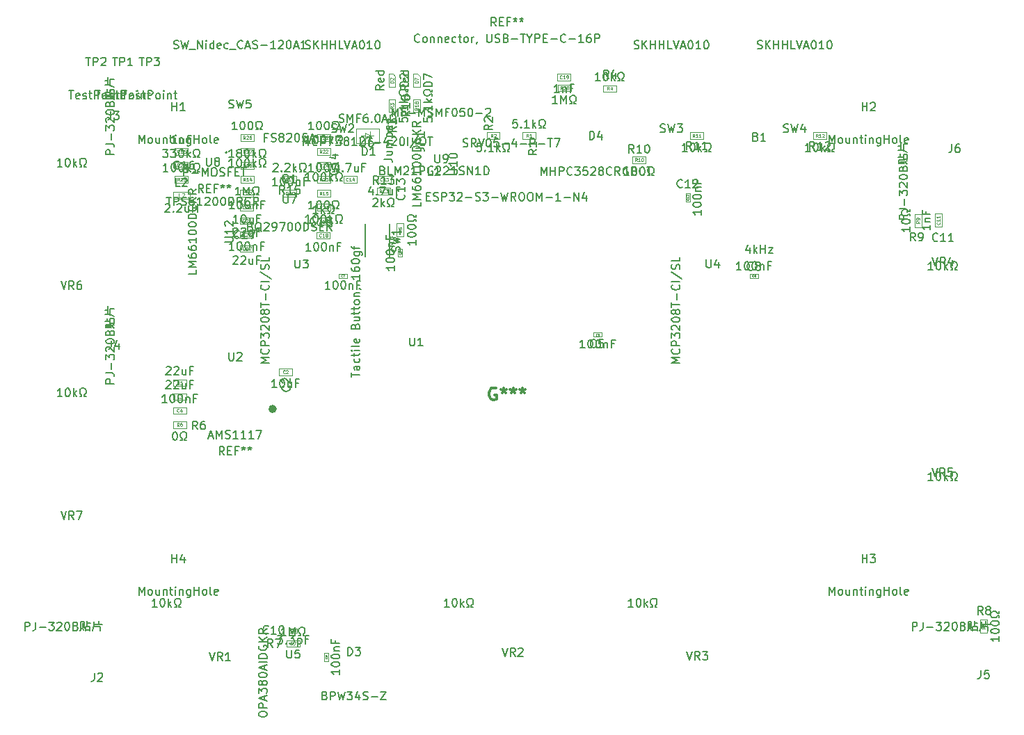
<source format=gbr>
%TF.GenerationSoftware,KiCad,Pcbnew,9.0.4*%
%TF.CreationDate,2025-10-09T22:00:13+02:00*%
%TF.ProjectId,Spikeling_v3.0,5370696b-656c-4696-9e67-5f76332e302e,rev?*%
%TF.SameCoordinates,Original*%
%TF.FileFunction,AssemblyDrawing,Top*%
%FSLAX46Y46*%
G04 Gerber Fmt 4.6, Leading zero omitted, Abs format (unit mm)*
G04 Created by KiCad (PCBNEW 9.0.4) date 2025-10-09 22:00:13*
%MOMM*%
%LPD*%
G01*
G04 APERTURE LIST*
%ADD10C,0.150000*%
%ADD11C,0.060000*%
%ADD12C,0.040000*%
%ADD13C,0.080000*%
%ADD14C,0.300000*%
%ADD15C,0.100000*%
%ADD16C,0.500000*%
%ADD17C,0.127000*%
%ADD18C,0.200000*%
G04 APERTURE END LIST*
D10*
X159415476Y-120854819D02*
X159748809Y-121854819D01*
X159748809Y-121854819D02*
X160082142Y-120854819D01*
X160986904Y-121854819D02*
X160653571Y-121378628D01*
X160415476Y-121854819D02*
X160415476Y-120854819D01*
X160415476Y-120854819D02*
X160796428Y-120854819D01*
X160796428Y-120854819D02*
X160891666Y-120902438D01*
X160891666Y-120902438D02*
X160939285Y-120950057D01*
X160939285Y-120950057D02*
X160986904Y-121045295D01*
X160986904Y-121045295D02*
X160986904Y-121188152D01*
X160986904Y-121188152D02*
X160939285Y-121283390D01*
X160939285Y-121283390D02*
X160891666Y-121331009D01*
X160891666Y-121331009D02*
X160796428Y-121378628D01*
X160796428Y-121378628D02*
X160415476Y-121378628D01*
X161367857Y-120950057D02*
X161415476Y-120902438D01*
X161415476Y-120902438D02*
X161510714Y-120854819D01*
X161510714Y-120854819D02*
X161748809Y-120854819D01*
X161748809Y-120854819D02*
X161844047Y-120902438D01*
X161844047Y-120902438D02*
X161891666Y-120950057D01*
X161891666Y-120950057D02*
X161939285Y-121045295D01*
X161939285Y-121045295D02*
X161939285Y-121140533D01*
X161939285Y-121140533D02*
X161891666Y-121283390D01*
X161891666Y-121283390D02*
X161320238Y-121854819D01*
X161320238Y-121854819D02*
X161939285Y-121854819D01*
X152968300Y-115849386D02*
X152396872Y-115849386D01*
X152682586Y-115849386D02*
X152682586Y-114849386D01*
X152682586Y-114849386D02*
X152587348Y-114992243D01*
X152587348Y-114992243D02*
X152492110Y-115087481D01*
X152492110Y-115087481D02*
X152396872Y-115135100D01*
X153587348Y-114849386D02*
X153682586Y-114849386D01*
X153682586Y-114849386D02*
X153777824Y-114897005D01*
X153777824Y-114897005D02*
X153825443Y-114944624D01*
X153825443Y-114944624D02*
X153873062Y-115039862D01*
X153873062Y-115039862D02*
X153920681Y-115230338D01*
X153920681Y-115230338D02*
X153920681Y-115468433D01*
X153920681Y-115468433D02*
X153873062Y-115658909D01*
X153873062Y-115658909D02*
X153825443Y-115754147D01*
X153825443Y-115754147D02*
X153777824Y-115801767D01*
X153777824Y-115801767D02*
X153682586Y-115849386D01*
X153682586Y-115849386D02*
X153587348Y-115849386D01*
X153587348Y-115849386D02*
X153492110Y-115801767D01*
X153492110Y-115801767D02*
X153444491Y-115754147D01*
X153444491Y-115754147D02*
X153396872Y-115658909D01*
X153396872Y-115658909D02*
X153349253Y-115468433D01*
X153349253Y-115468433D02*
X153349253Y-115230338D01*
X153349253Y-115230338D02*
X153396872Y-115039862D01*
X153396872Y-115039862D02*
X153444491Y-114944624D01*
X153444491Y-114944624D02*
X153492110Y-114897005D01*
X153492110Y-114897005D02*
X153587348Y-114849386D01*
X154349253Y-115849386D02*
X154349253Y-114849386D01*
X154444491Y-115468433D02*
X154730205Y-115849386D01*
X154730205Y-115182719D02*
X154349253Y-115563671D01*
X155111158Y-115849386D02*
X155349253Y-115849386D01*
X155349253Y-115849386D02*
X155349253Y-115658909D01*
X155349253Y-115658909D02*
X155254015Y-115611290D01*
X155254015Y-115611290D02*
X155158777Y-115516052D01*
X155158777Y-115516052D02*
X155111158Y-115373195D01*
X155111158Y-115373195D02*
X155111158Y-115135100D01*
X155111158Y-115135100D02*
X155158777Y-114992243D01*
X155158777Y-114992243D02*
X155254015Y-114897005D01*
X155254015Y-114897005D02*
X155396872Y-114849386D01*
X155396872Y-114849386D02*
X155587348Y-114849386D01*
X155587348Y-114849386D02*
X155730205Y-114897005D01*
X155730205Y-114897005D02*
X155825443Y-114992243D01*
X155825443Y-114992243D02*
X155873062Y-115135100D01*
X155873062Y-115135100D02*
X155873062Y-115373195D01*
X155873062Y-115373195D02*
X155825443Y-115516052D01*
X155825443Y-115516052D02*
X155730205Y-115611290D01*
X155730205Y-115611290D02*
X155634967Y-115658909D01*
X155634967Y-115658909D02*
X155634967Y-115849386D01*
X155634967Y-115849386D02*
X155873062Y-115849386D01*
X144327142Y-64394819D02*
X143993809Y-63918628D01*
X143755714Y-64394819D02*
X143755714Y-63394819D01*
X143755714Y-63394819D02*
X144136666Y-63394819D01*
X144136666Y-63394819D02*
X144231904Y-63442438D01*
X144231904Y-63442438D02*
X144279523Y-63490057D01*
X144279523Y-63490057D02*
X144327142Y-63585295D01*
X144327142Y-63585295D02*
X144327142Y-63728152D01*
X144327142Y-63728152D02*
X144279523Y-63823390D01*
X144279523Y-63823390D02*
X144231904Y-63871009D01*
X144231904Y-63871009D02*
X144136666Y-63918628D01*
X144136666Y-63918628D02*
X143755714Y-63918628D01*
X145279523Y-64394819D02*
X144708095Y-64394819D01*
X144993809Y-64394819D02*
X144993809Y-63394819D01*
X144993809Y-63394819D02*
X144898571Y-63537676D01*
X144898571Y-63537676D02*
X144803333Y-63632914D01*
X144803333Y-63632914D02*
X144708095Y-63680533D01*
X145612857Y-63394819D02*
X146231904Y-63394819D01*
X146231904Y-63394819D02*
X145898571Y-63775771D01*
X145898571Y-63775771D02*
X146041428Y-63775771D01*
X146041428Y-63775771D02*
X146136666Y-63823390D01*
X146136666Y-63823390D02*
X146184285Y-63871009D01*
X146184285Y-63871009D02*
X146231904Y-63966247D01*
X146231904Y-63966247D02*
X146231904Y-64204342D01*
X146231904Y-64204342D02*
X146184285Y-64299580D01*
X146184285Y-64299580D02*
X146136666Y-64347200D01*
X146136666Y-64347200D02*
X146041428Y-64394819D01*
X146041428Y-64394819D02*
X145755714Y-64394819D01*
X145755714Y-64394819D02*
X145660476Y-64347200D01*
X145660476Y-64347200D02*
X145612857Y-64299580D01*
X143708095Y-66220057D02*
X143755714Y-66172438D01*
X143755714Y-66172438D02*
X143850952Y-66124819D01*
X143850952Y-66124819D02*
X144089047Y-66124819D01*
X144089047Y-66124819D02*
X144184285Y-66172438D01*
X144184285Y-66172438D02*
X144231904Y-66220057D01*
X144231904Y-66220057D02*
X144279523Y-66315295D01*
X144279523Y-66315295D02*
X144279523Y-66410533D01*
X144279523Y-66410533D02*
X144231904Y-66553390D01*
X144231904Y-66553390D02*
X143660476Y-67124819D01*
X143660476Y-67124819D02*
X144279523Y-67124819D01*
X144708095Y-67124819D02*
X144708095Y-66124819D01*
X144803333Y-66743866D02*
X145089047Y-67124819D01*
X145089047Y-66458152D02*
X144708095Y-66839104D01*
X145470000Y-67124819D02*
X145708095Y-67124819D01*
X145708095Y-67124819D02*
X145708095Y-66934342D01*
X145708095Y-66934342D02*
X145612857Y-66886723D01*
X145612857Y-66886723D02*
X145517619Y-66791485D01*
X145517619Y-66791485D02*
X145470000Y-66648628D01*
X145470000Y-66648628D02*
X145470000Y-66410533D01*
X145470000Y-66410533D02*
X145517619Y-66267676D01*
X145517619Y-66267676D02*
X145612857Y-66172438D01*
X145612857Y-66172438D02*
X145755714Y-66124819D01*
X145755714Y-66124819D02*
X145946190Y-66124819D01*
X145946190Y-66124819D02*
X146089047Y-66172438D01*
X146089047Y-66172438D02*
X146184285Y-66267676D01*
X146184285Y-66267676D02*
X146231904Y-66410533D01*
X146231904Y-66410533D02*
X146231904Y-66648628D01*
X146231904Y-66648628D02*
X146184285Y-66791485D01*
X146184285Y-66791485D02*
X146089047Y-66886723D01*
X146089047Y-66886723D02*
X145993809Y-66934342D01*
X145993809Y-66934342D02*
X145993809Y-67124819D01*
X145993809Y-67124819D02*
X146231904Y-67124819D01*
D11*
X144712857Y-65421927D02*
X144579524Y-65231451D01*
X144484286Y-65421927D02*
X144484286Y-65021927D01*
X144484286Y-65021927D02*
X144636667Y-65021927D01*
X144636667Y-65021927D02*
X144674762Y-65040975D01*
X144674762Y-65040975D02*
X144693809Y-65060022D01*
X144693809Y-65060022D02*
X144712857Y-65098118D01*
X144712857Y-65098118D02*
X144712857Y-65155260D01*
X144712857Y-65155260D02*
X144693809Y-65193356D01*
X144693809Y-65193356D02*
X144674762Y-65212403D01*
X144674762Y-65212403D02*
X144636667Y-65231451D01*
X144636667Y-65231451D02*
X144484286Y-65231451D01*
X145093809Y-65421927D02*
X144865238Y-65421927D01*
X144979524Y-65421927D02*
X144979524Y-65021927D01*
X144979524Y-65021927D02*
X144941428Y-65079070D01*
X144941428Y-65079070D02*
X144903333Y-65117165D01*
X144903333Y-65117165D02*
X144865238Y-65136213D01*
X145227142Y-65021927D02*
X145474761Y-65021927D01*
X145474761Y-65021927D02*
X145341428Y-65174308D01*
X145341428Y-65174308D02*
X145398571Y-65174308D01*
X145398571Y-65174308D02*
X145436666Y-65193356D01*
X145436666Y-65193356D02*
X145455714Y-65212403D01*
X145455714Y-65212403D02*
X145474761Y-65250499D01*
X145474761Y-65250499D02*
X145474761Y-65345737D01*
X145474761Y-65345737D02*
X145455714Y-65383832D01*
X145455714Y-65383832D02*
X145436666Y-65402880D01*
X145436666Y-65402880D02*
X145398571Y-65421927D01*
X145398571Y-65421927D02*
X145284285Y-65421927D01*
X145284285Y-65421927D02*
X145246190Y-65402880D01*
X145246190Y-65402880D02*
X145227142Y-65383832D01*
D10*
X148144819Y-55482857D02*
X147668628Y-55816190D01*
X148144819Y-56054285D02*
X147144819Y-56054285D01*
X147144819Y-56054285D02*
X147144819Y-55673333D01*
X147144819Y-55673333D02*
X147192438Y-55578095D01*
X147192438Y-55578095D02*
X147240057Y-55530476D01*
X147240057Y-55530476D02*
X147335295Y-55482857D01*
X147335295Y-55482857D02*
X147478152Y-55482857D01*
X147478152Y-55482857D02*
X147573390Y-55530476D01*
X147573390Y-55530476D02*
X147621009Y-55578095D01*
X147621009Y-55578095D02*
X147668628Y-55673333D01*
X147668628Y-55673333D02*
X147668628Y-56054285D01*
X148144819Y-54530476D02*
X148144819Y-55101904D01*
X148144819Y-54816190D02*
X147144819Y-54816190D01*
X147144819Y-54816190D02*
X147287676Y-54911428D01*
X147287676Y-54911428D02*
X147382914Y-55006666D01*
X147382914Y-55006666D02*
X147430533Y-55101904D01*
X147573390Y-53959047D02*
X147525771Y-54054285D01*
X147525771Y-54054285D02*
X147478152Y-54101904D01*
X147478152Y-54101904D02*
X147382914Y-54149523D01*
X147382914Y-54149523D02*
X147335295Y-54149523D01*
X147335295Y-54149523D02*
X147240057Y-54101904D01*
X147240057Y-54101904D02*
X147192438Y-54054285D01*
X147192438Y-54054285D02*
X147144819Y-53959047D01*
X147144819Y-53959047D02*
X147144819Y-53768571D01*
X147144819Y-53768571D02*
X147192438Y-53673333D01*
X147192438Y-53673333D02*
X147240057Y-53625714D01*
X147240057Y-53625714D02*
X147335295Y-53578095D01*
X147335295Y-53578095D02*
X147382914Y-53578095D01*
X147382914Y-53578095D02*
X147478152Y-53625714D01*
X147478152Y-53625714D02*
X147525771Y-53673333D01*
X147525771Y-53673333D02*
X147573390Y-53768571D01*
X147573390Y-53768571D02*
X147573390Y-53959047D01*
X147573390Y-53959047D02*
X147621009Y-54054285D01*
X147621009Y-54054285D02*
X147668628Y-54101904D01*
X147668628Y-54101904D02*
X147763866Y-54149523D01*
X147763866Y-54149523D02*
X147954342Y-54149523D01*
X147954342Y-54149523D02*
X148049580Y-54101904D01*
X148049580Y-54101904D02*
X148097200Y-54054285D01*
X148097200Y-54054285D02*
X148144819Y-53959047D01*
X148144819Y-53959047D02*
X148144819Y-53768571D01*
X148144819Y-53768571D02*
X148097200Y-53673333D01*
X148097200Y-53673333D02*
X148049580Y-53625714D01*
X148049580Y-53625714D02*
X147954342Y-53578095D01*
X147954342Y-53578095D02*
X147763866Y-53578095D01*
X147763866Y-53578095D02*
X147668628Y-53625714D01*
X147668628Y-53625714D02*
X147621009Y-53673333D01*
X147621009Y-53673333D02*
X147573390Y-53768571D01*
X149874819Y-56292380D02*
X149874819Y-56768570D01*
X149874819Y-56768570D02*
X150351009Y-56816189D01*
X150351009Y-56816189D02*
X150303390Y-56768570D01*
X150303390Y-56768570D02*
X150255771Y-56673332D01*
X150255771Y-56673332D02*
X150255771Y-56435237D01*
X150255771Y-56435237D02*
X150303390Y-56339999D01*
X150303390Y-56339999D02*
X150351009Y-56292380D01*
X150351009Y-56292380D02*
X150446247Y-56244761D01*
X150446247Y-56244761D02*
X150684342Y-56244761D01*
X150684342Y-56244761D02*
X150779580Y-56292380D01*
X150779580Y-56292380D02*
X150827200Y-56339999D01*
X150827200Y-56339999D02*
X150874819Y-56435237D01*
X150874819Y-56435237D02*
X150874819Y-56673332D01*
X150874819Y-56673332D02*
X150827200Y-56768570D01*
X150827200Y-56768570D02*
X150779580Y-56816189D01*
X150779580Y-55816189D02*
X150827200Y-55768570D01*
X150827200Y-55768570D02*
X150874819Y-55816189D01*
X150874819Y-55816189D02*
X150827200Y-55863808D01*
X150827200Y-55863808D02*
X150779580Y-55816189D01*
X150779580Y-55816189D02*
X150874819Y-55816189D01*
X150874819Y-54816190D02*
X150874819Y-55387618D01*
X150874819Y-55101904D02*
X149874819Y-55101904D01*
X149874819Y-55101904D02*
X150017676Y-55197142D01*
X150017676Y-55197142D02*
X150112914Y-55292380D01*
X150112914Y-55292380D02*
X150160533Y-55387618D01*
X150874819Y-54387618D02*
X149874819Y-54387618D01*
X150493866Y-54292380D02*
X150874819Y-54006666D01*
X150208152Y-54006666D02*
X150589104Y-54387618D01*
X150874819Y-53625713D02*
X150874819Y-53387618D01*
X150874819Y-53387618D02*
X150684342Y-53387618D01*
X150684342Y-53387618D02*
X150636723Y-53482856D01*
X150636723Y-53482856D02*
X150541485Y-53578094D01*
X150541485Y-53578094D02*
X150398628Y-53625713D01*
X150398628Y-53625713D02*
X150160533Y-53625713D01*
X150160533Y-53625713D02*
X150017676Y-53578094D01*
X150017676Y-53578094D02*
X149922438Y-53482856D01*
X149922438Y-53482856D02*
X149874819Y-53339999D01*
X149874819Y-53339999D02*
X149874819Y-53149523D01*
X149874819Y-53149523D02*
X149922438Y-53006666D01*
X149922438Y-53006666D02*
X150017676Y-52911428D01*
X150017676Y-52911428D02*
X150160533Y-52863809D01*
X150160533Y-52863809D02*
X150398628Y-52863809D01*
X150398628Y-52863809D02*
X150541485Y-52911428D01*
X150541485Y-52911428D02*
X150636723Y-53006666D01*
X150636723Y-53006666D02*
X150684342Y-53101904D01*
X150684342Y-53101904D02*
X150874819Y-53101904D01*
X150874819Y-53101904D02*
X150874819Y-52863809D01*
D11*
X149171927Y-55097142D02*
X148981451Y-55230475D01*
X149171927Y-55325713D02*
X148771927Y-55325713D01*
X148771927Y-55325713D02*
X148771927Y-55173332D01*
X148771927Y-55173332D02*
X148790975Y-55135237D01*
X148790975Y-55135237D02*
X148810022Y-55116190D01*
X148810022Y-55116190D02*
X148848118Y-55097142D01*
X148848118Y-55097142D02*
X148905260Y-55097142D01*
X148905260Y-55097142D02*
X148943356Y-55116190D01*
X148943356Y-55116190D02*
X148962403Y-55135237D01*
X148962403Y-55135237D02*
X148981451Y-55173332D01*
X148981451Y-55173332D02*
X148981451Y-55325713D01*
X149171927Y-54716190D02*
X149171927Y-54944761D01*
X149171927Y-54830475D02*
X148771927Y-54830475D01*
X148771927Y-54830475D02*
X148829070Y-54868571D01*
X148829070Y-54868571D02*
X148867165Y-54906666D01*
X148867165Y-54906666D02*
X148886213Y-54944761D01*
X148943356Y-54487619D02*
X148924308Y-54525714D01*
X148924308Y-54525714D02*
X148905260Y-54544761D01*
X148905260Y-54544761D02*
X148867165Y-54563809D01*
X148867165Y-54563809D02*
X148848118Y-54563809D01*
X148848118Y-54563809D02*
X148810022Y-54544761D01*
X148810022Y-54544761D02*
X148790975Y-54525714D01*
X148790975Y-54525714D02*
X148771927Y-54487619D01*
X148771927Y-54487619D02*
X148771927Y-54411428D01*
X148771927Y-54411428D02*
X148790975Y-54373333D01*
X148790975Y-54373333D02*
X148810022Y-54354285D01*
X148810022Y-54354285D02*
X148848118Y-54335238D01*
X148848118Y-54335238D02*
X148867165Y-54335238D01*
X148867165Y-54335238D02*
X148905260Y-54354285D01*
X148905260Y-54354285D02*
X148924308Y-54373333D01*
X148924308Y-54373333D02*
X148943356Y-54411428D01*
X148943356Y-54411428D02*
X148943356Y-54487619D01*
X148943356Y-54487619D02*
X148962403Y-54525714D01*
X148962403Y-54525714D02*
X148981451Y-54544761D01*
X148981451Y-54544761D02*
X149019546Y-54563809D01*
X149019546Y-54563809D02*
X149095737Y-54563809D01*
X149095737Y-54563809D02*
X149133832Y-54544761D01*
X149133832Y-54544761D02*
X149152880Y-54525714D01*
X149152880Y-54525714D02*
X149171927Y-54487619D01*
X149171927Y-54487619D02*
X149171927Y-54411428D01*
X149171927Y-54411428D02*
X149152880Y-54373333D01*
X149152880Y-54373333D02*
X149133832Y-54354285D01*
X149133832Y-54354285D02*
X149095737Y-54335238D01*
X149095737Y-54335238D02*
X149019546Y-54335238D01*
X149019546Y-54335238D02*
X148981451Y-54354285D01*
X148981451Y-54354285D02*
X148962403Y-54373333D01*
X148962403Y-54373333D02*
X148943356Y-54411428D01*
D10*
X133524580Y-88976666D02*
X133572200Y-89024285D01*
X133572200Y-89024285D02*
X133619819Y-89167142D01*
X133619819Y-89167142D02*
X133619819Y-89262380D01*
X133619819Y-89262380D02*
X133572200Y-89405237D01*
X133572200Y-89405237D02*
X133476961Y-89500475D01*
X133476961Y-89500475D02*
X133381723Y-89548094D01*
X133381723Y-89548094D02*
X133191247Y-89595713D01*
X133191247Y-89595713D02*
X133048390Y-89595713D01*
X133048390Y-89595713D02*
X132857914Y-89548094D01*
X132857914Y-89548094D02*
X132762676Y-89500475D01*
X132762676Y-89500475D02*
X132667438Y-89405237D01*
X132667438Y-89405237D02*
X132619819Y-89262380D01*
X132619819Y-89262380D02*
X132619819Y-89167142D01*
X132619819Y-89167142D02*
X132667438Y-89024285D01*
X132667438Y-89024285D02*
X132715057Y-88976666D01*
X132715057Y-88595713D02*
X132667438Y-88548094D01*
X132667438Y-88548094D02*
X132619819Y-88452856D01*
X132619819Y-88452856D02*
X132619819Y-88214761D01*
X132619819Y-88214761D02*
X132667438Y-88119523D01*
X132667438Y-88119523D02*
X132715057Y-88071904D01*
X132715057Y-88071904D02*
X132810295Y-88024285D01*
X132810295Y-88024285D02*
X132905533Y-88024285D01*
X132905533Y-88024285D02*
X133048390Y-88071904D01*
X133048390Y-88071904D02*
X133619819Y-88643332D01*
X133619819Y-88643332D02*
X133619819Y-88024285D01*
X131968571Y-89144819D02*
X131397143Y-89144819D01*
X131682857Y-89144819D02*
X131682857Y-88144819D01*
X131682857Y-88144819D02*
X131587619Y-88287676D01*
X131587619Y-88287676D02*
X131492381Y-88382914D01*
X131492381Y-88382914D02*
X131397143Y-88430533D01*
X132587619Y-88144819D02*
X132682857Y-88144819D01*
X132682857Y-88144819D02*
X132778095Y-88192438D01*
X132778095Y-88192438D02*
X132825714Y-88240057D01*
X132825714Y-88240057D02*
X132873333Y-88335295D01*
X132873333Y-88335295D02*
X132920952Y-88525771D01*
X132920952Y-88525771D02*
X132920952Y-88763866D01*
X132920952Y-88763866D02*
X132873333Y-88954342D01*
X132873333Y-88954342D02*
X132825714Y-89049580D01*
X132825714Y-89049580D02*
X132778095Y-89097200D01*
X132778095Y-89097200D02*
X132682857Y-89144819D01*
X132682857Y-89144819D02*
X132587619Y-89144819D01*
X132587619Y-89144819D02*
X132492381Y-89097200D01*
X132492381Y-89097200D02*
X132444762Y-89049580D01*
X132444762Y-89049580D02*
X132397143Y-88954342D01*
X132397143Y-88954342D02*
X132349524Y-88763866D01*
X132349524Y-88763866D02*
X132349524Y-88525771D01*
X132349524Y-88525771D02*
X132397143Y-88335295D01*
X132397143Y-88335295D02*
X132444762Y-88240057D01*
X132444762Y-88240057D02*
X132492381Y-88192438D01*
X132492381Y-88192438D02*
X132587619Y-88144819D01*
X133778095Y-88478152D02*
X133778095Y-89144819D01*
X133349524Y-88478152D02*
X133349524Y-89001961D01*
X133349524Y-89001961D02*
X133397143Y-89097200D01*
X133397143Y-89097200D02*
X133492381Y-89144819D01*
X133492381Y-89144819D02*
X133635238Y-89144819D01*
X133635238Y-89144819D02*
X133730476Y-89097200D01*
X133730476Y-89097200D02*
X133778095Y-89049580D01*
X134587619Y-88621009D02*
X134254286Y-88621009D01*
X134254286Y-89144819D02*
X134254286Y-88144819D01*
X134254286Y-88144819D02*
X134730476Y-88144819D01*
D11*
X132973333Y-87403832D02*
X132954285Y-87422880D01*
X132954285Y-87422880D02*
X132897143Y-87441927D01*
X132897143Y-87441927D02*
X132859047Y-87441927D01*
X132859047Y-87441927D02*
X132801904Y-87422880D01*
X132801904Y-87422880D02*
X132763809Y-87384784D01*
X132763809Y-87384784D02*
X132744762Y-87346689D01*
X132744762Y-87346689D02*
X132725714Y-87270499D01*
X132725714Y-87270499D02*
X132725714Y-87213356D01*
X132725714Y-87213356D02*
X132744762Y-87137165D01*
X132744762Y-87137165D02*
X132763809Y-87099070D01*
X132763809Y-87099070D02*
X132801904Y-87060975D01*
X132801904Y-87060975D02*
X132859047Y-87041927D01*
X132859047Y-87041927D02*
X132897143Y-87041927D01*
X132897143Y-87041927D02*
X132954285Y-87060975D01*
X132954285Y-87060975D02*
X132973333Y-87080022D01*
X133125714Y-87080022D02*
X133144762Y-87060975D01*
X133144762Y-87060975D02*
X133182857Y-87041927D01*
X133182857Y-87041927D02*
X133278095Y-87041927D01*
X133278095Y-87041927D02*
X133316190Y-87060975D01*
X133316190Y-87060975D02*
X133335238Y-87080022D01*
X133335238Y-87080022D02*
X133354285Y-87118118D01*
X133354285Y-87118118D02*
X133354285Y-87156213D01*
X133354285Y-87156213D02*
X133335238Y-87213356D01*
X133335238Y-87213356D02*
X133106666Y-87441927D01*
X133106666Y-87441927D02*
X133354285Y-87441927D01*
D10*
X134213095Y-73604819D02*
X134213095Y-74414342D01*
X134213095Y-74414342D02*
X134260714Y-74509580D01*
X134260714Y-74509580D02*
X134308333Y-74557200D01*
X134308333Y-74557200D02*
X134403571Y-74604819D01*
X134403571Y-74604819D02*
X134594047Y-74604819D01*
X134594047Y-74604819D02*
X134689285Y-74557200D01*
X134689285Y-74557200D02*
X134736904Y-74509580D01*
X134736904Y-74509580D02*
X134784523Y-74414342D01*
X134784523Y-74414342D02*
X134784523Y-73604819D01*
X135165476Y-73604819D02*
X135784523Y-73604819D01*
X135784523Y-73604819D02*
X135451190Y-73985771D01*
X135451190Y-73985771D02*
X135594047Y-73985771D01*
X135594047Y-73985771D02*
X135689285Y-74033390D01*
X135689285Y-74033390D02*
X135736904Y-74081009D01*
X135736904Y-74081009D02*
X135784523Y-74176247D01*
X135784523Y-74176247D02*
X135784523Y-74414342D01*
X135784523Y-74414342D02*
X135736904Y-74509580D01*
X135736904Y-74509580D02*
X135689285Y-74557200D01*
X135689285Y-74557200D02*
X135594047Y-74604819D01*
X135594047Y-74604819D02*
X135308333Y-74604819D01*
X135308333Y-74604819D02*
X135213095Y-74557200D01*
X135213095Y-74557200D02*
X135165476Y-74509580D01*
X131033819Y-86178576D02*
X130033819Y-86178576D01*
X130033819Y-86178576D02*
X130748104Y-85845243D01*
X130748104Y-85845243D02*
X130033819Y-85511910D01*
X130033819Y-85511910D02*
X131033819Y-85511910D01*
X130938580Y-84464291D02*
X130986200Y-84511910D01*
X130986200Y-84511910D02*
X131033819Y-84654767D01*
X131033819Y-84654767D02*
X131033819Y-84750005D01*
X131033819Y-84750005D02*
X130986200Y-84892862D01*
X130986200Y-84892862D02*
X130890961Y-84988100D01*
X130890961Y-84988100D02*
X130795723Y-85035719D01*
X130795723Y-85035719D02*
X130605247Y-85083338D01*
X130605247Y-85083338D02*
X130462390Y-85083338D01*
X130462390Y-85083338D02*
X130271914Y-85035719D01*
X130271914Y-85035719D02*
X130176676Y-84988100D01*
X130176676Y-84988100D02*
X130081438Y-84892862D01*
X130081438Y-84892862D02*
X130033819Y-84750005D01*
X130033819Y-84750005D02*
X130033819Y-84654767D01*
X130033819Y-84654767D02*
X130081438Y-84511910D01*
X130081438Y-84511910D02*
X130129057Y-84464291D01*
X131033819Y-84035719D02*
X130033819Y-84035719D01*
X130033819Y-84035719D02*
X130033819Y-83654767D01*
X130033819Y-83654767D02*
X130081438Y-83559529D01*
X130081438Y-83559529D02*
X130129057Y-83511910D01*
X130129057Y-83511910D02*
X130224295Y-83464291D01*
X130224295Y-83464291D02*
X130367152Y-83464291D01*
X130367152Y-83464291D02*
X130462390Y-83511910D01*
X130462390Y-83511910D02*
X130510009Y-83559529D01*
X130510009Y-83559529D02*
X130557628Y-83654767D01*
X130557628Y-83654767D02*
X130557628Y-84035719D01*
X130033819Y-83130957D02*
X130033819Y-82511910D01*
X130033819Y-82511910D02*
X130414771Y-82845243D01*
X130414771Y-82845243D02*
X130414771Y-82702386D01*
X130414771Y-82702386D02*
X130462390Y-82607148D01*
X130462390Y-82607148D02*
X130510009Y-82559529D01*
X130510009Y-82559529D02*
X130605247Y-82511910D01*
X130605247Y-82511910D02*
X130843342Y-82511910D01*
X130843342Y-82511910D02*
X130938580Y-82559529D01*
X130938580Y-82559529D02*
X130986200Y-82607148D01*
X130986200Y-82607148D02*
X131033819Y-82702386D01*
X131033819Y-82702386D02*
X131033819Y-82988100D01*
X131033819Y-82988100D02*
X130986200Y-83083338D01*
X130986200Y-83083338D02*
X130938580Y-83130957D01*
X130129057Y-82130957D02*
X130081438Y-82083338D01*
X130081438Y-82083338D02*
X130033819Y-81988100D01*
X130033819Y-81988100D02*
X130033819Y-81750005D01*
X130033819Y-81750005D02*
X130081438Y-81654767D01*
X130081438Y-81654767D02*
X130129057Y-81607148D01*
X130129057Y-81607148D02*
X130224295Y-81559529D01*
X130224295Y-81559529D02*
X130319533Y-81559529D01*
X130319533Y-81559529D02*
X130462390Y-81607148D01*
X130462390Y-81607148D02*
X131033819Y-82178576D01*
X131033819Y-82178576D02*
X131033819Y-81559529D01*
X130033819Y-80940481D02*
X130033819Y-80845243D01*
X130033819Y-80845243D02*
X130081438Y-80750005D01*
X130081438Y-80750005D02*
X130129057Y-80702386D01*
X130129057Y-80702386D02*
X130224295Y-80654767D01*
X130224295Y-80654767D02*
X130414771Y-80607148D01*
X130414771Y-80607148D02*
X130652866Y-80607148D01*
X130652866Y-80607148D02*
X130843342Y-80654767D01*
X130843342Y-80654767D02*
X130938580Y-80702386D01*
X130938580Y-80702386D02*
X130986200Y-80750005D01*
X130986200Y-80750005D02*
X131033819Y-80845243D01*
X131033819Y-80845243D02*
X131033819Y-80940481D01*
X131033819Y-80940481D02*
X130986200Y-81035719D01*
X130986200Y-81035719D02*
X130938580Y-81083338D01*
X130938580Y-81083338D02*
X130843342Y-81130957D01*
X130843342Y-81130957D02*
X130652866Y-81178576D01*
X130652866Y-81178576D02*
X130414771Y-81178576D01*
X130414771Y-81178576D02*
X130224295Y-81130957D01*
X130224295Y-81130957D02*
X130129057Y-81083338D01*
X130129057Y-81083338D02*
X130081438Y-81035719D01*
X130081438Y-81035719D02*
X130033819Y-80940481D01*
X130462390Y-80035719D02*
X130414771Y-80130957D01*
X130414771Y-80130957D02*
X130367152Y-80178576D01*
X130367152Y-80178576D02*
X130271914Y-80226195D01*
X130271914Y-80226195D02*
X130224295Y-80226195D01*
X130224295Y-80226195D02*
X130129057Y-80178576D01*
X130129057Y-80178576D02*
X130081438Y-80130957D01*
X130081438Y-80130957D02*
X130033819Y-80035719D01*
X130033819Y-80035719D02*
X130033819Y-79845243D01*
X130033819Y-79845243D02*
X130081438Y-79750005D01*
X130081438Y-79750005D02*
X130129057Y-79702386D01*
X130129057Y-79702386D02*
X130224295Y-79654767D01*
X130224295Y-79654767D02*
X130271914Y-79654767D01*
X130271914Y-79654767D02*
X130367152Y-79702386D01*
X130367152Y-79702386D02*
X130414771Y-79750005D01*
X130414771Y-79750005D02*
X130462390Y-79845243D01*
X130462390Y-79845243D02*
X130462390Y-80035719D01*
X130462390Y-80035719D02*
X130510009Y-80130957D01*
X130510009Y-80130957D02*
X130557628Y-80178576D01*
X130557628Y-80178576D02*
X130652866Y-80226195D01*
X130652866Y-80226195D02*
X130843342Y-80226195D01*
X130843342Y-80226195D02*
X130938580Y-80178576D01*
X130938580Y-80178576D02*
X130986200Y-80130957D01*
X130986200Y-80130957D02*
X131033819Y-80035719D01*
X131033819Y-80035719D02*
X131033819Y-79845243D01*
X131033819Y-79845243D02*
X130986200Y-79750005D01*
X130986200Y-79750005D02*
X130938580Y-79702386D01*
X130938580Y-79702386D02*
X130843342Y-79654767D01*
X130843342Y-79654767D02*
X130652866Y-79654767D01*
X130652866Y-79654767D02*
X130557628Y-79702386D01*
X130557628Y-79702386D02*
X130510009Y-79750005D01*
X130510009Y-79750005D02*
X130462390Y-79845243D01*
X130033819Y-79369052D02*
X130033819Y-78797624D01*
X131033819Y-79083338D02*
X130033819Y-79083338D01*
X130652866Y-78464290D02*
X130652866Y-77702386D01*
X130938580Y-76654767D02*
X130986200Y-76702386D01*
X130986200Y-76702386D02*
X131033819Y-76845243D01*
X131033819Y-76845243D02*
X131033819Y-76940481D01*
X131033819Y-76940481D02*
X130986200Y-77083338D01*
X130986200Y-77083338D02*
X130890961Y-77178576D01*
X130890961Y-77178576D02*
X130795723Y-77226195D01*
X130795723Y-77226195D02*
X130605247Y-77273814D01*
X130605247Y-77273814D02*
X130462390Y-77273814D01*
X130462390Y-77273814D02*
X130271914Y-77226195D01*
X130271914Y-77226195D02*
X130176676Y-77178576D01*
X130176676Y-77178576D02*
X130081438Y-77083338D01*
X130081438Y-77083338D02*
X130033819Y-76940481D01*
X130033819Y-76940481D02*
X130033819Y-76845243D01*
X130033819Y-76845243D02*
X130081438Y-76702386D01*
X130081438Y-76702386D02*
X130129057Y-76654767D01*
X131033819Y-76226195D02*
X130033819Y-76226195D01*
X129986200Y-75035720D02*
X131271914Y-75892862D01*
X130986200Y-74750005D02*
X131033819Y-74607148D01*
X131033819Y-74607148D02*
X131033819Y-74369053D01*
X131033819Y-74369053D02*
X130986200Y-74273815D01*
X130986200Y-74273815D02*
X130938580Y-74226196D01*
X130938580Y-74226196D02*
X130843342Y-74178577D01*
X130843342Y-74178577D02*
X130748104Y-74178577D01*
X130748104Y-74178577D02*
X130652866Y-74226196D01*
X130652866Y-74226196D02*
X130605247Y-74273815D01*
X130605247Y-74273815D02*
X130557628Y-74369053D01*
X130557628Y-74369053D02*
X130510009Y-74559529D01*
X130510009Y-74559529D02*
X130462390Y-74654767D01*
X130462390Y-74654767D02*
X130414771Y-74702386D01*
X130414771Y-74702386D02*
X130319533Y-74750005D01*
X130319533Y-74750005D02*
X130224295Y-74750005D01*
X130224295Y-74750005D02*
X130129057Y-74702386D01*
X130129057Y-74702386D02*
X130081438Y-74654767D01*
X130081438Y-74654767D02*
X130033819Y-74559529D01*
X130033819Y-74559529D02*
X130033819Y-74321434D01*
X130033819Y-74321434D02*
X130081438Y-74178577D01*
X131033819Y-73273815D02*
X131033819Y-73750005D01*
X131033819Y-73750005D02*
X130033819Y-73750005D01*
X209683333Y-71304819D02*
X209350000Y-70828628D01*
X209111905Y-71304819D02*
X209111905Y-70304819D01*
X209111905Y-70304819D02*
X209492857Y-70304819D01*
X209492857Y-70304819D02*
X209588095Y-70352438D01*
X209588095Y-70352438D02*
X209635714Y-70400057D01*
X209635714Y-70400057D02*
X209683333Y-70495295D01*
X209683333Y-70495295D02*
X209683333Y-70638152D01*
X209683333Y-70638152D02*
X209635714Y-70733390D01*
X209635714Y-70733390D02*
X209588095Y-70781009D01*
X209588095Y-70781009D02*
X209492857Y-70828628D01*
X209492857Y-70828628D02*
X209111905Y-70828628D01*
X210159524Y-71304819D02*
X210350000Y-71304819D01*
X210350000Y-71304819D02*
X210445238Y-71257200D01*
X210445238Y-71257200D02*
X210492857Y-71209580D01*
X210492857Y-71209580D02*
X210588095Y-71066723D01*
X210588095Y-71066723D02*
X210635714Y-70876247D01*
X210635714Y-70876247D02*
X210635714Y-70495295D01*
X210635714Y-70495295D02*
X210588095Y-70400057D01*
X210588095Y-70400057D02*
X210540476Y-70352438D01*
X210540476Y-70352438D02*
X210445238Y-70304819D01*
X210445238Y-70304819D02*
X210254762Y-70304819D01*
X210254762Y-70304819D02*
X210159524Y-70352438D01*
X210159524Y-70352438D02*
X210111905Y-70400057D01*
X210111905Y-70400057D02*
X210064286Y-70495295D01*
X210064286Y-70495295D02*
X210064286Y-70733390D01*
X210064286Y-70733390D02*
X210111905Y-70828628D01*
X210111905Y-70828628D02*
X210159524Y-70876247D01*
X210159524Y-70876247D02*
X210254762Y-70923866D01*
X210254762Y-70923866D02*
X210445238Y-70923866D01*
X210445238Y-70923866D02*
X210540476Y-70876247D01*
X210540476Y-70876247D02*
X210588095Y-70828628D01*
X210588095Y-70828628D02*
X210635714Y-70733390D01*
X209049819Y-69586904D02*
X209049819Y-70158332D01*
X209049819Y-69872618D02*
X208049819Y-69872618D01*
X208049819Y-69872618D02*
X208192676Y-69967856D01*
X208192676Y-69967856D02*
X208287914Y-70063094D01*
X208287914Y-70063094D02*
X208335533Y-70158332D01*
X208049819Y-68967856D02*
X208049819Y-68872618D01*
X208049819Y-68872618D02*
X208097438Y-68777380D01*
X208097438Y-68777380D02*
X208145057Y-68729761D01*
X208145057Y-68729761D02*
X208240295Y-68682142D01*
X208240295Y-68682142D02*
X208430771Y-68634523D01*
X208430771Y-68634523D02*
X208668866Y-68634523D01*
X208668866Y-68634523D02*
X208859342Y-68682142D01*
X208859342Y-68682142D02*
X208954580Y-68729761D01*
X208954580Y-68729761D02*
X209002200Y-68777380D01*
X209002200Y-68777380D02*
X209049819Y-68872618D01*
X209049819Y-68872618D02*
X209049819Y-68967856D01*
X209049819Y-68967856D02*
X209002200Y-69063094D01*
X209002200Y-69063094D02*
X208954580Y-69110713D01*
X208954580Y-69110713D02*
X208859342Y-69158332D01*
X208859342Y-69158332D02*
X208668866Y-69205951D01*
X208668866Y-69205951D02*
X208430771Y-69205951D01*
X208430771Y-69205951D02*
X208240295Y-69158332D01*
X208240295Y-69158332D02*
X208145057Y-69110713D01*
X208145057Y-69110713D02*
X208097438Y-69063094D01*
X208097438Y-69063094D02*
X208049819Y-68967856D01*
X209049819Y-68253570D02*
X209049819Y-68015475D01*
X209049819Y-68015475D02*
X208859342Y-68015475D01*
X208859342Y-68015475D02*
X208811723Y-68110713D01*
X208811723Y-68110713D02*
X208716485Y-68205951D01*
X208716485Y-68205951D02*
X208573628Y-68253570D01*
X208573628Y-68253570D02*
X208335533Y-68253570D01*
X208335533Y-68253570D02*
X208192676Y-68205951D01*
X208192676Y-68205951D02*
X208097438Y-68110713D01*
X208097438Y-68110713D02*
X208049819Y-67967856D01*
X208049819Y-67967856D02*
X208049819Y-67777380D01*
X208049819Y-67777380D02*
X208097438Y-67634523D01*
X208097438Y-67634523D02*
X208192676Y-67539285D01*
X208192676Y-67539285D02*
X208335533Y-67491666D01*
X208335533Y-67491666D02*
X208573628Y-67491666D01*
X208573628Y-67491666D02*
X208716485Y-67539285D01*
X208716485Y-67539285D02*
X208811723Y-67634523D01*
X208811723Y-67634523D02*
X208859342Y-67729761D01*
X208859342Y-67729761D02*
X209049819Y-67729761D01*
X209049819Y-67729761D02*
X209049819Y-67491666D01*
D11*
X210206927Y-68891666D02*
X210016451Y-69024999D01*
X210206927Y-69120237D02*
X209806927Y-69120237D01*
X209806927Y-69120237D02*
X209806927Y-68967856D01*
X209806927Y-68967856D02*
X209825975Y-68929761D01*
X209825975Y-68929761D02*
X209845022Y-68910714D01*
X209845022Y-68910714D02*
X209883118Y-68891666D01*
X209883118Y-68891666D02*
X209940260Y-68891666D01*
X209940260Y-68891666D02*
X209978356Y-68910714D01*
X209978356Y-68910714D02*
X209997403Y-68929761D01*
X209997403Y-68929761D02*
X210016451Y-68967856D01*
X210016451Y-68967856D02*
X210016451Y-69120237D01*
X210206927Y-68701190D02*
X210206927Y-68624999D01*
X210206927Y-68624999D02*
X210187880Y-68586904D01*
X210187880Y-68586904D02*
X210168832Y-68567856D01*
X210168832Y-68567856D02*
X210111689Y-68529761D01*
X210111689Y-68529761D02*
X210035499Y-68510714D01*
X210035499Y-68510714D02*
X209883118Y-68510714D01*
X209883118Y-68510714D02*
X209845022Y-68529761D01*
X209845022Y-68529761D02*
X209825975Y-68548809D01*
X209825975Y-68548809D02*
X209806927Y-68586904D01*
X209806927Y-68586904D02*
X209806927Y-68663095D01*
X209806927Y-68663095D02*
X209825975Y-68701190D01*
X209825975Y-68701190D02*
X209845022Y-68720237D01*
X209845022Y-68720237D02*
X209883118Y-68739285D01*
X209883118Y-68739285D02*
X209978356Y-68739285D01*
X209978356Y-68739285D02*
X210016451Y-68720237D01*
X210016451Y-68720237D02*
X210035499Y-68701190D01*
X210035499Y-68701190D02*
X210054546Y-68663095D01*
X210054546Y-68663095D02*
X210054546Y-68586904D01*
X210054546Y-68586904D02*
X210035499Y-68548809D01*
X210035499Y-68548809D02*
X210016451Y-68529761D01*
X210016451Y-68529761D02*
X209978356Y-68510714D01*
D10*
X111841666Y-83454819D02*
X111841666Y-84169104D01*
X111841666Y-84169104D02*
X111794047Y-84311961D01*
X111794047Y-84311961D02*
X111698809Y-84407200D01*
X111698809Y-84407200D02*
X111555952Y-84454819D01*
X111555952Y-84454819D02*
X111460714Y-84454819D01*
X112746428Y-83788152D02*
X112746428Y-84454819D01*
X112508333Y-83407200D02*
X112270238Y-84121485D01*
X112270238Y-84121485D02*
X112889285Y-84121485D01*
X112182319Y-88666665D02*
X111182319Y-88666665D01*
X111182319Y-88666665D02*
X111182319Y-88285713D01*
X111182319Y-88285713D02*
X111229938Y-88190475D01*
X111229938Y-88190475D02*
X111277557Y-88142856D01*
X111277557Y-88142856D02*
X111372795Y-88095237D01*
X111372795Y-88095237D02*
X111515652Y-88095237D01*
X111515652Y-88095237D02*
X111610890Y-88142856D01*
X111610890Y-88142856D02*
X111658509Y-88190475D01*
X111658509Y-88190475D02*
X111706128Y-88285713D01*
X111706128Y-88285713D02*
X111706128Y-88666665D01*
X111182319Y-87380951D02*
X111896604Y-87380951D01*
X111896604Y-87380951D02*
X112039461Y-87428570D01*
X112039461Y-87428570D02*
X112134700Y-87523808D01*
X112134700Y-87523808D02*
X112182319Y-87666665D01*
X112182319Y-87666665D02*
X112182319Y-87761903D01*
X111801366Y-86904760D02*
X111801366Y-86142856D01*
X111182319Y-85761903D02*
X111182319Y-85142856D01*
X111182319Y-85142856D02*
X111563271Y-85476189D01*
X111563271Y-85476189D02*
X111563271Y-85333332D01*
X111563271Y-85333332D02*
X111610890Y-85238094D01*
X111610890Y-85238094D02*
X111658509Y-85190475D01*
X111658509Y-85190475D02*
X111753747Y-85142856D01*
X111753747Y-85142856D02*
X111991842Y-85142856D01*
X111991842Y-85142856D02*
X112087080Y-85190475D01*
X112087080Y-85190475D02*
X112134700Y-85238094D01*
X112134700Y-85238094D02*
X112182319Y-85333332D01*
X112182319Y-85333332D02*
X112182319Y-85619046D01*
X112182319Y-85619046D02*
X112134700Y-85714284D01*
X112134700Y-85714284D02*
X112087080Y-85761903D01*
X111277557Y-84761903D02*
X111229938Y-84714284D01*
X111229938Y-84714284D02*
X111182319Y-84619046D01*
X111182319Y-84619046D02*
X111182319Y-84380951D01*
X111182319Y-84380951D02*
X111229938Y-84285713D01*
X111229938Y-84285713D02*
X111277557Y-84238094D01*
X111277557Y-84238094D02*
X111372795Y-84190475D01*
X111372795Y-84190475D02*
X111468033Y-84190475D01*
X111468033Y-84190475D02*
X111610890Y-84238094D01*
X111610890Y-84238094D02*
X112182319Y-84809522D01*
X112182319Y-84809522D02*
X112182319Y-84190475D01*
X111182319Y-83571427D02*
X111182319Y-83476189D01*
X111182319Y-83476189D02*
X111229938Y-83380951D01*
X111229938Y-83380951D02*
X111277557Y-83333332D01*
X111277557Y-83333332D02*
X111372795Y-83285713D01*
X111372795Y-83285713D02*
X111563271Y-83238094D01*
X111563271Y-83238094D02*
X111801366Y-83238094D01*
X111801366Y-83238094D02*
X111991842Y-83285713D01*
X111991842Y-83285713D02*
X112087080Y-83333332D01*
X112087080Y-83333332D02*
X112134700Y-83380951D01*
X112134700Y-83380951D02*
X112182319Y-83476189D01*
X112182319Y-83476189D02*
X112182319Y-83571427D01*
X112182319Y-83571427D02*
X112134700Y-83666665D01*
X112134700Y-83666665D02*
X112087080Y-83714284D01*
X112087080Y-83714284D02*
X111991842Y-83761903D01*
X111991842Y-83761903D02*
X111801366Y-83809522D01*
X111801366Y-83809522D02*
X111563271Y-83809522D01*
X111563271Y-83809522D02*
X111372795Y-83761903D01*
X111372795Y-83761903D02*
X111277557Y-83714284D01*
X111277557Y-83714284D02*
X111229938Y-83666665D01*
X111229938Y-83666665D02*
X111182319Y-83571427D01*
X111658509Y-82476189D02*
X111706128Y-82333332D01*
X111706128Y-82333332D02*
X111753747Y-82285713D01*
X111753747Y-82285713D02*
X111848985Y-82238094D01*
X111848985Y-82238094D02*
X111991842Y-82238094D01*
X111991842Y-82238094D02*
X112087080Y-82285713D01*
X112087080Y-82285713D02*
X112134700Y-82333332D01*
X112134700Y-82333332D02*
X112182319Y-82428570D01*
X112182319Y-82428570D02*
X112182319Y-82809522D01*
X112182319Y-82809522D02*
X111182319Y-82809522D01*
X111182319Y-82809522D02*
X111182319Y-82476189D01*
X111182319Y-82476189D02*
X111229938Y-82380951D01*
X111229938Y-82380951D02*
X111277557Y-82333332D01*
X111277557Y-82333332D02*
X111372795Y-82285713D01*
X111372795Y-82285713D02*
X111468033Y-82285713D01*
X111468033Y-82285713D02*
X111563271Y-82333332D01*
X111563271Y-82333332D02*
X111610890Y-82380951D01*
X111610890Y-82380951D02*
X111658509Y-82476189D01*
X111658509Y-82476189D02*
X111658509Y-82809522D01*
X111134700Y-81857141D02*
X111848985Y-81857141D01*
X111991842Y-81761903D02*
X112182319Y-81952379D01*
X111944223Y-81619046D02*
X112134700Y-81523808D01*
X112134700Y-81333332D02*
X112134700Y-80761903D01*
X111706128Y-81333332D02*
X112182319Y-81333332D01*
X111325176Y-81095237D02*
X111325176Y-80714284D01*
X111039461Y-81095237D02*
X111706128Y-81095237D01*
X111134700Y-81857141D02*
X111134700Y-81476189D01*
X111134700Y-81476189D02*
X111848985Y-81476189D01*
X111277557Y-81666665D02*
X111753747Y-81666665D01*
X111753747Y-81666665D02*
X111991842Y-81714284D01*
X111706128Y-81333332D02*
X111706128Y-80761903D01*
X111706128Y-80761903D02*
X112182319Y-80761903D01*
X111420414Y-80238094D02*
X111420414Y-79238094D01*
X111039461Y-79714285D02*
X111372795Y-79714285D01*
X111706128Y-80285713D02*
X111706128Y-79523808D01*
X111706128Y-79523808D02*
X112182319Y-79523808D01*
X111087080Y-80238094D02*
X111563271Y-80238094D01*
X111563271Y-80238094D02*
X111848985Y-80333332D01*
X111848985Y-80333332D02*
X112182319Y-80476189D01*
X118512143Y-88400057D02*
X118559762Y-88352438D01*
X118559762Y-88352438D02*
X118655000Y-88304819D01*
X118655000Y-88304819D02*
X118893095Y-88304819D01*
X118893095Y-88304819D02*
X118988333Y-88352438D01*
X118988333Y-88352438D02*
X119035952Y-88400057D01*
X119035952Y-88400057D02*
X119083571Y-88495295D01*
X119083571Y-88495295D02*
X119083571Y-88590533D01*
X119083571Y-88590533D02*
X119035952Y-88733390D01*
X119035952Y-88733390D02*
X118464524Y-89304819D01*
X118464524Y-89304819D02*
X119083571Y-89304819D01*
X119464524Y-88400057D02*
X119512143Y-88352438D01*
X119512143Y-88352438D02*
X119607381Y-88304819D01*
X119607381Y-88304819D02*
X119845476Y-88304819D01*
X119845476Y-88304819D02*
X119940714Y-88352438D01*
X119940714Y-88352438D02*
X119988333Y-88400057D01*
X119988333Y-88400057D02*
X120035952Y-88495295D01*
X120035952Y-88495295D02*
X120035952Y-88590533D01*
X120035952Y-88590533D02*
X119988333Y-88733390D01*
X119988333Y-88733390D02*
X119416905Y-89304819D01*
X119416905Y-89304819D02*
X120035952Y-89304819D01*
X120893095Y-88638152D02*
X120893095Y-89304819D01*
X120464524Y-88638152D02*
X120464524Y-89161961D01*
X120464524Y-89161961D02*
X120512143Y-89257200D01*
X120512143Y-89257200D02*
X120607381Y-89304819D01*
X120607381Y-89304819D02*
X120750238Y-89304819D01*
X120750238Y-89304819D02*
X120845476Y-89257200D01*
X120845476Y-89257200D02*
X120893095Y-89209580D01*
X121702619Y-88781009D02*
X121369286Y-88781009D01*
X121369286Y-89304819D02*
X121369286Y-88304819D01*
X121369286Y-88304819D02*
X121845476Y-88304819D01*
D11*
X120088333Y-90423832D02*
X120069285Y-90442880D01*
X120069285Y-90442880D02*
X120012143Y-90461927D01*
X120012143Y-90461927D02*
X119974047Y-90461927D01*
X119974047Y-90461927D02*
X119916904Y-90442880D01*
X119916904Y-90442880D02*
X119878809Y-90404784D01*
X119878809Y-90404784D02*
X119859762Y-90366689D01*
X119859762Y-90366689D02*
X119840714Y-90290499D01*
X119840714Y-90290499D02*
X119840714Y-90233356D01*
X119840714Y-90233356D02*
X119859762Y-90157165D01*
X119859762Y-90157165D02*
X119878809Y-90119070D01*
X119878809Y-90119070D02*
X119916904Y-90080975D01*
X119916904Y-90080975D02*
X119974047Y-90061927D01*
X119974047Y-90061927D02*
X120012143Y-90061927D01*
X120012143Y-90061927D02*
X120069285Y-90080975D01*
X120069285Y-90080975D02*
X120088333Y-90100022D01*
X120221666Y-90061927D02*
X120469285Y-90061927D01*
X120469285Y-90061927D02*
X120335952Y-90214308D01*
X120335952Y-90214308D02*
X120393095Y-90214308D01*
X120393095Y-90214308D02*
X120431190Y-90233356D01*
X120431190Y-90233356D02*
X120450238Y-90252403D01*
X120450238Y-90252403D02*
X120469285Y-90290499D01*
X120469285Y-90290499D02*
X120469285Y-90385737D01*
X120469285Y-90385737D02*
X120450238Y-90423832D01*
X120450238Y-90423832D02*
X120431190Y-90442880D01*
X120431190Y-90442880D02*
X120393095Y-90461927D01*
X120393095Y-90461927D02*
X120278809Y-90461927D01*
X120278809Y-90461927D02*
X120240714Y-90442880D01*
X120240714Y-90442880D02*
X120221666Y-90423832D01*
D10*
X108738095Y-48956819D02*
X109309523Y-48956819D01*
X109023809Y-49956819D02*
X109023809Y-48956819D01*
X109642857Y-49956819D02*
X109642857Y-48956819D01*
X109642857Y-48956819D02*
X110023809Y-48956819D01*
X110023809Y-48956819D02*
X110119047Y-49004438D01*
X110119047Y-49004438D02*
X110166666Y-49052057D01*
X110166666Y-49052057D02*
X110214285Y-49147295D01*
X110214285Y-49147295D02*
X110214285Y-49290152D01*
X110214285Y-49290152D02*
X110166666Y-49385390D01*
X110166666Y-49385390D02*
X110119047Y-49433009D01*
X110119047Y-49433009D02*
X110023809Y-49480628D01*
X110023809Y-49480628D02*
X109642857Y-49480628D01*
X110595238Y-49052057D02*
X110642857Y-49004438D01*
X110642857Y-49004438D02*
X110738095Y-48956819D01*
X110738095Y-48956819D02*
X110976190Y-48956819D01*
X110976190Y-48956819D02*
X111071428Y-49004438D01*
X111071428Y-49004438D02*
X111119047Y-49052057D01*
X111119047Y-49052057D02*
X111166666Y-49147295D01*
X111166666Y-49147295D02*
X111166666Y-49242533D01*
X111166666Y-49242533D02*
X111119047Y-49385390D01*
X111119047Y-49385390D02*
X110547619Y-49956819D01*
X110547619Y-49956819D02*
X111166666Y-49956819D01*
X106666666Y-53004819D02*
X107238094Y-53004819D01*
X106952380Y-54004819D02*
X106952380Y-53004819D01*
X107952380Y-53957200D02*
X107857142Y-54004819D01*
X107857142Y-54004819D02*
X107666666Y-54004819D01*
X107666666Y-54004819D02*
X107571428Y-53957200D01*
X107571428Y-53957200D02*
X107523809Y-53861961D01*
X107523809Y-53861961D02*
X107523809Y-53481009D01*
X107523809Y-53481009D02*
X107571428Y-53385771D01*
X107571428Y-53385771D02*
X107666666Y-53338152D01*
X107666666Y-53338152D02*
X107857142Y-53338152D01*
X107857142Y-53338152D02*
X107952380Y-53385771D01*
X107952380Y-53385771D02*
X107999999Y-53481009D01*
X107999999Y-53481009D02*
X107999999Y-53576247D01*
X107999999Y-53576247D02*
X107523809Y-53671485D01*
X108380952Y-53957200D02*
X108476190Y-54004819D01*
X108476190Y-54004819D02*
X108666666Y-54004819D01*
X108666666Y-54004819D02*
X108761904Y-53957200D01*
X108761904Y-53957200D02*
X108809523Y-53861961D01*
X108809523Y-53861961D02*
X108809523Y-53814342D01*
X108809523Y-53814342D02*
X108761904Y-53719104D01*
X108761904Y-53719104D02*
X108666666Y-53671485D01*
X108666666Y-53671485D02*
X108523809Y-53671485D01*
X108523809Y-53671485D02*
X108428571Y-53623866D01*
X108428571Y-53623866D02*
X108380952Y-53528628D01*
X108380952Y-53528628D02*
X108380952Y-53481009D01*
X108380952Y-53481009D02*
X108428571Y-53385771D01*
X108428571Y-53385771D02*
X108523809Y-53338152D01*
X108523809Y-53338152D02*
X108666666Y-53338152D01*
X108666666Y-53338152D02*
X108761904Y-53385771D01*
X109095238Y-53338152D02*
X109476190Y-53338152D01*
X109238095Y-53004819D02*
X109238095Y-53861961D01*
X109238095Y-53861961D02*
X109285714Y-53957200D01*
X109285714Y-53957200D02*
X109380952Y-54004819D01*
X109380952Y-54004819D02*
X109476190Y-54004819D01*
X109809524Y-54004819D02*
X109809524Y-53004819D01*
X109809524Y-53004819D02*
X110190476Y-53004819D01*
X110190476Y-53004819D02*
X110285714Y-53052438D01*
X110285714Y-53052438D02*
X110333333Y-53100057D01*
X110333333Y-53100057D02*
X110380952Y-53195295D01*
X110380952Y-53195295D02*
X110380952Y-53338152D01*
X110380952Y-53338152D02*
X110333333Y-53433390D01*
X110333333Y-53433390D02*
X110285714Y-53481009D01*
X110285714Y-53481009D02*
X110190476Y-53528628D01*
X110190476Y-53528628D02*
X109809524Y-53528628D01*
X110952381Y-54004819D02*
X110857143Y-53957200D01*
X110857143Y-53957200D02*
X110809524Y-53909580D01*
X110809524Y-53909580D02*
X110761905Y-53814342D01*
X110761905Y-53814342D02*
X110761905Y-53528628D01*
X110761905Y-53528628D02*
X110809524Y-53433390D01*
X110809524Y-53433390D02*
X110857143Y-53385771D01*
X110857143Y-53385771D02*
X110952381Y-53338152D01*
X110952381Y-53338152D02*
X111095238Y-53338152D01*
X111095238Y-53338152D02*
X111190476Y-53385771D01*
X111190476Y-53385771D02*
X111238095Y-53433390D01*
X111238095Y-53433390D02*
X111285714Y-53528628D01*
X111285714Y-53528628D02*
X111285714Y-53814342D01*
X111285714Y-53814342D02*
X111238095Y-53909580D01*
X111238095Y-53909580D02*
X111190476Y-53957200D01*
X111190476Y-53957200D02*
X111095238Y-54004819D01*
X111095238Y-54004819D02*
X110952381Y-54004819D01*
X111714286Y-54004819D02*
X111714286Y-53338152D01*
X111714286Y-53004819D02*
X111666667Y-53052438D01*
X111666667Y-53052438D02*
X111714286Y-53100057D01*
X111714286Y-53100057D02*
X111761905Y-53052438D01*
X111761905Y-53052438D02*
X111714286Y-53004819D01*
X111714286Y-53004819D02*
X111714286Y-53100057D01*
X112190476Y-53338152D02*
X112190476Y-54004819D01*
X112190476Y-53433390D02*
X112238095Y-53385771D01*
X112238095Y-53385771D02*
X112333333Y-53338152D01*
X112333333Y-53338152D02*
X112476190Y-53338152D01*
X112476190Y-53338152D02*
X112571428Y-53385771D01*
X112571428Y-53385771D02*
X112619047Y-53481009D01*
X112619047Y-53481009D02*
X112619047Y-54004819D01*
X112952381Y-53338152D02*
X113333333Y-53338152D01*
X113095238Y-53004819D02*
X113095238Y-53861961D01*
X113095238Y-53861961D02*
X113142857Y-53957200D01*
X113142857Y-53957200D02*
X113238095Y-54004819D01*
X113238095Y-54004819D02*
X113333333Y-54004819D01*
X108738095Y-48954819D02*
X109309523Y-48954819D01*
X109023809Y-49954819D02*
X109023809Y-48954819D01*
X109642857Y-49954819D02*
X109642857Y-48954819D01*
X109642857Y-48954819D02*
X110023809Y-48954819D01*
X110023809Y-48954819D02*
X110119047Y-49002438D01*
X110119047Y-49002438D02*
X110166666Y-49050057D01*
X110166666Y-49050057D02*
X110214285Y-49145295D01*
X110214285Y-49145295D02*
X110214285Y-49288152D01*
X110214285Y-49288152D02*
X110166666Y-49383390D01*
X110166666Y-49383390D02*
X110119047Y-49431009D01*
X110119047Y-49431009D02*
X110023809Y-49478628D01*
X110023809Y-49478628D02*
X109642857Y-49478628D01*
X110595238Y-49050057D02*
X110642857Y-49002438D01*
X110642857Y-49002438D02*
X110738095Y-48954819D01*
X110738095Y-48954819D02*
X110976190Y-48954819D01*
X110976190Y-48954819D02*
X111071428Y-49002438D01*
X111071428Y-49002438D02*
X111119047Y-49050057D01*
X111119047Y-49050057D02*
X111166666Y-49145295D01*
X111166666Y-49145295D02*
X111166666Y-49240533D01*
X111166666Y-49240533D02*
X111119047Y-49383390D01*
X111119047Y-49383390D02*
X110547619Y-49954819D01*
X110547619Y-49954819D02*
X111166666Y-49954819D01*
X118737142Y-62844819D02*
X118165714Y-62844819D01*
X118451428Y-62844819D02*
X118451428Y-61844819D01*
X118451428Y-61844819D02*
X118356190Y-61987676D01*
X118356190Y-61987676D02*
X118260952Y-62082914D01*
X118260952Y-62082914D02*
X118165714Y-62130533D01*
X119356190Y-61844819D02*
X119451428Y-61844819D01*
X119451428Y-61844819D02*
X119546666Y-61892438D01*
X119546666Y-61892438D02*
X119594285Y-61940057D01*
X119594285Y-61940057D02*
X119641904Y-62035295D01*
X119641904Y-62035295D02*
X119689523Y-62225771D01*
X119689523Y-62225771D02*
X119689523Y-62463866D01*
X119689523Y-62463866D02*
X119641904Y-62654342D01*
X119641904Y-62654342D02*
X119594285Y-62749580D01*
X119594285Y-62749580D02*
X119546666Y-62797200D01*
X119546666Y-62797200D02*
X119451428Y-62844819D01*
X119451428Y-62844819D02*
X119356190Y-62844819D01*
X119356190Y-62844819D02*
X119260952Y-62797200D01*
X119260952Y-62797200D02*
X119213333Y-62749580D01*
X119213333Y-62749580D02*
X119165714Y-62654342D01*
X119165714Y-62654342D02*
X119118095Y-62463866D01*
X119118095Y-62463866D02*
X119118095Y-62225771D01*
X119118095Y-62225771D02*
X119165714Y-62035295D01*
X119165714Y-62035295D02*
X119213333Y-61940057D01*
X119213333Y-61940057D02*
X119260952Y-61892438D01*
X119260952Y-61892438D02*
X119356190Y-61844819D01*
X120308571Y-61844819D02*
X120403809Y-61844819D01*
X120403809Y-61844819D02*
X120499047Y-61892438D01*
X120499047Y-61892438D02*
X120546666Y-61940057D01*
X120546666Y-61940057D02*
X120594285Y-62035295D01*
X120594285Y-62035295D02*
X120641904Y-62225771D01*
X120641904Y-62225771D02*
X120641904Y-62463866D01*
X120641904Y-62463866D02*
X120594285Y-62654342D01*
X120594285Y-62654342D02*
X120546666Y-62749580D01*
X120546666Y-62749580D02*
X120499047Y-62797200D01*
X120499047Y-62797200D02*
X120403809Y-62844819D01*
X120403809Y-62844819D02*
X120308571Y-62844819D01*
X120308571Y-62844819D02*
X120213333Y-62797200D01*
X120213333Y-62797200D02*
X120165714Y-62749580D01*
X120165714Y-62749580D02*
X120118095Y-62654342D01*
X120118095Y-62654342D02*
X120070476Y-62463866D01*
X120070476Y-62463866D02*
X120070476Y-62225771D01*
X120070476Y-62225771D02*
X120118095Y-62035295D01*
X120118095Y-62035295D02*
X120165714Y-61940057D01*
X120165714Y-61940057D02*
X120213333Y-61892438D01*
X120213333Y-61892438D02*
X120308571Y-61844819D01*
X121070476Y-62844819D02*
X121070476Y-61844819D01*
X121165714Y-62463866D02*
X121451428Y-62844819D01*
X121451428Y-62178152D02*
X121070476Y-62559104D01*
X121832381Y-62844819D02*
X122070476Y-62844819D01*
X122070476Y-62844819D02*
X122070476Y-62654342D01*
X122070476Y-62654342D02*
X121975238Y-62606723D01*
X121975238Y-62606723D02*
X121880000Y-62511485D01*
X121880000Y-62511485D02*
X121832381Y-62368628D01*
X121832381Y-62368628D02*
X121832381Y-62130533D01*
X121832381Y-62130533D02*
X121880000Y-61987676D01*
X121880000Y-61987676D02*
X121975238Y-61892438D01*
X121975238Y-61892438D02*
X122118095Y-61844819D01*
X122118095Y-61844819D02*
X122308571Y-61844819D01*
X122308571Y-61844819D02*
X122451428Y-61892438D01*
X122451428Y-61892438D02*
X122546666Y-61987676D01*
X122546666Y-61987676D02*
X122594285Y-62130533D01*
X122594285Y-62130533D02*
X122594285Y-62368628D01*
X122594285Y-62368628D02*
X122546666Y-62511485D01*
X122546666Y-62511485D02*
X122451428Y-62606723D01*
X122451428Y-62606723D02*
X122356190Y-62654342D01*
X122356190Y-62654342D02*
X122356190Y-62844819D01*
X122356190Y-62844819D02*
X122594285Y-62844819D01*
D11*
X120122857Y-64001927D02*
X119989524Y-63811451D01*
X119894286Y-64001927D02*
X119894286Y-63601927D01*
X119894286Y-63601927D02*
X120046667Y-63601927D01*
X120046667Y-63601927D02*
X120084762Y-63620975D01*
X120084762Y-63620975D02*
X120103809Y-63640022D01*
X120103809Y-63640022D02*
X120122857Y-63678118D01*
X120122857Y-63678118D02*
X120122857Y-63735260D01*
X120122857Y-63735260D02*
X120103809Y-63773356D01*
X120103809Y-63773356D02*
X120084762Y-63792403D01*
X120084762Y-63792403D02*
X120046667Y-63811451D01*
X120046667Y-63811451D02*
X119894286Y-63811451D01*
X120275238Y-63640022D02*
X120294286Y-63620975D01*
X120294286Y-63620975D02*
X120332381Y-63601927D01*
X120332381Y-63601927D02*
X120427619Y-63601927D01*
X120427619Y-63601927D02*
X120465714Y-63620975D01*
X120465714Y-63620975D02*
X120484762Y-63640022D01*
X120484762Y-63640022D02*
X120503809Y-63678118D01*
X120503809Y-63678118D02*
X120503809Y-63716213D01*
X120503809Y-63716213D02*
X120484762Y-63773356D01*
X120484762Y-63773356D02*
X120256190Y-64001927D01*
X120256190Y-64001927D02*
X120503809Y-64001927D01*
X120865714Y-63601927D02*
X120675238Y-63601927D01*
X120675238Y-63601927D02*
X120656190Y-63792403D01*
X120656190Y-63792403D02*
X120675238Y-63773356D01*
X120675238Y-63773356D02*
X120713333Y-63754308D01*
X120713333Y-63754308D02*
X120808571Y-63754308D01*
X120808571Y-63754308D02*
X120846666Y-63773356D01*
X120846666Y-63773356D02*
X120865714Y-63792403D01*
X120865714Y-63792403D02*
X120884761Y-63830499D01*
X120884761Y-63830499D02*
X120884761Y-63925737D01*
X120884761Y-63925737D02*
X120865714Y-63963832D01*
X120865714Y-63963832D02*
X120846666Y-63982880D01*
X120846666Y-63982880D02*
X120808571Y-64001927D01*
X120808571Y-64001927D02*
X120713333Y-64001927D01*
X120713333Y-64001927D02*
X120675238Y-63982880D01*
X120675238Y-63982880D02*
X120656190Y-63963832D01*
D10*
X126677143Y-69820057D02*
X126724762Y-69772438D01*
X126724762Y-69772438D02*
X126820000Y-69724819D01*
X126820000Y-69724819D02*
X127058095Y-69724819D01*
X127058095Y-69724819D02*
X127153333Y-69772438D01*
X127153333Y-69772438D02*
X127200952Y-69820057D01*
X127200952Y-69820057D02*
X127248571Y-69915295D01*
X127248571Y-69915295D02*
X127248571Y-70010533D01*
X127248571Y-70010533D02*
X127200952Y-70153390D01*
X127200952Y-70153390D02*
X126629524Y-70724819D01*
X126629524Y-70724819D02*
X127248571Y-70724819D01*
X127629524Y-69820057D02*
X127677143Y-69772438D01*
X127677143Y-69772438D02*
X127772381Y-69724819D01*
X127772381Y-69724819D02*
X128010476Y-69724819D01*
X128010476Y-69724819D02*
X128105714Y-69772438D01*
X128105714Y-69772438D02*
X128153333Y-69820057D01*
X128153333Y-69820057D02*
X128200952Y-69915295D01*
X128200952Y-69915295D02*
X128200952Y-70010533D01*
X128200952Y-70010533D02*
X128153333Y-70153390D01*
X128153333Y-70153390D02*
X127581905Y-70724819D01*
X127581905Y-70724819D02*
X128200952Y-70724819D01*
X129058095Y-70058152D02*
X129058095Y-70724819D01*
X128629524Y-70058152D02*
X128629524Y-70581961D01*
X128629524Y-70581961D02*
X128677143Y-70677200D01*
X128677143Y-70677200D02*
X128772381Y-70724819D01*
X128772381Y-70724819D02*
X128915238Y-70724819D01*
X128915238Y-70724819D02*
X129010476Y-70677200D01*
X129010476Y-70677200D02*
X129058095Y-70629580D01*
X129867619Y-70201009D02*
X129534286Y-70201009D01*
X129534286Y-70724819D02*
X129534286Y-69724819D01*
X129534286Y-69724819D02*
X130010476Y-69724819D01*
D11*
X128062857Y-68983832D02*
X128043809Y-69002880D01*
X128043809Y-69002880D02*
X127986667Y-69021927D01*
X127986667Y-69021927D02*
X127948571Y-69021927D01*
X127948571Y-69021927D02*
X127891428Y-69002880D01*
X127891428Y-69002880D02*
X127853333Y-68964784D01*
X127853333Y-68964784D02*
X127834286Y-68926689D01*
X127834286Y-68926689D02*
X127815238Y-68850499D01*
X127815238Y-68850499D02*
X127815238Y-68793356D01*
X127815238Y-68793356D02*
X127834286Y-68717165D01*
X127834286Y-68717165D02*
X127853333Y-68679070D01*
X127853333Y-68679070D02*
X127891428Y-68640975D01*
X127891428Y-68640975D02*
X127948571Y-68621927D01*
X127948571Y-68621927D02*
X127986667Y-68621927D01*
X127986667Y-68621927D02*
X128043809Y-68640975D01*
X128043809Y-68640975D02*
X128062857Y-68660022D01*
X128215238Y-68660022D02*
X128234286Y-68640975D01*
X128234286Y-68640975D02*
X128272381Y-68621927D01*
X128272381Y-68621927D02*
X128367619Y-68621927D01*
X128367619Y-68621927D02*
X128405714Y-68640975D01*
X128405714Y-68640975D02*
X128424762Y-68660022D01*
X128424762Y-68660022D02*
X128443809Y-68698118D01*
X128443809Y-68698118D02*
X128443809Y-68736213D01*
X128443809Y-68736213D02*
X128424762Y-68793356D01*
X128424762Y-68793356D02*
X128196190Y-69021927D01*
X128196190Y-69021927D02*
X128443809Y-69021927D01*
X128805714Y-68621927D02*
X128615238Y-68621927D01*
X128615238Y-68621927D02*
X128596190Y-68812403D01*
X128596190Y-68812403D02*
X128615238Y-68793356D01*
X128615238Y-68793356D02*
X128653333Y-68774308D01*
X128653333Y-68774308D02*
X128748571Y-68774308D01*
X128748571Y-68774308D02*
X128786666Y-68793356D01*
X128786666Y-68793356D02*
X128805714Y-68812403D01*
X128805714Y-68812403D02*
X128824761Y-68850499D01*
X128824761Y-68850499D02*
X128824761Y-68945737D01*
X128824761Y-68945737D02*
X128805714Y-68983832D01*
X128805714Y-68983832D02*
X128786666Y-69002880D01*
X128786666Y-69002880D02*
X128748571Y-69021927D01*
X128748571Y-69021927D02*
X128653333Y-69021927D01*
X128653333Y-69021927D02*
X128615238Y-69002880D01*
X128615238Y-69002880D02*
X128596190Y-68983832D01*
D10*
X126772380Y-72424819D02*
X126200952Y-72424819D01*
X126486666Y-72424819D02*
X126486666Y-71424819D01*
X126486666Y-71424819D02*
X126391428Y-71567676D01*
X126391428Y-71567676D02*
X126296190Y-71662914D01*
X126296190Y-71662914D02*
X126200952Y-71710533D01*
X127391428Y-71424819D02*
X127486666Y-71424819D01*
X127486666Y-71424819D02*
X127581904Y-71472438D01*
X127581904Y-71472438D02*
X127629523Y-71520057D01*
X127629523Y-71520057D02*
X127677142Y-71615295D01*
X127677142Y-71615295D02*
X127724761Y-71805771D01*
X127724761Y-71805771D02*
X127724761Y-72043866D01*
X127724761Y-72043866D02*
X127677142Y-72234342D01*
X127677142Y-72234342D02*
X127629523Y-72329580D01*
X127629523Y-72329580D02*
X127581904Y-72377200D01*
X127581904Y-72377200D02*
X127486666Y-72424819D01*
X127486666Y-72424819D02*
X127391428Y-72424819D01*
X127391428Y-72424819D02*
X127296190Y-72377200D01*
X127296190Y-72377200D02*
X127248571Y-72329580D01*
X127248571Y-72329580D02*
X127200952Y-72234342D01*
X127200952Y-72234342D02*
X127153333Y-72043866D01*
X127153333Y-72043866D02*
X127153333Y-71805771D01*
X127153333Y-71805771D02*
X127200952Y-71615295D01*
X127200952Y-71615295D02*
X127248571Y-71520057D01*
X127248571Y-71520057D02*
X127296190Y-71472438D01*
X127296190Y-71472438D02*
X127391428Y-71424819D01*
X128343809Y-71424819D02*
X128439047Y-71424819D01*
X128439047Y-71424819D02*
X128534285Y-71472438D01*
X128534285Y-71472438D02*
X128581904Y-71520057D01*
X128581904Y-71520057D02*
X128629523Y-71615295D01*
X128629523Y-71615295D02*
X128677142Y-71805771D01*
X128677142Y-71805771D02*
X128677142Y-72043866D01*
X128677142Y-72043866D02*
X128629523Y-72234342D01*
X128629523Y-72234342D02*
X128581904Y-72329580D01*
X128581904Y-72329580D02*
X128534285Y-72377200D01*
X128534285Y-72377200D02*
X128439047Y-72424819D01*
X128439047Y-72424819D02*
X128343809Y-72424819D01*
X128343809Y-72424819D02*
X128248571Y-72377200D01*
X128248571Y-72377200D02*
X128200952Y-72329580D01*
X128200952Y-72329580D02*
X128153333Y-72234342D01*
X128153333Y-72234342D02*
X128105714Y-72043866D01*
X128105714Y-72043866D02*
X128105714Y-71805771D01*
X128105714Y-71805771D02*
X128153333Y-71615295D01*
X128153333Y-71615295D02*
X128200952Y-71520057D01*
X128200952Y-71520057D02*
X128248571Y-71472438D01*
X128248571Y-71472438D02*
X128343809Y-71424819D01*
X129105714Y-71758152D02*
X129105714Y-72424819D01*
X129105714Y-71853390D02*
X129153333Y-71805771D01*
X129153333Y-71805771D02*
X129248571Y-71758152D01*
X129248571Y-71758152D02*
X129391428Y-71758152D01*
X129391428Y-71758152D02*
X129486666Y-71805771D01*
X129486666Y-71805771D02*
X129534285Y-71901009D01*
X129534285Y-71901009D02*
X129534285Y-72424819D01*
X130343809Y-71901009D02*
X130010476Y-71901009D01*
X130010476Y-72424819D02*
X130010476Y-71424819D01*
X130010476Y-71424819D02*
X130486666Y-71424819D01*
D11*
X128062857Y-70683832D02*
X128043809Y-70702880D01*
X128043809Y-70702880D02*
X127986667Y-70721927D01*
X127986667Y-70721927D02*
X127948571Y-70721927D01*
X127948571Y-70721927D02*
X127891428Y-70702880D01*
X127891428Y-70702880D02*
X127853333Y-70664784D01*
X127853333Y-70664784D02*
X127834286Y-70626689D01*
X127834286Y-70626689D02*
X127815238Y-70550499D01*
X127815238Y-70550499D02*
X127815238Y-70493356D01*
X127815238Y-70493356D02*
X127834286Y-70417165D01*
X127834286Y-70417165D02*
X127853333Y-70379070D01*
X127853333Y-70379070D02*
X127891428Y-70340975D01*
X127891428Y-70340975D02*
X127948571Y-70321927D01*
X127948571Y-70321927D02*
X127986667Y-70321927D01*
X127986667Y-70321927D02*
X128043809Y-70340975D01*
X128043809Y-70340975D02*
X128062857Y-70360022D01*
X128215238Y-70360022D02*
X128234286Y-70340975D01*
X128234286Y-70340975D02*
X128272381Y-70321927D01*
X128272381Y-70321927D02*
X128367619Y-70321927D01*
X128367619Y-70321927D02*
X128405714Y-70340975D01*
X128405714Y-70340975D02*
X128424762Y-70360022D01*
X128424762Y-70360022D02*
X128443809Y-70398118D01*
X128443809Y-70398118D02*
X128443809Y-70436213D01*
X128443809Y-70436213D02*
X128424762Y-70493356D01*
X128424762Y-70493356D02*
X128196190Y-70721927D01*
X128196190Y-70721927D02*
X128443809Y-70721927D01*
X128577142Y-70321927D02*
X128824761Y-70321927D01*
X128824761Y-70321927D02*
X128691428Y-70474308D01*
X128691428Y-70474308D02*
X128748571Y-70474308D01*
X128748571Y-70474308D02*
X128786666Y-70493356D01*
X128786666Y-70493356D02*
X128805714Y-70512403D01*
X128805714Y-70512403D02*
X128824761Y-70550499D01*
X128824761Y-70550499D02*
X128824761Y-70645737D01*
X128824761Y-70645737D02*
X128805714Y-70683832D01*
X128805714Y-70683832D02*
X128786666Y-70702880D01*
X128786666Y-70702880D02*
X128748571Y-70721927D01*
X128748571Y-70721927D02*
X128634285Y-70721927D01*
X128634285Y-70721927D02*
X128596190Y-70702880D01*
X128596190Y-70702880D02*
X128577142Y-70683832D01*
D10*
X139571429Y-56807200D02*
X139714286Y-56854819D01*
X139714286Y-56854819D02*
X139952381Y-56854819D01*
X139952381Y-56854819D02*
X140047619Y-56807200D01*
X140047619Y-56807200D02*
X140095238Y-56759580D01*
X140095238Y-56759580D02*
X140142857Y-56664342D01*
X140142857Y-56664342D02*
X140142857Y-56569104D01*
X140142857Y-56569104D02*
X140095238Y-56473866D01*
X140095238Y-56473866D02*
X140047619Y-56426247D01*
X140047619Y-56426247D02*
X139952381Y-56378628D01*
X139952381Y-56378628D02*
X139761905Y-56331009D01*
X139761905Y-56331009D02*
X139666667Y-56283390D01*
X139666667Y-56283390D02*
X139619048Y-56235771D01*
X139619048Y-56235771D02*
X139571429Y-56140533D01*
X139571429Y-56140533D02*
X139571429Y-56045295D01*
X139571429Y-56045295D02*
X139619048Y-55950057D01*
X139619048Y-55950057D02*
X139666667Y-55902438D01*
X139666667Y-55902438D02*
X139761905Y-55854819D01*
X139761905Y-55854819D02*
X140000000Y-55854819D01*
X140000000Y-55854819D02*
X140142857Y-55902438D01*
X140571429Y-56854819D02*
X140571429Y-55854819D01*
X140571429Y-55854819D02*
X140904762Y-56569104D01*
X140904762Y-56569104D02*
X141238095Y-55854819D01*
X141238095Y-55854819D02*
X141238095Y-56854819D01*
X142047619Y-56331009D02*
X141714286Y-56331009D01*
X141714286Y-56854819D02*
X141714286Y-55854819D01*
X141714286Y-55854819D02*
X142190476Y-55854819D01*
X143000000Y-55854819D02*
X142809524Y-55854819D01*
X142809524Y-55854819D02*
X142714286Y-55902438D01*
X142714286Y-55902438D02*
X142666667Y-55950057D01*
X142666667Y-55950057D02*
X142571429Y-56092914D01*
X142571429Y-56092914D02*
X142523810Y-56283390D01*
X142523810Y-56283390D02*
X142523810Y-56664342D01*
X142523810Y-56664342D02*
X142571429Y-56759580D01*
X142571429Y-56759580D02*
X142619048Y-56807200D01*
X142619048Y-56807200D02*
X142714286Y-56854819D01*
X142714286Y-56854819D02*
X142904762Y-56854819D01*
X142904762Y-56854819D02*
X143000000Y-56807200D01*
X143000000Y-56807200D02*
X143047619Y-56759580D01*
X143047619Y-56759580D02*
X143095238Y-56664342D01*
X143095238Y-56664342D02*
X143095238Y-56426247D01*
X143095238Y-56426247D02*
X143047619Y-56331009D01*
X143047619Y-56331009D02*
X143000000Y-56283390D01*
X143000000Y-56283390D02*
X142904762Y-56235771D01*
X142904762Y-56235771D02*
X142714286Y-56235771D01*
X142714286Y-56235771D02*
X142619048Y-56283390D01*
X142619048Y-56283390D02*
X142571429Y-56331009D01*
X142571429Y-56331009D02*
X142523810Y-56426247D01*
X143523810Y-56759580D02*
X143571429Y-56807200D01*
X143571429Y-56807200D02*
X143523810Y-56854819D01*
X143523810Y-56854819D02*
X143476191Y-56807200D01*
X143476191Y-56807200D02*
X143523810Y-56759580D01*
X143523810Y-56759580D02*
X143523810Y-56854819D01*
X144190476Y-55854819D02*
X144285714Y-55854819D01*
X144285714Y-55854819D02*
X144380952Y-55902438D01*
X144380952Y-55902438D02*
X144428571Y-55950057D01*
X144428571Y-55950057D02*
X144476190Y-56045295D01*
X144476190Y-56045295D02*
X144523809Y-56235771D01*
X144523809Y-56235771D02*
X144523809Y-56473866D01*
X144523809Y-56473866D02*
X144476190Y-56664342D01*
X144476190Y-56664342D02*
X144428571Y-56759580D01*
X144428571Y-56759580D02*
X144380952Y-56807200D01*
X144380952Y-56807200D02*
X144285714Y-56854819D01*
X144285714Y-56854819D02*
X144190476Y-56854819D01*
X144190476Y-56854819D02*
X144095238Y-56807200D01*
X144095238Y-56807200D02*
X144047619Y-56759580D01*
X144047619Y-56759580D02*
X144000000Y-56664342D01*
X144000000Y-56664342D02*
X143952381Y-56473866D01*
X143952381Y-56473866D02*
X143952381Y-56235771D01*
X143952381Y-56235771D02*
X144000000Y-56045295D01*
X144000000Y-56045295D02*
X144047619Y-55950057D01*
X144047619Y-55950057D02*
X144095238Y-55902438D01*
X144095238Y-55902438D02*
X144190476Y-55854819D01*
X144904762Y-56569104D02*
X145380952Y-56569104D01*
X144809524Y-56854819D02*
X145142857Y-55854819D01*
X145142857Y-55854819D02*
X145476190Y-56854819D01*
X146476190Y-56950057D02*
X146380952Y-56902438D01*
X146380952Y-56902438D02*
X146285714Y-56807200D01*
X146285714Y-56807200D02*
X146142857Y-56664342D01*
X146142857Y-56664342D02*
X146047619Y-56616723D01*
X146047619Y-56616723D02*
X145952381Y-56616723D01*
X146000000Y-56854819D02*
X145904762Y-56807200D01*
X145904762Y-56807200D02*
X145809524Y-56711961D01*
X145809524Y-56711961D02*
X145761905Y-56521485D01*
X145761905Y-56521485D02*
X145761905Y-56188152D01*
X145761905Y-56188152D02*
X145809524Y-55997676D01*
X145809524Y-55997676D02*
X145904762Y-55902438D01*
X145904762Y-55902438D02*
X146000000Y-55854819D01*
X146000000Y-55854819D02*
X146190476Y-55854819D01*
X146190476Y-55854819D02*
X146285714Y-55902438D01*
X146285714Y-55902438D02*
X146380952Y-55997676D01*
X146380952Y-55997676D02*
X146428571Y-56188152D01*
X146428571Y-56188152D02*
X146428571Y-56521485D01*
X146428571Y-56521485D02*
X146380952Y-56711961D01*
X146380952Y-56711961D02*
X146285714Y-56807200D01*
X146285714Y-56807200D02*
X146190476Y-56854819D01*
X146190476Y-56854819D02*
X146000000Y-56854819D01*
X142391905Y-60864819D02*
X142391905Y-59864819D01*
X142391905Y-59864819D02*
X142630000Y-59864819D01*
X142630000Y-59864819D02*
X142772857Y-59912438D01*
X142772857Y-59912438D02*
X142868095Y-60007676D01*
X142868095Y-60007676D02*
X142915714Y-60102914D01*
X142915714Y-60102914D02*
X142963333Y-60293390D01*
X142963333Y-60293390D02*
X142963333Y-60436247D01*
X142963333Y-60436247D02*
X142915714Y-60626723D01*
X142915714Y-60626723D02*
X142868095Y-60721961D01*
X142868095Y-60721961D02*
X142772857Y-60817200D01*
X142772857Y-60817200D02*
X142630000Y-60864819D01*
X142630000Y-60864819D02*
X142391905Y-60864819D01*
X143915714Y-60864819D02*
X143344286Y-60864819D01*
X143630000Y-60864819D02*
X143630000Y-59864819D01*
X143630000Y-59864819D02*
X143534762Y-60007676D01*
X143534762Y-60007676D02*
X143439524Y-60102914D01*
X143439524Y-60102914D02*
X143344286Y-60150533D01*
X127377142Y-70899580D02*
X127329523Y-70947200D01*
X127329523Y-70947200D02*
X127186666Y-70994819D01*
X127186666Y-70994819D02*
X127091428Y-70994819D01*
X127091428Y-70994819D02*
X126948571Y-70947200D01*
X126948571Y-70947200D02*
X126853333Y-70851961D01*
X126853333Y-70851961D02*
X126805714Y-70756723D01*
X126805714Y-70756723D02*
X126758095Y-70566247D01*
X126758095Y-70566247D02*
X126758095Y-70423390D01*
X126758095Y-70423390D02*
X126805714Y-70232914D01*
X126805714Y-70232914D02*
X126853333Y-70137676D01*
X126853333Y-70137676D02*
X126948571Y-70042438D01*
X126948571Y-70042438D02*
X127091428Y-69994819D01*
X127091428Y-69994819D02*
X127186666Y-69994819D01*
X127186666Y-69994819D02*
X127329523Y-70042438D01*
X127329523Y-70042438D02*
X127377142Y-70090057D01*
X128329523Y-70994819D02*
X127758095Y-70994819D01*
X128043809Y-70994819D02*
X128043809Y-69994819D01*
X128043809Y-69994819D02*
X127948571Y-70137676D01*
X127948571Y-70137676D02*
X127853333Y-70232914D01*
X127853333Y-70232914D02*
X127758095Y-70280533D01*
X128662857Y-69994819D02*
X129329523Y-69994819D01*
X129329523Y-69994819D02*
X128900952Y-70994819D01*
X126677143Y-73220057D02*
X126724762Y-73172438D01*
X126724762Y-73172438D02*
X126820000Y-73124819D01*
X126820000Y-73124819D02*
X127058095Y-73124819D01*
X127058095Y-73124819D02*
X127153333Y-73172438D01*
X127153333Y-73172438D02*
X127200952Y-73220057D01*
X127200952Y-73220057D02*
X127248571Y-73315295D01*
X127248571Y-73315295D02*
X127248571Y-73410533D01*
X127248571Y-73410533D02*
X127200952Y-73553390D01*
X127200952Y-73553390D02*
X126629524Y-74124819D01*
X126629524Y-74124819D02*
X127248571Y-74124819D01*
X127629524Y-73220057D02*
X127677143Y-73172438D01*
X127677143Y-73172438D02*
X127772381Y-73124819D01*
X127772381Y-73124819D02*
X128010476Y-73124819D01*
X128010476Y-73124819D02*
X128105714Y-73172438D01*
X128105714Y-73172438D02*
X128153333Y-73220057D01*
X128153333Y-73220057D02*
X128200952Y-73315295D01*
X128200952Y-73315295D02*
X128200952Y-73410533D01*
X128200952Y-73410533D02*
X128153333Y-73553390D01*
X128153333Y-73553390D02*
X127581905Y-74124819D01*
X127581905Y-74124819D02*
X128200952Y-74124819D01*
X129058095Y-73458152D02*
X129058095Y-74124819D01*
X128629524Y-73458152D02*
X128629524Y-73981961D01*
X128629524Y-73981961D02*
X128677143Y-74077200D01*
X128677143Y-74077200D02*
X128772381Y-74124819D01*
X128772381Y-74124819D02*
X128915238Y-74124819D01*
X128915238Y-74124819D02*
X129010476Y-74077200D01*
X129010476Y-74077200D02*
X129058095Y-74029580D01*
X129867619Y-73601009D02*
X129534286Y-73601009D01*
X129534286Y-74124819D02*
X129534286Y-73124819D01*
X129534286Y-73124819D02*
X130010476Y-73124819D01*
D11*
X128062857Y-72383832D02*
X128043809Y-72402880D01*
X128043809Y-72402880D02*
X127986667Y-72421927D01*
X127986667Y-72421927D02*
X127948571Y-72421927D01*
X127948571Y-72421927D02*
X127891428Y-72402880D01*
X127891428Y-72402880D02*
X127853333Y-72364784D01*
X127853333Y-72364784D02*
X127834286Y-72326689D01*
X127834286Y-72326689D02*
X127815238Y-72250499D01*
X127815238Y-72250499D02*
X127815238Y-72193356D01*
X127815238Y-72193356D02*
X127834286Y-72117165D01*
X127834286Y-72117165D02*
X127853333Y-72079070D01*
X127853333Y-72079070D02*
X127891428Y-72040975D01*
X127891428Y-72040975D02*
X127948571Y-72021927D01*
X127948571Y-72021927D02*
X127986667Y-72021927D01*
X127986667Y-72021927D02*
X128043809Y-72040975D01*
X128043809Y-72040975D02*
X128062857Y-72060022D01*
X128443809Y-72421927D02*
X128215238Y-72421927D01*
X128329524Y-72421927D02*
X128329524Y-72021927D01*
X128329524Y-72021927D02*
X128291428Y-72079070D01*
X128291428Y-72079070D02*
X128253333Y-72117165D01*
X128253333Y-72117165D02*
X128215238Y-72136213D01*
X128577142Y-72021927D02*
X128843809Y-72021927D01*
X128843809Y-72021927D02*
X128672380Y-72421927D01*
D10*
X217666666Y-123579819D02*
X217666666Y-124294104D01*
X217666666Y-124294104D02*
X217619047Y-124436961D01*
X217619047Y-124436961D02*
X217523809Y-124532200D01*
X217523809Y-124532200D02*
X217380952Y-124579819D01*
X217380952Y-124579819D02*
X217285714Y-124579819D01*
X218619047Y-123579819D02*
X218142857Y-123579819D01*
X218142857Y-123579819D02*
X218095238Y-124056009D01*
X218095238Y-124056009D02*
X218142857Y-124008390D01*
X218142857Y-124008390D02*
X218238095Y-123960771D01*
X218238095Y-123960771D02*
X218476190Y-123960771D01*
X218476190Y-123960771D02*
X218571428Y-124008390D01*
X218571428Y-124008390D02*
X218619047Y-124056009D01*
X218619047Y-124056009D02*
X218666666Y-124151247D01*
X218666666Y-124151247D02*
X218666666Y-124389342D01*
X218666666Y-124389342D02*
X218619047Y-124484580D01*
X218619047Y-124484580D02*
X218571428Y-124532200D01*
X218571428Y-124532200D02*
X218476190Y-124579819D01*
X218476190Y-124579819D02*
X218238095Y-124579819D01*
X218238095Y-124579819D02*
X218142857Y-124532200D01*
X218142857Y-124532200D02*
X218095238Y-124484580D01*
X209333334Y-118727319D02*
X209333334Y-117727319D01*
X209333334Y-117727319D02*
X209714286Y-117727319D01*
X209714286Y-117727319D02*
X209809524Y-117774938D01*
X209809524Y-117774938D02*
X209857143Y-117822557D01*
X209857143Y-117822557D02*
X209904762Y-117917795D01*
X209904762Y-117917795D02*
X209904762Y-118060652D01*
X209904762Y-118060652D02*
X209857143Y-118155890D01*
X209857143Y-118155890D02*
X209809524Y-118203509D01*
X209809524Y-118203509D02*
X209714286Y-118251128D01*
X209714286Y-118251128D02*
X209333334Y-118251128D01*
X210619048Y-117727319D02*
X210619048Y-118441604D01*
X210619048Y-118441604D02*
X210571429Y-118584461D01*
X210571429Y-118584461D02*
X210476191Y-118679700D01*
X210476191Y-118679700D02*
X210333334Y-118727319D01*
X210333334Y-118727319D02*
X210238096Y-118727319D01*
X211095239Y-118346366D02*
X211857144Y-118346366D01*
X212238096Y-117727319D02*
X212857143Y-117727319D01*
X212857143Y-117727319D02*
X212523810Y-118108271D01*
X212523810Y-118108271D02*
X212666667Y-118108271D01*
X212666667Y-118108271D02*
X212761905Y-118155890D01*
X212761905Y-118155890D02*
X212809524Y-118203509D01*
X212809524Y-118203509D02*
X212857143Y-118298747D01*
X212857143Y-118298747D02*
X212857143Y-118536842D01*
X212857143Y-118536842D02*
X212809524Y-118632080D01*
X212809524Y-118632080D02*
X212761905Y-118679700D01*
X212761905Y-118679700D02*
X212666667Y-118727319D01*
X212666667Y-118727319D02*
X212380953Y-118727319D01*
X212380953Y-118727319D02*
X212285715Y-118679700D01*
X212285715Y-118679700D02*
X212238096Y-118632080D01*
X213238096Y-117822557D02*
X213285715Y-117774938D01*
X213285715Y-117774938D02*
X213380953Y-117727319D01*
X213380953Y-117727319D02*
X213619048Y-117727319D01*
X213619048Y-117727319D02*
X213714286Y-117774938D01*
X213714286Y-117774938D02*
X213761905Y-117822557D01*
X213761905Y-117822557D02*
X213809524Y-117917795D01*
X213809524Y-117917795D02*
X213809524Y-118013033D01*
X213809524Y-118013033D02*
X213761905Y-118155890D01*
X213761905Y-118155890D02*
X213190477Y-118727319D01*
X213190477Y-118727319D02*
X213809524Y-118727319D01*
X214428572Y-117727319D02*
X214523810Y-117727319D01*
X214523810Y-117727319D02*
X214619048Y-117774938D01*
X214619048Y-117774938D02*
X214666667Y-117822557D01*
X214666667Y-117822557D02*
X214714286Y-117917795D01*
X214714286Y-117917795D02*
X214761905Y-118108271D01*
X214761905Y-118108271D02*
X214761905Y-118346366D01*
X214761905Y-118346366D02*
X214714286Y-118536842D01*
X214714286Y-118536842D02*
X214666667Y-118632080D01*
X214666667Y-118632080D02*
X214619048Y-118679700D01*
X214619048Y-118679700D02*
X214523810Y-118727319D01*
X214523810Y-118727319D02*
X214428572Y-118727319D01*
X214428572Y-118727319D02*
X214333334Y-118679700D01*
X214333334Y-118679700D02*
X214285715Y-118632080D01*
X214285715Y-118632080D02*
X214238096Y-118536842D01*
X214238096Y-118536842D02*
X214190477Y-118346366D01*
X214190477Y-118346366D02*
X214190477Y-118108271D01*
X214190477Y-118108271D02*
X214238096Y-117917795D01*
X214238096Y-117917795D02*
X214285715Y-117822557D01*
X214285715Y-117822557D02*
X214333334Y-117774938D01*
X214333334Y-117774938D02*
X214428572Y-117727319D01*
X215523810Y-118203509D02*
X215666667Y-118251128D01*
X215666667Y-118251128D02*
X215714286Y-118298747D01*
X215714286Y-118298747D02*
X215761905Y-118393985D01*
X215761905Y-118393985D02*
X215761905Y-118536842D01*
X215761905Y-118536842D02*
X215714286Y-118632080D01*
X215714286Y-118632080D02*
X215666667Y-118679700D01*
X215666667Y-118679700D02*
X215571429Y-118727319D01*
X215571429Y-118727319D02*
X215190477Y-118727319D01*
X215190477Y-118727319D02*
X215190477Y-117727319D01*
X215190477Y-117727319D02*
X215523810Y-117727319D01*
X215523810Y-117727319D02*
X215619048Y-117774938D01*
X215619048Y-117774938D02*
X215666667Y-117822557D01*
X215666667Y-117822557D02*
X215714286Y-117917795D01*
X215714286Y-117917795D02*
X215714286Y-118013033D01*
X215714286Y-118013033D02*
X215666667Y-118108271D01*
X215666667Y-118108271D02*
X215619048Y-118155890D01*
X215619048Y-118155890D02*
X215523810Y-118203509D01*
X215523810Y-118203509D02*
X215190477Y-118203509D01*
X216142858Y-117679700D02*
X216142858Y-118393985D01*
X216238096Y-118536842D02*
X216047620Y-118727319D01*
X216380953Y-118489223D02*
X216476191Y-118679700D01*
X216666667Y-118679700D02*
X217238096Y-118679700D01*
X216666667Y-118251128D02*
X216666667Y-118727319D01*
X216904762Y-117870176D02*
X217285715Y-117870176D01*
X216904762Y-117584461D02*
X216904762Y-118251128D01*
X216142858Y-117679700D02*
X216523810Y-117679700D01*
X216523810Y-117679700D02*
X216523810Y-118393985D01*
X216333334Y-117822557D02*
X216333334Y-118298747D01*
X216333334Y-118298747D02*
X216285715Y-118536842D01*
X216666667Y-118251128D02*
X217238096Y-118251128D01*
X217238096Y-118251128D02*
X217238096Y-118727319D01*
X217761905Y-117965414D02*
X218761905Y-117965414D01*
X218285714Y-117584461D02*
X218285714Y-117917795D01*
X217714286Y-118251128D02*
X218476191Y-118251128D01*
X218476191Y-118251128D02*
X218476191Y-118727319D01*
X217761905Y-117632080D02*
X217761905Y-118108271D01*
X217761905Y-118108271D02*
X217666667Y-118393985D01*
X217666667Y-118393985D02*
X217523810Y-118727319D01*
X118118095Y-60144819D02*
X118737142Y-60144819D01*
X118737142Y-60144819D02*
X118403809Y-60525771D01*
X118403809Y-60525771D02*
X118546666Y-60525771D01*
X118546666Y-60525771D02*
X118641904Y-60573390D01*
X118641904Y-60573390D02*
X118689523Y-60621009D01*
X118689523Y-60621009D02*
X118737142Y-60716247D01*
X118737142Y-60716247D02*
X118737142Y-60954342D01*
X118737142Y-60954342D02*
X118689523Y-61049580D01*
X118689523Y-61049580D02*
X118641904Y-61097200D01*
X118641904Y-61097200D02*
X118546666Y-61144819D01*
X118546666Y-61144819D02*
X118260952Y-61144819D01*
X118260952Y-61144819D02*
X118165714Y-61097200D01*
X118165714Y-61097200D02*
X118118095Y-61049580D01*
X119070476Y-60144819D02*
X119689523Y-60144819D01*
X119689523Y-60144819D02*
X119356190Y-60525771D01*
X119356190Y-60525771D02*
X119499047Y-60525771D01*
X119499047Y-60525771D02*
X119594285Y-60573390D01*
X119594285Y-60573390D02*
X119641904Y-60621009D01*
X119641904Y-60621009D02*
X119689523Y-60716247D01*
X119689523Y-60716247D02*
X119689523Y-60954342D01*
X119689523Y-60954342D02*
X119641904Y-61049580D01*
X119641904Y-61049580D02*
X119594285Y-61097200D01*
X119594285Y-61097200D02*
X119499047Y-61144819D01*
X119499047Y-61144819D02*
X119213333Y-61144819D01*
X119213333Y-61144819D02*
X119118095Y-61097200D01*
X119118095Y-61097200D02*
X119070476Y-61049580D01*
X120308571Y-60144819D02*
X120403809Y-60144819D01*
X120403809Y-60144819D02*
X120499047Y-60192438D01*
X120499047Y-60192438D02*
X120546666Y-60240057D01*
X120546666Y-60240057D02*
X120594285Y-60335295D01*
X120594285Y-60335295D02*
X120641904Y-60525771D01*
X120641904Y-60525771D02*
X120641904Y-60763866D01*
X120641904Y-60763866D02*
X120594285Y-60954342D01*
X120594285Y-60954342D02*
X120546666Y-61049580D01*
X120546666Y-61049580D02*
X120499047Y-61097200D01*
X120499047Y-61097200D02*
X120403809Y-61144819D01*
X120403809Y-61144819D02*
X120308571Y-61144819D01*
X120308571Y-61144819D02*
X120213333Y-61097200D01*
X120213333Y-61097200D02*
X120165714Y-61049580D01*
X120165714Y-61049580D02*
X120118095Y-60954342D01*
X120118095Y-60954342D02*
X120070476Y-60763866D01*
X120070476Y-60763866D02*
X120070476Y-60525771D01*
X120070476Y-60525771D02*
X120118095Y-60335295D01*
X120118095Y-60335295D02*
X120165714Y-60240057D01*
X120165714Y-60240057D02*
X120213333Y-60192438D01*
X120213333Y-60192438D02*
X120308571Y-60144819D01*
X121070476Y-61144819D02*
X121070476Y-60144819D01*
X121165714Y-60763866D02*
X121451428Y-61144819D01*
X121451428Y-60478152D02*
X121070476Y-60859104D01*
X121832381Y-61144819D02*
X122070476Y-61144819D01*
X122070476Y-61144819D02*
X122070476Y-60954342D01*
X122070476Y-60954342D02*
X121975238Y-60906723D01*
X121975238Y-60906723D02*
X121880000Y-60811485D01*
X121880000Y-60811485D02*
X121832381Y-60668628D01*
X121832381Y-60668628D02*
X121832381Y-60430533D01*
X121832381Y-60430533D02*
X121880000Y-60287676D01*
X121880000Y-60287676D02*
X121975238Y-60192438D01*
X121975238Y-60192438D02*
X122118095Y-60144819D01*
X122118095Y-60144819D02*
X122308571Y-60144819D01*
X122308571Y-60144819D02*
X122451428Y-60192438D01*
X122451428Y-60192438D02*
X122546666Y-60287676D01*
X122546666Y-60287676D02*
X122594285Y-60430533D01*
X122594285Y-60430533D02*
X122594285Y-60668628D01*
X122594285Y-60668628D02*
X122546666Y-60811485D01*
X122546666Y-60811485D02*
X122451428Y-60906723D01*
X122451428Y-60906723D02*
X122356190Y-60954342D01*
X122356190Y-60954342D02*
X122356190Y-61144819D01*
X122356190Y-61144819D02*
X122594285Y-61144819D01*
D11*
X120122857Y-62301927D02*
X119989524Y-62111451D01*
X119894286Y-62301927D02*
X119894286Y-61901927D01*
X119894286Y-61901927D02*
X120046667Y-61901927D01*
X120046667Y-61901927D02*
X120084762Y-61920975D01*
X120084762Y-61920975D02*
X120103809Y-61940022D01*
X120103809Y-61940022D02*
X120122857Y-61978118D01*
X120122857Y-61978118D02*
X120122857Y-62035260D01*
X120122857Y-62035260D02*
X120103809Y-62073356D01*
X120103809Y-62073356D02*
X120084762Y-62092403D01*
X120084762Y-62092403D02*
X120046667Y-62111451D01*
X120046667Y-62111451D02*
X119894286Y-62111451D01*
X120275238Y-61940022D02*
X120294286Y-61920975D01*
X120294286Y-61920975D02*
X120332381Y-61901927D01*
X120332381Y-61901927D02*
X120427619Y-61901927D01*
X120427619Y-61901927D02*
X120465714Y-61920975D01*
X120465714Y-61920975D02*
X120484762Y-61940022D01*
X120484762Y-61940022D02*
X120503809Y-61978118D01*
X120503809Y-61978118D02*
X120503809Y-62016213D01*
X120503809Y-62016213D02*
X120484762Y-62073356D01*
X120484762Y-62073356D02*
X120256190Y-62301927D01*
X120256190Y-62301927D02*
X120503809Y-62301927D01*
X120732380Y-62073356D02*
X120694285Y-62054308D01*
X120694285Y-62054308D02*
X120675238Y-62035260D01*
X120675238Y-62035260D02*
X120656190Y-61997165D01*
X120656190Y-61997165D02*
X120656190Y-61978118D01*
X120656190Y-61978118D02*
X120675238Y-61940022D01*
X120675238Y-61940022D02*
X120694285Y-61920975D01*
X120694285Y-61920975D02*
X120732380Y-61901927D01*
X120732380Y-61901927D02*
X120808571Y-61901927D01*
X120808571Y-61901927D02*
X120846666Y-61920975D01*
X120846666Y-61920975D02*
X120865714Y-61940022D01*
X120865714Y-61940022D02*
X120884761Y-61978118D01*
X120884761Y-61978118D02*
X120884761Y-61997165D01*
X120884761Y-61997165D02*
X120865714Y-62035260D01*
X120865714Y-62035260D02*
X120846666Y-62054308D01*
X120846666Y-62054308D02*
X120808571Y-62073356D01*
X120808571Y-62073356D02*
X120732380Y-62073356D01*
X120732380Y-62073356D02*
X120694285Y-62092403D01*
X120694285Y-62092403D02*
X120675238Y-62111451D01*
X120675238Y-62111451D02*
X120656190Y-62149546D01*
X120656190Y-62149546D02*
X120656190Y-62225737D01*
X120656190Y-62225737D02*
X120675238Y-62263832D01*
X120675238Y-62263832D02*
X120694285Y-62282880D01*
X120694285Y-62282880D02*
X120732380Y-62301927D01*
X120732380Y-62301927D02*
X120808571Y-62301927D01*
X120808571Y-62301927D02*
X120846666Y-62282880D01*
X120846666Y-62282880D02*
X120865714Y-62263832D01*
X120865714Y-62263832D02*
X120884761Y-62225737D01*
X120884761Y-62225737D02*
X120884761Y-62149546D01*
X120884761Y-62149546D02*
X120865714Y-62111451D01*
X120865714Y-62111451D02*
X120846666Y-62092403D01*
X120846666Y-62092403D02*
X120808571Y-62073356D01*
D10*
X131483333Y-120754819D02*
X131150000Y-120278628D01*
X130911905Y-120754819D02*
X130911905Y-119754819D01*
X130911905Y-119754819D02*
X131292857Y-119754819D01*
X131292857Y-119754819D02*
X131388095Y-119802438D01*
X131388095Y-119802438D02*
X131435714Y-119850057D01*
X131435714Y-119850057D02*
X131483333Y-119945295D01*
X131483333Y-119945295D02*
X131483333Y-120088152D01*
X131483333Y-120088152D02*
X131435714Y-120183390D01*
X131435714Y-120183390D02*
X131388095Y-120231009D01*
X131388095Y-120231009D02*
X131292857Y-120278628D01*
X131292857Y-120278628D02*
X130911905Y-120278628D01*
X131816667Y-119754819D02*
X132483333Y-119754819D01*
X132483333Y-119754819D02*
X132054762Y-120754819D01*
X133117857Y-119349819D02*
X132546429Y-119349819D01*
X132832143Y-119349819D02*
X132832143Y-118349819D01*
X132832143Y-118349819D02*
X132736905Y-118492676D01*
X132736905Y-118492676D02*
X132641667Y-118587914D01*
X132641667Y-118587914D02*
X132546429Y-118635533D01*
X133546429Y-119349819D02*
X133546429Y-118349819D01*
X133546429Y-118349819D02*
X133879762Y-119064104D01*
X133879762Y-119064104D02*
X134213095Y-118349819D01*
X134213095Y-118349819D02*
X134213095Y-119349819D01*
X134641667Y-119349819D02*
X134879762Y-119349819D01*
X134879762Y-119349819D02*
X134879762Y-119159342D01*
X134879762Y-119159342D02*
X134784524Y-119111723D01*
X134784524Y-119111723D02*
X134689286Y-119016485D01*
X134689286Y-119016485D02*
X134641667Y-118873628D01*
X134641667Y-118873628D02*
X134641667Y-118635533D01*
X134641667Y-118635533D02*
X134689286Y-118492676D01*
X134689286Y-118492676D02*
X134784524Y-118397438D01*
X134784524Y-118397438D02*
X134927381Y-118349819D01*
X134927381Y-118349819D02*
X135117857Y-118349819D01*
X135117857Y-118349819D02*
X135260714Y-118397438D01*
X135260714Y-118397438D02*
X135355952Y-118492676D01*
X135355952Y-118492676D02*
X135403571Y-118635533D01*
X135403571Y-118635533D02*
X135403571Y-118873628D01*
X135403571Y-118873628D02*
X135355952Y-119016485D01*
X135355952Y-119016485D02*
X135260714Y-119111723D01*
X135260714Y-119111723D02*
X135165476Y-119159342D01*
X135165476Y-119159342D02*
X135165476Y-119349819D01*
X135165476Y-119349819D02*
X135403571Y-119349819D01*
D11*
X133908333Y-120506927D02*
X133775000Y-120316451D01*
X133679762Y-120506927D02*
X133679762Y-120106927D01*
X133679762Y-120106927D02*
X133832143Y-120106927D01*
X133832143Y-120106927D02*
X133870238Y-120125975D01*
X133870238Y-120125975D02*
X133889285Y-120145022D01*
X133889285Y-120145022D02*
X133908333Y-120183118D01*
X133908333Y-120183118D02*
X133908333Y-120240260D01*
X133908333Y-120240260D02*
X133889285Y-120278356D01*
X133889285Y-120278356D02*
X133870238Y-120297403D01*
X133870238Y-120297403D02*
X133832143Y-120316451D01*
X133832143Y-120316451D02*
X133679762Y-120316451D01*
X134041666Y-120106927D02*
X134308333Y-120106927D01*
X134308333Y-120106927D02*
X134136904Y-120506927D01*
D10*
X142143095Y-58799819D02*
X142143095Y-59609342D01*
X142143095Y-59609342D02*
X142190714Y-59704580D01*
X142190714Y-59704580D02*
X142238333Y-59752200D01*
X142238333Y-59752200D02*
X142333571Y-59799819D01*
X142333571Y-59799819D02*
X142524047Y-59799819D01*
X142524047Y-59799819D02*
X142619285Y-59752200D01*
X142619285Y-59752200D02*
X142666904Y-59704580D01*
X142666904Y-59704580D02*
X142714523Y-59609342D01*
X142714523Y-59609342D02*
X142714523Y-58799819D01*
X143619285Y-58799819D02*
X143428809Y-58799819D01*
X143428809Y-58799819D02*
X143333571Y-58847438D01*
X143333571Y-58847438D02*
X143285952Y-58895057D01*
X143285952Y-58895057D02*
X143190714Y-59037914D01*
X143190714Y-59037914D02*
X143143095Y-59228390D01*
X143143095Y-59228390D02*
X143143095Y-59609342D01*
X143143095Y-59609342D02*
X143190714Y-59704580D01*
X143190714Y-59704580D02*
X143238333Y-59752200D01*
X143238333Y-59752200D02*
X143333571Y-59799819D01*
X143333571Y-59799819D02*
X143524047Y-59799819D01*
X143524047Y-59799819D02*
X143619285Y-59752200D01*
X143619285Y-59752200D02*
X143666904Y-59704580D01*
X143666904Y-59704580D02*
X143714523Y-59609342D01*
X143714523Y-59609342D02*
X143714523Y-59371247D01*
X143714523Y-59371247D02*
X143666904Y-59276009D01*
X143666904Y-59276009D02*
X143619285Y-59228390D01*
X143619285Y-59228390D02*
X143524047Y-59180771D01*
X143524047Y-59180771D02*
X143333571Y-59180771D01*
X143333571Y-59180771D02*
X143238333Y-59228390D01*
X143238333Y-59228390D02*
X143190714Y-59276009D01*
X143190714Y-59276009D02*
X143143095Y-59371247D01*
X135170476Y-59674819D02*
X135170476Y-58674819D01*
X135170476Y-58674819D02*
X135503809Y-59389104D01*
X135503809Y-59389104D02*
X135837142Y-58674819D01*
X135837142Y-58674819D02*
X135837142Y-59674819D01*
X136884761Y-59579580D02*
X136837142Y-59627200D01*
X136837142Y-59627200D02*
X136694285Y-59674819D01*
X136694285Y-59674819D02*
X136599047Y-59674819D01*
X136599047Y-59674819D02*
X136456190Y-59627200D01*
X136456190Y-59627200D02*
X136360952Y-59531961D01*
X136360952Y-59531961D02*
X136313333Y-59436723D01*
X136313333Y-59436723D02*
X136265714Y-59246247D01*
X136265714Y-59246247D02*
X136265714Y-59103390D01*
X136265714Y-59103390D02*
X136313333Y-58912914D01*
X136313333Y-58912914D02*
X136360952Y-58817676D01*
X136360952Y-58817676D02*
X136456190Y-58722438D01*
X136456190Y-58722438D02*
X136599047Y-58674819D01*
X136599047Y-58674819D02*
X136694285Y-58674819D01*
X136694285Y-58674819D02*
X136837142Y-58722438D01*
X136837142Y-58722438D02*
X136884761Y-58770057D01*
X137313333Y-59674819D02*
X137313333Y-58674819D01*
X137313333Y-58674819D02*
X137694285Y-58674819D01*
X137694285Y-58674819D02*
X137789523Y-58722438D01*
X137789523Y-58722438D02*
X137837142Y-58770057D01*
X137837142Y-58770057D02*
X137884761Y-58865295D01*
X137884761Y-58865295D02*
X137884761Y-59008152D01*
X137884761Y-59008152D02*
X137837142Y-59103390D01*
X137837142Y-59103390D02*
X137789523Y-59151009D01*
X137789523Y-59151009D02*
X137694285Y-59198628D01*
X137694285Y-59198628D02*
X137313333Y-59198628D01*
X138218095Y-58674819D02*
X138884761Y-58674819D01*
X138884761Y-58674819D02*
X138456190Y-59674819D01*
X139170476Y-58674819D02*
X139789523Y-58674819D01*
X139789523Y-58674819D02*
X139456190Y-59055771D01*
X139456190Y-59055771D02*
X139599047Y-59055771D01*
X139599047Y-59055771D02*
X139694285Y-59103390D01*
X139694285Y-59103390D02*
X139741904Y-59151009D01*
X139741904Y-59151009D02*
X139789523Y-59246247D01*
X139789523Y-59246247D02*
X139789523Y-59484342D01*
X139789523Y-59484342D02*
X139741904Y-59579580D01*
X139741904Y-59579580D02*
X139694285Y-59627200D01*
X139694285Y-59627200D02*
X139599047Y-59674819D01*
X139599047Y-59674819D02*
X139313333Y-59674819D01*
X139313333Y-59674819D02*
X139218095Y-59627200D01*
X139218095Y-59627200D02*
X139170476Y-59579580D01*
X140360952Y-59103390D02*
X140265714Y-59055771D01*
X140265714Y-59055771D02*
X140218095Y-59008152D01*
X140218095Y-59008152D02*
X140170476Y-58912914D01*
X140170476Y-58912914D02*
X140170476Y-58865295D01*
X140170476Y-58865295D02*
X140218095Y-58770057D01*
X140218095Y-58770057D02*
X140265714Y-58722438D01*
X140265714Y-58722438D02*
X140360952Y-58674819D01*
X140360952Y-58674819D02*
X140551428Y-58674819D01*
X140551428Y-58674819D02*
X140646666Y-58722438D01*
X140646666Y-58722438D02*
X140694285Y-58770057D01*
X140694285Y-58770057D02*
X140741904Y-58865295D01*
X140741904Y-58865295D02*
X140741904Y-58912914D01*
X140741904Y-58912914D02*
X140694285Y-59008152D01*
X140694285Y-59008152D02*
X140646666Y-59055771D01*
X140646666Y-59055771D02*
X140551428Y-59103390D01*
X140551428Y-59103390D02*
X140360952Y-59103390D01*
X140360952Y-59103390D02*
X140265714Y-59151009D01*
X140265714Y-59151009D02*
X140218095Y-59198628D01*
X140218095Y-59198628D02*
X140170476Y-59293866D01*
X140170476Y-59293866D02*
X140170476Y-59484342D01*
X140170476Y-59484342D02*
X140218095Y-59579580D01*
X140218095Y-59579580D02*
X140265714Y-59627200D01*
X140265714Y-59627200D02*
X140360952Y-59674819D01*
X140360952Y-59674819D02*
X140551428Y-59674819D01*
X140551428Y-59674819D02*
X140646666Y-59627200D01*
X140646666Y-59627200D02*
X140694285Y-59579580D01*
X140694285Y-59579580D02*
X140741904Y-59484342D01*
X140741904Y-59484342D02*
X140741904Y-59293866D01*
X140741904Y-59293866D02*
X140694285Y-59198628D01*
X140694285Y-59198628D02*
X140646666Y-59151009D01*
X140646666Y-59151009D02*
X140551428Y-59103390D01*
X141694285Y-59674819D02*
X141122857Y-59674819D01*
X141408571Y-59674819D02*
X141408571Y-58674819D01*
X141408571Y-58674819D02*
X141313333Y-58817676D01*
X141313333Y-58817676D02*
X141218095Y-58912914D01*
X141218095Y-58912914D02*
X141122857Y-58960533D01*
X142075238Y-58770057D02*
X142122857Y-58722438D01*
X142122857Y-58722438D02*
X142218095Y-58674819D01*
X142218095Y-58674819D02*
X142456190Y-58674819D01*
X142456190Y-58674819D02*
X142551428Y-58722438D01*
X142551428Y-58722438D02*
X142599047Y-58770057D01*
X142599047Y-58770057D02*
X142646666Y-58865295D01*
X142646666Y-58865295D02*
X142646666Y-58960533D01*
X142646666Y-58960533D02*
X142599047Y-59103390D01*
X142599047Y-59103390D02*
X142027619Y-59674819D01*
X142027619Y-59674819D02*
X142646666Y-59674819D01*
X142932381Y-58674819D02*
X143503809Y-58674819D01*
X143218095Y-59674819D02*
X143218095Y-58674819D01*
X143837143Y-59293866D02*
X144599048Y-59293866D01*
X145503809Y-59008152D02*
X145503809Y-59674819D01*
X145265714Y-58627200D02*
X145027619Y-59341485D01*
X145027619Y-59341485D02*
X145646666Y-59341485D01*
X145980000Y-58770057D02*
X146027619Y-58722438D01*
X146027619Y-58722438D02*
X146122857Y-58674819D01*
X146122857Y-58674819D02*
X146360952Y-58674819D01*
X146360952Y-58674819D02*
X146456190Y-58722438D01*
X146456190Y-58722438D02*
X146503809Y-58770057D01*
X146503809Y-58770057D02*
X146551428Y-58865295D01*
X146551428Y-58865295D02*
X146551428Y-58960533D01*
X146551428Y-58960533D02*
X146503809Y-59103390D01*
X146503809Y-59103390D02*
X145932381Y-59674819D01*
X145932381Y-59674819D02*
X146551428Y-59674819D01*
X147170476Y-58674819D02*
X147265714Y-58674819D01*
X147265714Y-58674819D02*
X147360952Y-58722438D01*
X147360952Y-58722438D02*
X147408571Y-58770057D01*
X147408571Y-58770057D02*
X147456190Y-58865295D01*
X147456190Y-58865295D02*
X147503809Y-59055771D01*
X147503809Y-59055771D02*
X147503809Y-59293866D01*
X147503809Y-59293866D02*
X147456190Y-59484342D01*
X147456190Y-59484342D02*
X147408571Y-59579580D01*
X147408571Y-59579580D02*
X147360952Y-59627200D01*
X147360952Y-59627200D02*
X147265714Y-59674819D01*
X147265714Y-59674819D02*
X147170476Y-59674819D01*
X147170476Y-59674819D02*
X147075238Y-59627200D01*
X147075238Y-59627200D02*
X147027619Y-59579580D01*
X147027619Y-59579580D02*
X146980000Y-59484342D01*
X146980000Y-59484342D02*
X146932381Y-59293866D01*
X146932381Y-59293866D02*
X146932381Y-59055771D01*
X146932381Y-59055771D02*
X146980000Y-58865295D01*
X146980000Y-58865295D02*
X147027619Y-58770057D01*
X147027619Y-58770057D02*
X147075238Y-58722438D01*
X147075238Y-58722438D02*
X147170476Y-58674819D01*
X147932381Y-59674819D02*
X147932381Y-58674819D01*
X149122856Y-58627200D02*
X148265714Y-59912914D01*
X149646666Y-58674819D02*
X149837142Y-58674819D01*
X149837142Y-58674819D02*
X149932380Y-58722438D01*
X149932380Y-58722438D02*
X150027618Y-58817676D01*
X150027618Y-58817676D02*
X150075237Y-59008152D01*
X150075237Y-59008152D02*
X150075237Y-59341485D01*
X150075237Y-59341485D02*
X150027618Y-59531961D01*
X150027618Y-59531961D02*
X149932380Y-59627200D01*
X149932380Y-59627200D02*
X149837142Y-59674819D01*
X149837142Y-59674819D02*
X149646666Y-59674819D01*
X149646666Y-59674819D02*
X149551428Y-59627200D01*
X149551428Y-59627200D02*
X149456190Y-59531961D01*
X149456190Y-59531961D02*
X149408571Y-59341485D01*
X149408571Y-59341485D02*
X149408571Y-59008152D01*
X149408571Y-59008152D02*
X149456190Y-58817676D01*
X149456190Y-58817676D02*
X149551428Y-58722438D01*
X149551428Y-58722438D02*
X149646666Y-58674819D01*
X150360952Y-58674819D02*
X150932380Y-58674819D01*
X150646666Y-59674819D02*
X150646666Y-58674819D01*
X136451904Y-67404819D02*
X135880476Y-67404819D01*
X136166190Y-67404819D02*
X136166190Y-66404819D01*
X136166190Y-66404819D02*
X136070952Y-66547676D01*
X136070952Y-66547676D02*
X135975714Y-66642914D01*
X135975714Y-66642914D02*
X135880476Y-66690533D01*
X137070952Y-66404819D02*
X137166190Y-66404819D01*
X137166190Y-66404819D02*
X137261428Y-66452438D01*
X137261428Y-66452438D02*
X137309047Y-66500057D01*
X137309047Y-66500057D02*
X137356666Y-66595295D01*
X137356666Y-66595295D02*
X137404285Y-66785771D01*
X137404285Y-66785771D02*
X137404285Y-67023866D01*
X137404285Y-67023866D02*
X137356666Y-67214342D01*
X137356666Y-67214342D02*
X137309047Y-67309580D01*
X137309047Y-67309580D02*
X137261428Y-67357200D01*
X137261428Y-67357200D02*
X137166190Y-67404819D01*
X137166190Y-67404819D02*
X137070952Y-67404819D01*
X137070952Y-67404819D02*
X136975714Y-67357200D01*
X136975714Y-67357200D02*
X136928095Y-67309580D01*
X136928095Y-67309580D02*
X136880476Y-67214342D01*
X136880476Y-67214342D02*
X136832857Y-67023866D01*
X136832857Y-67023866D02*
X136832857Y-66785771D01*
X136832857Y-66785771D02*
X136880476Y-66595295D01*
X136880476Y-66595295D02*
X136928095Y-66500057D01*
X136928095Y-66500057D02*
X136975714Y-66452438D01*
X136975714Y-66452438D02*
X137070952Y-66404819D01*
X138023333Y-66404819D02*
X138118571Y-66404819D01*
X138118571Y-66404819D02*
X138213809Y-66452438D01*
X138213809Y-66452438D02*
X138261428Y-66500057D01*
X138261428Y-66500057D02*
X138309047Y-66595295D01*
X138309047Y-66595295D02*
X138356666Y-66785771D01*
X138356666Y-66785771D02*
X138356666Y-67023866D01*
X138356666Y-67023866D02*
X138309047Y-67214342D01*
X138309047Y-67214342D02*
X138261428Y-67309580D01*
X138261428Y-67309580D02*
X138213809Y-67357200D01*
X138213809Y-67357200D02*
X138118571Y-67404819D01*
X138118571Y-67404819D02*
X138023333Y-67404819D01*
X138023333Y-67404819D02*
X137928095Y-67357200D01*
X137928095Y-67357200D02*
X137880476Y-67309580D01*
X137880476Y-67309580D02*
X137832857Y-67214342D01*
X137832857Y-67214342D02*
X137785238Y-67023866D01*
X137785238Y-67023866D02*
X137785238Y-66785771D01*
X137785238Y-66785771D02*
X137832857Y-66595295D01*
X137832857Y-66595295D02*
X137880476Y-66500057D01*
X137880476Y-66500057D02*
X137928095Y-66452438D01*
X137928095Y-66452438D02*
X138023333Y-66404819D01*
X138737619Y-67404819D02*
X138975714Y-67404819D01*
X138975714Y-67404819D02*
X138975714Y-67214342D01*
X138975714Y-67214342D02*
X138880476Y-67166723D01*
X138880476Y-67166723D02*
X138785238Y-67071485D01*
X138785238Y-67071485D02*
X138737619Y-66928628D01*
X138737619Y-66928628D02*
X138737619Y-66690533D01*
X138737619Y-66690533D02*
X138785238Y-66547676D01*
X138785238Y-66547676D02*
X138880476Y-66452438D01*
X138880476Y-66452438D02*
X139023333Y-66404819D01*
X139023333Y-66404819D02*
X139213809Y-66404819D01*
X139213809Y-66404819D02*
X139356666Y-66452438D01*
X139356666Y-66452438D02*
X139451904Y-66547676D01*
X139451904Y-66547676D02*
X139499523Y-66690533D01*
X139499523Y-66690533D02*
X139499523Y-66928628D01*
X139499523Y-66928628D02*
X139451904Y-67071485D01*
X139451904Y-67071485D02*
X139356666Y-67166723D01*
X139356666Y-67166723D02*
X139261428Y-67214342D01*
X139261428Y-67214342D02*
X139261428Y-67404819D01*
X139261428Y-67404819D02*
X139499523Y-67404819D01*
D11*
X137432857Y-65701927D02*
X137299524Y-65511451D01*
X137204286Y-65701927D02*
X137204286Y-65301927D01*
X137204286Y-65301927D02*
X137356667Y-65301927D01*
X137356667Y-65301927D02*
X137394762Y-65320975D01*
X137394762Y-65320975D02*
X137413809Y-65340022D01*
X137413809Y-65340022D02*
X137432857Y-65378118D01*
X137432857Y-65378118D02*
X137432857Y-65435260D01*
X137432857Y-65435260D02*
X137413809Y-65473356D01*
X137413809Y-65473356D02*
X137394762Y-65492403D01*
X137394762Y-65492403D02*
X137356667Y-65511451D01*
X137356667Y-65511451D02*
X137204286Y-65511451D01*
X137813809Y-65701927D02*
X137585238Y-65701927D01*
X137699524Y-65701927D02*
X137699524Y-65301927D01*
X137699524Y-65301927D02*
X137661428Y-65359070D01*
X137661428Y-65359070D02*
X137623333Y-65397165D01*
X137623333Y-65397165D02*
X137585238Y-65416213D01*
X138175714Y-65301927D02*
X137985238Y-65301927D01*
X137985238Y-65301927D02*
X137966190Y-65492403D01*
X137966190Y-65492403D02*
X137985238Y-65473356D01*
X137985238Y-65473356D02*
X138023333Y-65454308D01*
X138023333Y-65454308D02*
X138118571Y-65454308D01*
X138118571Y-65454308D02*
X138156666Y-65473356D01*
X138156666Y-65473356D02*
X138175714Y-65492403D01*
X138175714Y-65492403D02*
X138194761Y-65530499D01*
X138194761Y-65530499D02*
X138194761Y-65625737D01*
X138194761Y-65625737D02*
X138175714Y-65663832D01*
X138175714Y-65663832D02*
X138156666Y-65682880D01*
X138156666Y-65682880D02*
X138118571Y-65701927D01*
X138118571Y-65701927D02*
X138023333Y-65701927D01*
X138023333Y-65701927D02*
X137985238Y-65682880D01*
X137985238Y-65682880D02*
X137966190Y-65663832D01*
D10*
X217908333Y-116804819D02*
X217575000Y-116328628D01*
X217336905Y-116804819D02*
X217336905Y-115804819D01*
X217336905Y-115804819D02*
X217717857Y-115804819D01*
X217717857Y-115804819D02*
X217813095Y-115852438D01*
X217813095Y-115852438D02*
X217860714Y-115900057D01*
X217860714Y-115900057D02*
X217908333Y-115995295D01*
X217908333Y-115995295D02*
X217908333Y-116138152D01*
X217908333Y-116138152D02*
X217860714Y-116233390D01*
X217860714Y-116233390D02*
X217813095Y-116281009D01*
X217813095Y-116281009D02*
X217717857Y-116328628D01*
X217717857Y-116328628D02*
X217336905Y-116328628D01*
X218479762Y-116233390D02*
X218384524Y-116185771D01*
X218384524Y-116185771D02*
X218336905Y-116138152D01*
X218336905Y-116138152D02*
X218289286Y-116042914D01*
X218289286Y-116042914D02*
X218289286Y-115995295D01*
X218289286Y-115995295D02*
X218336905Y-115900057D01*
X218336905Y-115900057D02*
X218384524Y-115852438D01*
X218384524Y-115852438D02*
X218479762Y-115804819D01*
X218479762Y-115804819D02*
X218670238Y-115804819D01*
X218670238Y-115804819D02*
X218765476Y-115852438D01*
X218765476Y-115852438D02*
X218813095Y-115900057D01*
X218813095Y-115900057D02*
X218860714Y-115995295D01*
X218860714Y-115995295D02*
X218860714Y-116042914D01*
X218860714Y-116042914D02*
X218813095Y-116138152D01*
X218813095Y-116138152D02*
X218765476Y-116185771D01*
X218765476Y-116185771D02*
X218670238Y-116233390D01*
X218670238Y-116233390D02*
X218479762Y-116233390D01*
X218479762Y-116233390D02*
X218384524Y-116281009D01*
X218384524Y-116281009D02*
X218336905Y-116328628D01*
X218336905Y-116328628D02*
X218289286Y-116423866D01*
X218289286Y-116423866D02*
X218289286Y-116614342D01*
X218289286Y-116614342D02*
X218336905Y-116709580D01*
X218336905Y-116709580D02*
X218384524Y-116757200D01*
X218384524Y-116757200D02*
X218479762Y-116804819D01*
X218479762Y-116804819D02*
X218670238Y-116804819D01*
X218670238Y-116804819D02*
X218765476Y-116757200D01*
X218765476Y-116757200D02*
X218813095Y-116709580D01*
X218813095Y-116709580D02*
X218860714Y-116614342D01*
X218860714Y-116614342D02*
X218860714Y-116423866D01*
X218860714Y-116423866D02*
X218813095Y-116328628D01*
X218813095Y-116328628D02*
X218765476Y-116281009D01*
X218765476Y-116281009D02*
X218670238Y-116233390D01*
X219884819Y-119463095D02*
X219884819Y-120034523D01*
X219884819Y-119748809D02*
X218884819Y-119748809D01*
X218884819Y-119748809D02*
X219027676Y-119844047D01*
X219027676Y-119844047D02*
X219122914Y-119939285D01*
X219122914Y-119939285D02*
X219170533Y-120034523D01*
X218884819Y-118844047D02*
X218884819Y-118748809D01*
X218884819Y-118748809D02*
X218932438Y-118653571D01*
X218932438Y-118653571D02*
X218980057Y-118605952D01*
X218980057Y-118605952D02*
X219075295Y-118558333D01*
X219075295Y-118558333D02*
X219265771Y-118510714D01*
X219265771Y-118510714D02*
X219503866Y-118510714D01*
X219503866Y-118510714D02*
X219694342Y-118558333D01*
X219694342Y-118558333D02*
X219789580Y-118605952D01*
X219789580Y-118605952D02*
X219837200Y-118653571D01*
X219837200Y-118653571D02*
X219884819Y-118748809D01*
X219884819Y-118748809D02*
X219884819Y-118844047D01*
X219884819Y-118844047D02*
X219837200Y-118939285D01*
X219837200Y-118939285D02*
X219789580Y-118986904D01*
X219789580Y-118986904D02*
X219694342Y-119034523D01*
X219694342Y-119034523D02*
X219503866Y-119082142D01*
X219503866Y-119082142D02*
X219265771Y-119082142D01*
X219265771Y-119082142D02*
X219075295Y-119034523D01*
X219075295Y-119034523D02*
X218980057Y-118986904D01*
X218980057Y-118986904D02*
X218932438Y-118939285D01*
X218932438Y-118939285D02*
X218884819Y-118844047D01*
X218884819Y-117891666D02*
X218884819Y-117796428D01*
X218884819Y-117796428D02*
X218932438Y-117701190D01*
X218932438Y-117701190D02*
X218980057Y-117653571D01*
X218980057Y-117653571D02*
X219075295Y-117605952D01*
X219075295Y-117605952D02*
X219265771Y-117558333D01*
X219265771Y-117558333D02*
X219503866Y-117558333D01*
X219503866Y-117558333D02*
X219694342Y-117605952D01*
X219694342Y-117605952D02*
X219789580Y-117653571D01*
X219789580Y-117653571D02*
X219837200Y-117701190D01*
X219837200Y-117701190D02*
X219884819Y-117796428D01*
X219884819Y-117796428D02*
X219884819Y-117891666D01*
X219884819Y-117891666D02*
X219837200Y-117986904D01*
X219837200Y-117986904D02*
X219789580Y-118034523D01*
X219789580Y-118034523D02*
X219694342Y-118082142D01*
X219694342Y-118082142D02*
X219503866Y-118129761D01*
X219503866Y-118129761D02*
X219265771Y-118129761D01*
X219265771Y-118129761D02*
X219075295Y-118082142D01*
X219075295Y-118082142D02*
X218980057Y-118034523D01*
X218980057Y-118034523D02*
X218932438Y-117986904D01*
X218932438Y-117986904D02*
X218884819Y-117891666D01*
X219884819Y-117177380D02*
X219884819Y-116939285D01*
X219884819Y-116939285D02*
X219694342Y-116939285D01*
X219694342Y-116939285D02*
X219646723Y-117034523D01*
X219646723Y-117034523D02*
X219551485Y-117129761D01*
X219551485Y-117129761D02*
X219408628Y-117177380D01*
X219408628Y-117177380D02*
X219170533Y-117177380D01*
X219170533Y-117177380D02*
X219027676Y-117129761D01*
X219027676Y-117129761D02*
X218932438Y-117034523D01*
X218932438Y-117034523D02*
X218884819Y-116891666D01*
X218884819Y-116891666D02*
X218884819Y-116701190D01*
X218884819Y-116701190D02*
X218932438Y-116558333D01*
X218932438Y-116558333D02*
X219027676Y-116463095D01*
X219027676Y-116463095D02*
X219170533Y-116415476D01*
X219170533Y-116415476D02*
X219408628Y-116415476D01*
X219408628Y-116415476D02*
X219551485Y-116463095D01*
X219551485Y-116463095D02*
X219646723Y-116558333D01*
X219646723Y-116558333D02*
X219694342Y-116653571D01*
X219694342Y-116653571D02*
X219884819Y-116653571D01*
X219884819Y-116653571D02*
X219884819Y-116415476D01*
D11*
X218181927Y-118291666D02*
X217991451Y-118424999D01*
X218181927Y-118520237D02*
X217781927Y-118520237D01*
X217781927Y-118520237D02*
X217781927Y-118367856D01*
X217781927Y-118367856D02*
X217800975Y-118329761D01*
X217800975Y-118329761D02*
X217820022Y-118310714D01*
X217820022Y-118310714D02*
X217858118Y-118291666D01*
X217858118Y-118291666D02*
X217915260Y-118291666D01*
X217915260Y-118291666D02*
X217953356Y-118310714D01*
X217953356Y-118310714D02*
X217972403Y-118329761D01*
X217972403Y-118329761D02*
X217991451Y-118367856D01*
X217991451Y-118367856D02*
X217991451Y-118520237D01*
X217953356Y-118063095D02*
X217934308Y-118101190D01*
X217934308Y-118101190D02*
X217915260Y-118120237D01*
X217915260Y-118120237D02*
X217877165Y-118139285D01*
X217877165Y-118139285D02*
X217858118Y-118139285D01*
X217858118Y-118139285D02*
X217820022Y-118120237D01*
X217820022Y-118120237D02*
X217800975Y-118101190D01*
X217800975Y-118101190D02*
X217781927Y-118063095D01*
X217781927Y-118063095D02*
X217781927Y-117986904D01*
X217781927Y-117986904D02*
X217800975Y-117948809D01*
X217800975Y-117948809D02*
X217820022Y-117929761D01*
X217820022Y-117929761D02*
X217858118Y-117910714D01*
X217858118Y-117910714D02*
X217877165Y-117910714D01*
X217877165Y-117910714D02*
X217915260Y-117929761D01*
X217915260Y-117929761D02*
X217934308Y-117948809D01*
X217934308Y-117948809D02*
X217953356Y-117986904D01*
X217953356Y-117986904D02*
X217953356Y-118063095D01*
X217953356Y-118063095D02*
X217972403Y-118101190D01*
X217972403Y-118101190D02*
X217991451Y-118120237D01*
X217991451Y-118120237D02*
X218029546Y-118139285D01*
X218029546Y-118139285D02*
X218105737Y-118139285D01*
X218105737Y-118139285D02*
X218143832Y-118120237D01*
X218143832Y-118120237D02*
X218162880Y-118101190D01*
X218162880Y-118101190D02*
X218181927Y-118063095D01*
X218181927Y-118063095D02*
X218181927Y-117986904D01*
X218181927Y-117986904D02*
X218162880Y-117948809D01*
X218162880Y-117948809D02*
X218143832Y-117929761D01*
X218143832Y-117929761D02*
X218105737Y-117910714D01*
X218105737Y-117910714D02*
X218029546Y-117910714D01*
X218029546Y-117910714D02*
X217991451Y-117929761D01*
X217991451Y-117929761D02*
X217972403Y-117948809D01*
X217972403Y-117948809D02*
X217953356Y-117986904D01*
D10*
X148163095Y-83079819D02*
X148163095Y-83889342D01*
X148163095Y-83889342D02*
X148210714Y-83984580D01*
X148210714Y-83984580D02*
X148258333Y-84032200D01*
X148258333Y-84032200D02*
X148353571Y-84079819D01*
X148353571Y-84079819D02*
X148544047Y-84079819D01*
X148544047Y-84079819D02*
X148639285Y-84032200D01*
X148639285Y-84032200D02*
X148686904Y-83984580D01*
X148686904Y-83984580D02*
X148734523Y-83889342D01*
X148734523Y-83889342D02*
X148734523Y-83079819D01*
X149734523Y-84079819D02*
X149163095Y-84079819D01*
X149448809Y-84079819D02*
X149448809Y-83079819D01*
X149448809Y-83079819D02*
X149353571Y-83222676D01*
X149353571Y-83222676D02*
X149258333Y-83317914D01*
X149258333Y-83317914D02*
X149163095Y-83365533D01*
X150211905Y-65882009D02*
X150545238Y-65882009D01*
X150688095Y-66405819D02*
X150211905Y-66405819D01*
X150211905Y-66405819D02*
X150211905Y-65405819D01*
X150211905Y-65405819D02*
X150688095Y-65405819D01*
X151069048Y-66358200D02*
X151211905Y-66405819D01*
X151211905Y-66405819D02*
X151450000Y-66405819D01*
X151450000Y-66405819D02*
X151545238Y-66358200D01*
X151545238Y-66358200D02*
X151592857Y-66310580D01*
X151592857Y-66310580D02*
X151640476Y-66215342D01*
X151640476Y-66215342D02*
X151640476Y-66120104D01*
X151640476Y-66120104D02*
X151592857Y-66024866D01*
X151592857Y-66024866D02*
X151545238Y-65977247D01*
X151545238Y-65977247D02*
X151450000Y-65929628D01*
X151450000Y-65929628D02*
X151259524Y-65882009D01*
X151259524Y-65882009D02*
X151164286Y-65834390D01*
X151164286Y-65834390D02*
X151116667Y-65786771D01*
X151116667Y-65786771D02*
X151069048Y-65691533D01*
X151069048Y-65691533D02*
X151069048Y-65596295D01*
X151069048Y-65596295D02*
X151116667Y-65501057D01*
X151116667Y-65501057D02*
X151164286Y-65453438D01*
X151164286Y-65453438D02*
X151259524Y-65405819D01*
X151259524Y-65405819D02*
X151497619Y-65405819D01*
X151497619Y-65405819D02*
X151640476Y-65453438D01*
X152069048Y-66405819D02*
X152069048Y-65405819D01*
X152069048Y-65405819D02*
X152450000Y-65405819D01*
X152450000Y-65405819D02*
X152545238Y-65453438D01*
X152545238Y-65453438D02*
X152592857Y-65501057D01*
X152592857Y-65501057D02*
X152640476Y-65596295D01*
X152640476Y-65596295D02*
X152640476Y-65739152D01*
X152640476Y-65739152D02*
X152592857Y-65834390D01*
X152592857Y-65834390D02*
X152545238Y-65882009D01*
X152545238Y-65882009D02*
X152450000Y-65929628D01*
X152450000Y-65929628D02*
X152069048Y-65929628D01*
X152973810Y-65405819D02*
X153592857Y-65405819D01*
X153592857Y-65405819D02*
X153259524Y-65786771D01*
X153259524Y-65786771D02*
X153402381Y-65786771D01*
X153402381Y-65786771D02*
X153497619Y-65834390D01*
X153497619Y-65834390D02*
X153545238Y-65882009D01*
X153545238Y-65882009D02*
X153592857Y-65977247D01*
X153592857Y-65977247D02*
X153592857Y-66215342D01*
X153592857Y-66215342D02*
X153545238Y-66310580D01*
X153545238Y-66310580D02*
X153497619Y-66358200D01*
X153497619Y-66358200D02*
X153402381Y-66405819D01*
X153402381Y-66405819D02*
X153116667Y-66405819D01*
X153116667Y-66405819D02*
X153021429Y-66358200D01*
X153021429Y-66358200D02*
X152973810Y-66310580D01*
X153973810Y-65501057D02*
X154021429Y-65453438D01*
X154021429Y-65453438D02*
X154116667Y-65405819D01*
X154116667Y-65405819D02*
X154354762Y-65405819D01*
X154354762Y-65405819D02*
X154450000Y-65453438D01*
X154450000Y-65453438D02*
X154497619Y-65501057D01*
X154497619Y-65501057D02*
X154545238Y-65596295D01*
X154545238Y-65596295D02*
X154545238Y-65691533D01*
X154545238Y-65691533D02*
X154497619Y-65834390D01*
X154497619Y-65834390D02*
X153926191Y-66405819D01*
X153926191Y-66405819D02*
X154545238Y-66405819D01*
X154973810Y-66024866D02*
X155735715Y-66024866D01*
X156164286Y-66358200D02*
X156307143Y-66405819D01*
X156307143Y-66405819D02*
X156545238Y-66405819D01*
X156545238Y-66405819D02*
X156640476Y-66358200D01*
X156640476Y-66358200D02*
X156688095Y-66310580D01*
X156688095Y-66310580D02*
X156735714Y-66215342D01*
X156735714Y-66215342D02*
X156735714Y-66120104D01*
X156735714Y-66120104D02*
X156688095Y-66024866D01*
X156688095Y-66024866D02*
X156640476Y-65977247D01*
X156640476Y-65977247D02*
X156545238Y-65929628D01*
X156545238Y-65929628D02*
X156354762Y-65882009D01*
X156354762Y-65882009D02*
X156259524Y-65834390D01*
X156259524Y-65834390D02*
X156211905Y-65786771D01*
X156211905Y-65786771D02*
X156164286Y-65691533D01*
X156164286Y-65691533D02*
X156164286Y-65596295D01*
X156164286Y-65596295D02*
X156211905Y-65501057D01*
X156211905Y-65501057D02*
X156259524Y-65453438D01*
X156259524Y-65453438D02*
X156354762Y-65405819D01*
X156354762Y-65405819D02*
X156592857Y-65405819D01*
X156592857Y-65405819D02*
X156735714Y-65453438D01*
X157069048Y-65405819D02*
X157688095Y-65405819D01*
X157688095Y-65405819D02*
X157354762Y-65786771D01*
X157354762Y-65786771D02*
X157497619Y-65786771D01*
X157497619Y-65786771D02*
X157592857Y-65834390D01*
X157592857Y-65834390D02*
X157640476Y-65882009D01*
X157640476Y-65882009D02*
X157688095Y-65977247D01*
X157688095Y-65977247D02*
X157688095Y-66215342D01*
X157688095Y-66215342D02*
X157640476Y-66310580D01*
X157640476Y-66310580D02*
X157592857Y-66358200D01*
X157592857Y-66358200D02*
X157497619Y-66405819D01*
X157497619Y-66405819D02*
X157211905Y-66405819D01*
X157211905Y-66405819D02*
X157116667Y-66358200D01*
X157116667Y-66358200D02*
X157069048Y-66310580D01*
X158116667Y-66024866D02*
X158878572Y-66024866D01*
X159259524Y-65405819D02*
X159497619Y-66405819D01*
X159497619Y-66405819D02*
X159688095Y-65691533D01*
X159688095Y-65691533D02*
X159878571Y-66405819D01*
X159878571Y-66405819D02*
X160116667Y-65405819D01*
X161069047Y-66405819D02*
X160735714Y-65929628D01*
X160497619Y-66405819D02*
X160497619Y-65405819D01*
X160497619Y-65405819D02*
X160878571Y-65405819D01*
X160878571Y-65405819D02*
X160973809Y-65453438D01*
X160973809Y-65453438D02*
X161021428Y-65501057D01*
X161021428Y-65501057D02*
X161069047Y-65596295D01*
X161069047Y-65596295D02*
X161069047Y-65739152D01*
X161069047Y-65739152D02*
X161021428Y-65834390D01*
X161021428Y-65834390D02*
X160973809Y-65882009D01*
X160973809Y-65882009D02*
X160878571Y-65929628D01*
X160878571Y-65929628D02*
X160497619Y-65929628D01*
X161688095Y-65405819D02*
X161878571Y-65405819D01*
X161878571Y-65405819D02*
X161973809Y-65453438D01*
X161973809Y-65453438D02*
X162069047Y-65548676D01*
X162069047Y-65548676D02*
X162116666Y-65739152D01*
X162116666Y-65739152D02*
X162116666Y-66072485D01*
X162116666Y-66072485D02*
X162069047Y-66262961D01*
X162069047Y-66262961D02*
X161973809Y-66358200D01*
X161973809Y-66358200D02*
X161878571Y-66405819D01*
X161878571Y-66405819D02*
X161688095Y-66405819D01*
X161688095Y-66405819D02*
X161592857Y-66358200D01*
X161592857Y-66358200D02*
X161497619Y-66262961D01*
X161497619Y-66262961D02*
X161450000Y-66072485D01*
X161450000Y-66072485D02*
X161450000Y-65739152D01*
X161450000Y-65739152D02*
X161497619Y-65548676D01*
X161497619Y-65548676D02*
X161592857Y-65453438D01*
X161592857Y-65453438D02*
X161688095Y-65405819D01*
X162735714Y-65405819D02*
X162926190Y-65405819D01*
X162926190Y-65405819D02*
X163021428Y-65453438D01*
X163021428Y-65453438D02*
X163116666Y-65548676D01*
X163116666Y-65548676D02*
X163164285Y-65739152D01*
X163164285Y-65739152D02*
X163164285Y-66072485D01*
X163164285Y-66072485D02*
X163116666Y-66262961D01*
X163116666Y-66262961D02*
X163021428Y-66358200D01*
X163021428Y-66358200D02*
X162926190Y-66405819D01*
X162926190Y-66405819D02*
X162735714Y-66405819D01*
X162735714Y-66405819D02*
X162640476Y-66358200D01*
X162640476Y-66358200D02*
X162545238Y-66262961D01*
X162545238Y-66262961D02*
X162497619Y-66072485D01*
X162497619Y-66072485D02*
X162497619Y-65739152D01*
X162497619Y-65739152D02*
X162545238Y-65548676D01*
X162545238Y-65548676D02*
X162640476Y-65453438D01*
X162640476Y-65453438D02*
X162735714Y-65405819D01*
X163592857Y-66405819D02*
X163592857Y-65405819D01*
X163592857Y-65405819D02*
X163926190Y-66120104D01*
X163926190Y-66120104D02*
X164259523Y-65405819D01*
X164259523Y-65405819D02*
X164259523Y-66405819D01*
X164735714Y-66024866D02*
X165497619Y-66024866D01*
X166497618Y-66405819D02*
X165926190Y-66405819D01*
X166211904Y-66405819D02*
X166211904Y-65405819D01*
X166211904Y-65405819D02*
X166116666Y-65548676D01*
X166116666Y-65548676D02*
X166021428Y-65643914D01*
X166021428Y-65643914D02*
X165926190Y-65691533D01*
X166926190Y-66024866D02*
X167688095Y-66024866D01*
X168164285Y-66405819D02*
X168164285Y-65405819D01*
X168164285Y-65405819D02*
X168735713Y-66405819D01*
X168735713Y-66405819D02*
X168735713Y-65405819D01*
X169640475Y-65739152D02*
X169640475Y-66405819D01*
X169402380Y-65358200D02*
X169164285Y-66072485D01*
X169164285Y-66072485D02*
X169783332Y-66072485D01*
X126153095Y-84874819D02*
X126153095Y-85684342D01*
X126153095Y-85684342D02*
X126200714Y-85779580D01*
X126200714Y-85779580D02*
X126248333Y-85827200D01*
X126248333Y-85827200D02*
X126343571Y-85874819D01*
X126343571Y-85874819D02*
X126534047Y-85874819D01*
X126534047Y-85874819D02*
X126629285Y-85827200D01*
X126629285Y-85827200D02*
X126676904Y-85779580D01*
X126676904Y-85779580D02*
X126724523Y-85684342D01*
X126724523Y-85684342D02*
X126724523Y-84874819D01*
X127153095Y-84970057D02*
X127200714Y-84922438D01*
X127200714Y-84922438D02*
X127295952Y-84874819D01*
X127295952Y-84874819D02*
X127534047Y-84874819D01*
X127534047Y-84874819D02*
X127629285Y-84922438D01*
X127629285Y-84922438D02*
X127676904Y-84970057D01*
X127676904Y-84970057D02*
X127724523Y-85065295D01*
X127724523Y-85065295D02*
X127724523Y-85160533D01*
X127724523Y-85160533D02*
X127676904Y-85303390D01*
X127676904Y-85303390D02*
X127105476Y-85874819D01*
X127105476Y-85874819D02*
X127724523Y-85874819D01*
X123724524Y-95069104D02*
X124200714Y-95069104D01*
X123629286Y-95354819D02*
X123962619Y-94354819D01*
X123962619Y-94354819D02*
X124295952Y-95354819D01*
X124629286Y-95354819D02*
X124629286Y-94354819D01*
X124629286Y-94354819D02*
X124962619Y-95069104D01*
X124962619Y-95069104D02*
X125295952Y-94354819D01*
X125295952Y-94354819D02*
X125295952Y-95354819D01*
X125724524Y-95307200D02*
X125867381Y-95354819D01*
X125867381Y-95354819D02*
X126105476Y-95354819D01*
X126105476Y-95354819D02*
X126200714Y-95307200D01*
X126200714Y-95307200D02*
X126248333Y-95259580D01*
X126248333Y-95259580D02*
X126295952Y-95164342D01*
X126295952Y-95164342D02*
X126295952Y-95069104D01*
X126295952Y-95069104D02*
X126248333Y-94973866D01*
X126248333Y-94973866D02*
X126200714Y-94926247D01*
X126200714Y-94926247D02*
X126105476Y-94878628D01*
X126105476Y-94878628D02*
X125915000Y-94831009D01*
X125915000Y-94831009D02*
X125819762Y-94783390D01*
X125819762Y-94783390D02*
X125772143Y-94735771D01*
X125772143Y-94735771D02*
X125724524Y-94640533D01*
X125724524Y-94640533D02*
X125724524Y-94545295D01*
X125724524Y-94545295D02*
X125772143Y-94450057D01*
X125772143Y-94450057D02*
X125819762Y-94402438D01*
X125819762Y-94402438D02*
X125915000Y-94354819D01*
X125915000Y-94354819D02*
X126153095Y-94354819D01*
X126153095Y-94354819D02*
X126295952Y-94402438D01*
X127248333Y-95354819D02*
X126676905Y-95354819D01*
X126962619Y-95354819D02*
X126962619Y-94354819D01*
X126962619Y-94354819D02*
X126867381Y-94497676D01*
X126867381Y-94497676D02*
X126772143Y-94592914D01*
X126772143Y-94592914D02*
X126676905Y-94640533D01*
X128200714Y-95354819D02*
X127629286Y-95354819D01*
X127915000Y-95354819D02*
X127915000Y-94354819D01*
X127915000Y-94354819D02*
X127819762Y-94497676D01*
X127819762Y-94497676D02*
X127724524Y-94592914D01*
X127724524Y-94592914D02*
X127629286Y-94640533D01*
X129153095Y-95354819D02*
X128581667Y-95354819D01*
X128867381Y-95354819D02*
X128867381Y-94354819D01*
X128867381Y-94354819D02*
X128772143Y-94497676D01*
X128772143Y-94497676D02*
X128676905Y-94592914D01*
X128676905Y-94592914D02*
X128581667Y-94640533D01*
X129486429Y-94354819D02*
X130153095Y-94354819D01*
X130153095Y-94354819D02*
X129724524Y-95354819D01*
X125581666Y-97354819D02*
X125248333Y-96878628D01*
X125010238Y-97354819D02*
X125010238Y-96354819D01*
X125010238Y-96354819D02*
X125391190Y-96354819D01*
X125391190Y-96354819D02*
X125486428Y-96402438D01*
X125486428Y-96402438D02*
X125534047Y-96450057D01*
X125534047Y-96450057D02*
X125581666Y-96545295D01*
X125581666Y-96545295D02*
X125581666Y-96688152D01*
X125581666Y-96688152D02*
X125534047Y-96783390D01*
X125534047Y-96783390D02*
X125486428Y-96831009D01*
X125486428Y-96831009D02*
X125391190Y-96878628D01*
X125391190Y-96878628D02*
X125010238Y-96878628D01*
X126010238Y-96831009D02*
X126343571Y-96831009D01*
X126486428Y-97354819D02*
X126010238Y-97354819D01*
X126010238Y-97354819D02*
X126010238Y-96354819D01*
X126010238Y-96354819D02*
X126486428Y-96354819D01*
X127248333Y-96831009D02*
X126915000Y-96831009D01*
X126915000Y-97354819D02*
X126915000Y-96354819D01*
X126915000Y-96354819D02*
X127391190Y-96354819D01*
X127915000Y-96354819D02*
X127915000Y-96592914D01*
X127676905Y-96497676D02*
X127915000Y-96592914D01*
X127915000Y-96592914D02*
X128153095Y-96497676D01*
X127772143Y-96783390D02*
X127915000Y-96592914D01*
X127915000Y-96592914D02*
X128057857Y-96783390D01*
X128676905Y-96354819D02*
X128676905Y-96592914D01*
X128438810Y-96497676D02*
X128676905Y-96592914D01*
X128676905Y-96592914D02*
X128915000Y-96497676D01*
X128534048Y-96783390D02*
X128676905Y-96592914D01*
X128676905Y-96592914D02*
X128819762Y-96783390D01*
X123790476Y-121404819D02*
X124123809Y-122404819D01*
X124123809Y-122404819D02*
X124457142Y-121404819D01*
X125361904Y-122404819D02*
X125028571Y-121928628D01*
X124790476Y-122404819D02*
X124790476Y-121404819D01*
X124790476Y-121404819D02*
X125171428Y-121404819D01*
X125171428Y-121404819D02*
X125266666Y-121452438D01*
X125266666Y-121452438D02*
X125314285Y-121500057D01*
X125314285Y-121500057D02*
X125361904Y-121595295D01*
X125361904Y-121595295D02*
X125361904Y-121738152D01*
X125361904Y-121738152D02*
X125314285Y-121833390D01*
X125314285Y-121833390D02*
X125266666Y-121881009D01*
X125266666Y-121881009D02*
X125171428Y-121928628D01*
X125171428Y-121928628D02*
X124790476Y-121928628D01*
X126314285Y-122404819D02*
X125742857Y-122404819D01*
X126028571Y-122404819D02*
X126028571Y-121404819D01*
X126028571Y-121404819D02*
X125933333Y-121547676D01*
X125933333Y-121547676D02*
X125838095Y-121642914D01*
X125838095Y-121642914D02*
X125742857Y-121690533D01*
X117398300Y-115849386D02*
X116826872Y-115849386D01*
X117112586Y-115849386D02*
X117112586Y-114849386D01*
X117112586Y-114849386D02*
X117017348Y-114992243D01*
X117017348Y-114992243D02*
X116922110Y-115087481D01*
X116922110Y-115087481D02*
X116826872Y-115135100D01*
X118017348Y-114849386D02*
X118112586Y-114849386D01*
X118112586Y-114849386D02*
X118207824Y-114897005D01*
X118207824Y-114897005D02*
X118255443Y-114944624D01*
X118255443Y-114944624D02*
X118303062Y-115039862D01*
X118303062Y-115039862D02*
X118350681Y-115230338D01*
X118350681Y-115230338D02*
X118350681Y-115468433D01*
X118350681Y-115468433D02*
X118303062Y-115658909D01*
X118303062Y-115658909D02*
X118255443Y-115754147D01*
X118255443Y-115754147D02*
X118207824Y-115801767D01*
X118207824Y-115801767D02*
X118112586Y-115849386D01*
X118112586Y-115849386D02*
X118017348Y-115849386D01*
X118017348Y-115849386D02*
X117922110Y-115801767D01*
X117922110Y-115801767D02*
X117874491Y-115754147D01*
X117874491Y-115754147D02*
X117826872Y-115658909D01*
X117826872Y-115658909D02*
X117779253Y-115468433D01*
X117779253Y-115468433D02*
X117779253Y-115230338D01*
X117779253Y-115230338D02*
X117826872Y-115039862D01*
X117826872Y-115039862D02*
X117874491Y-114944624D01*
X117874491Y-114944624D02*
X117922110Y-114897005D01*
X117922110Y-114897005D02*
X118017348Y-114849386D01*
X118779253Y-115849386D02*
X118779253Y-114849386D01*
X118874491Y-115468433D02*
X119160205Y-115849386D01*
X119160205Y-115182719D02*
X118779253Y-115563671D01*
X119541158Y-115849386D02*
X119779253Y-115849386D01*
X119779253Y-115849386D02*
X119779253Y-115658909D01*
X119779253Y-115658909D02*
X119684015Y-115611290D01*
X119684015Y-115611290D02*
X119588777Y-115516052D01*
X119588777Y-115516052D02*
X119541158Y-115373195D01*
X119541158Y-115373195D02*
X119541158Y-115135100D01*
X119541158Y-115135100D02*
X119588777Y-114992243D01*
X119588777Y-114992243D02*
X119684015Y-114897005D01*
X119684015Y-114897005D02*
X119826872Y-114849386D01*
X119826872Y-114849386D02*
X120017348Y-114849386D01*
X120017348Y-114849386D02*
X120160205Y-114897005D01*
X120160205Y-114897005D02*
X120255443Y-114992243D01*
X120255443Y-114992243D02*
X120303062Y-115135100D01*
X120303062Y-115135100D02*
X120303062Y-115373195D01*
X120303062Y-115373195D02*
X120255443Y-115516052D01*
X120255443Y-115516052D02*
X120160205Y-115611290D01*
X120160205Y-115611290D02*
X120064967Y-115658909D01*
X120064967Y-115658909D02*
X120064967Y-115849386D01*
X120064967Y-115849386D02*
X120303062Y-115849386D01*
X136999523Y-67944819D02*
X136428095Y-67944819D01*
X136713809Y-67944819D02*
X136713809Y-66944819D01*
X136713809Y-66944819D02*
X136618571Y-67087676D01*
X136618571Y-67087676D02*
X136523333Y-67182914D01*
X136523333Y-67182914D02*
X136428095Y-67230533D01*
X137428095Y-67944819D02*
X137428095Y-66944819D01*
X137523333Y-67563866D02*
X137809047Y-67944819D01*
X137809047Y-67278152D02*
X137428095Y-67659104D01*
X138190000Y-67944819D02*
X138428095Y-67944819D01*
X138428095Y-67944819D02*
X138428095Y-67754342D01*
X138428095Y-67754342D02*
X138332857Y-67706723D01*
X138332857Y-67706723D02*
X138237619Y-67611485D01*
X138237619Y-67611485D02*
X138190000Y-67468628D01*
X138190000Y-67468628D02*
X138190000Y-67230533D01*
X138190000Y-67230533D02*
X138237619Y-67087676D01*
X138237619Y-67087676D02*
X138332857Y-66992438D01*
X138332857Y-66992438D02*
X138475714Y-66944819D01*
X138475714Y-66944819D02*
X138666190Y-66944819D01*
X138666190Y-66944819D02*
X138809047Y-66992438D01*
X138809047Y-66992438D02*
X138904285Y-67087676D01*
X138904285Y-67087676D02*
X138951904Y-67230533D01*
X138951904Y-67230533D02*
X138951904Y-67468628D01*
X138951904Y-67468628D02*
X138904285Y-67611485D01*
X138904285Y-67611485D02*
X138809047Y-67706723D01*
X138809047Y-67706723D02*
X138713809Y-67754342D01*
X138713809Y-67754342D02*
X138713809Y-67944819D01*
X138713809Y-67944819D02*
X138951904Y-67944819D01*
D11*
X137432857Y-69101927D02*
X137299524Y-68911451D01*
X137204286Y-69101927D02*
X137204286Y-68701927D01*
X137204286Y-68701927D02*
X137356667Y-68701927D01*
X137356667Y-68701927D02*
X137394762Y-68720975D01*
X137394762Y-68720975D02*
X137413809Y-68740022D01*
X137413809Y-68740022D02*
X137432857Y-68778118D01*
X137432857Y-68778118D02*
X137432857Y-68835260D01*
X137432857Y-68835260D02*
X137413809Y-68873356D01*
X137413809Y-68873356D02*
X137394762Y-68892403D01*
X137394762Y-68892403D02*
X137356667Y-68911451D01*
X137356667Y-68911451D02*
X137204286Y-68911451D01*
X137813809Y-69101927D02*
X137585238Y-69101927D01*
X137699524Y-69101927D02*
X137699524Y-68701927D01*
X137699524Y-68701927D02*
X137661428Y-68759070D01*
X137661428Y-68759070D02*
X137623333Y-68797165D01*
X137623333Y-68797165D02*
X137585238Y-68816213D01*
X138004285Y-69101927D02*
X138080476Y-69101927D01*
X138080476Y-69101927D02*
X138118571Y-69082880D01*
X138118571Y-69082880D02*
X138137619Y-69063832D01*
X138137619Y-69063832D02*
X138175714Y-69006689D01*
X138175714Y-69006689D02*
X138194761Y-68930499D01*
X138194761Y-68930499D02*
X138194761Y-68778118D01*
X138194761Y-68778118D02*
X138175714Y-68740022D01*
X138175714Y-68740022D02*
X138156666Y-68720975D01*
X138156666Y-68720975D02*
X138118571Y-68701927D01*
X138118571Y-68701927D02*
X138042380Y-68701927D01*
X138042380Y-68701927D02*
X138004285Y-68720975D01*
X138004285Y-68720975D02*
X137985238Y-68740022D01*
X137985238Y-68740022D02*
X137966190Y-68778118D01*
X137966190Y-68778118D02*
X137966190Y-68873356D01*
X137966190Y-68873356D02*
X137985238Y-68911451D01*
X137985238Y-68911451D02*
X138004285Y-68930499D01*
X138004285Y-68930499D02*
X138042380Y-68949546D01*
X138042380Y-68949546D02*
X138118571Y-68949546D01*
X138118571Y-68949546D02*
X138156666Y-68930499D01*
X138156666Y-68930499D02*
X138175714Y-68911451D01*
X138175714Y-68911451D02*
X138194761Y-68873356D01*
D10*
X170061905Y-58953819D02*
X170061905Y-57953819D01*
X170061905Y-57953819D02*
X170300000Y-57953819D01*
X170300000Y-57953819D02*
X170442857Y-58001438D01*
X170442857Y-58001438D02*
X170538095Y-58096676D01*
X170538095Y-58096676D02*
X170585714Y-58191914D01*
X170585714Y-58191914D02*
X170633333Y-58382390D01*
X170633333Y-58382390D02*
X170633333Y-58525247D01*
X170633333Y-58525247D02*
X170585714Y-58715723D01*
X170585714Y-58715723D02*
X170538095Y-58810961D01*
X170538095Y-58810961D02*
X170442857Y-58906200D01*
X170442857Y-58906200D02*
X170300000Y-58953819D01*
X170300000Y-58953819D02*
X170061905Y-58953819D01*
X171490476Y-58287152D02*
X171490476Y-58953819D01*
X171252381Y-57906200D02*
X171014286Y-58620485D01*
X171014286Y-58620485D02*
X171633333Y-58620485D01*
X164157143Y-63305819D02*
X164157143Y-62305819D01*
X164157143Y-62305819D02*
X164490476Y-63020104D01*
X164490476Y-63020104D02*
X164823809Y-62305819D01*
X164823809Y-62305819D02*
X164823809Y-63305819D01*
X165300000Y-63305819D02*
X165300000Y-62305819D01*
X165300000Y-62782009D02*
X165871428Y-62782009D01*
X165871428Y-63305819D02*
X165871428Y-62305819D01*
X166347619Y-63305819D02*
X166347619Y-62305819D01*
X166347619Y-62305819D02*
X166728571Y-62305819D01*
X166728571Y-62305819D02*
X166823809Y-62353438D01*
X166823809Y-62353438D02*
X166871428Y-62401057D01*
X166871428Y-62401057D02*
X166919047Y-62496295D01*
X166919047Y-62496295D02*
X166919047Y-62639152D01*
X166919047Y-62639152D02*
X166871428Y-62734390D01*
X166871428Y-62734390D02*
X166823809Y-62782009D01*
X166823809Y-62782009D02*
X166728571Y-62829628D01*
X166728571Y-62829628D02*
X166347619Y-62829628D01*
X167919047Y-63210580D02*
X167871428Y-63258200D01*
X167871428Y-63258200D02*
X167728571Y-63305819D01*
X167728571Y-63305819D02*
X167633333Y-63305819D01*
X167633333Y-63305819D02*
X167490476Y-63258200D01*
X167490476Y-63258200D02*
X167395238Y-63162961D01*
X167395238Y-63162961D02*
X167347619Y-63067723D01*
X167347619Y-63067723D02*
X167300000Y-62877247D01*
X167300000Y-62877247D02*
X167300000Y-62734390D01*
X167300000Y-62734390D02*
X167347619Y-62543914D01*
X167347619Y-62543914D02*
X167395238Y-62448676D01*
X167395238Y-62448676D02*
X167490476Y-62353438D01*
X167490476Y-62353438D02*
X167633333Y-62305819D01*
X167633333Y-62305819D02*
X167728571Y-62305819D01*
X167728571Y-62305819D02*
X167871428Y-62353438D01*
X167871428Y-62353438D02*
X167919047Y-62401057D01*
X168252381Y-62305819D02*
X168871428Y-62305819D01*
X168871428Y-62305819D02*
X168538095Y-62686771D01*
X168538095Y-62686771D02*
X168680952Y-62686771D01*
X168680952Y-62686771D02*
X168776190Y-62734390D01*
X168776190Y-62734390D02*
X168823809Y-62782009D01*
X168823809Y-62782009D02*
X168871428Y-62877247D01*
X168871428Y-62877247D02*
X168871428Y-63115342D01*
X168871428Y-63115342D02*
X168823809Y-63210580D01*
X168823809Y-63210580D02*
X168776190Y-63258200D01*
X168776190Y-63258200D02*
X168680952Y-63305819D01*
X168680952Y-63305819D02*
X168395238Y-63305819D01*
X168395238Y-63305819D02*
X168300000Y-63258200D01*
X168300000Y-63258200D02*
X168252381Y-63210580D01*
X169776190Y-62305819D02*
X169300000Y-62305819D01*
X169300000Y-62305819D02*
X169252381Y-62782009D01*
X169252381Y-62782009D02*
X169300000Y-62734390D01*
X169300000Y-62734390D02*
X169395238Y-62686771D01*
X169395238Y-62686771D02*
X169633333Y-62686771D01*
X169633333Y-62686771D02*
X169728571Y-62734390D01*
X169728571Y-62734390D02*
X169776190Y-62782009D01*
X169776190Y-62782009D02*
X169823809Y-62877247D01*
X169823809Y-62877247D02*
X169823809Y-63115342D01*
X169823809Y-63115342D02*
X169776190Y-63210580D01*
X169776190Y-63210580D02*
X169728571Y-63258200D01*
X169728571Y-63258200D02*
X169633333Y-63305819D01*
X169633333Y-63305819D02*
X169395238Y-63305819D01*
X169395238Y-63305819D02*
X169300000Y-63258200D01*
X169300000Y-63258200D02*
X169252381Y-63210580D01*
X170204762Y-62401057D02*
X170252381Y-62353438D01*
X170252381Y-62353438D02*
X170347619Y-62305819D01*
X170347619Y-62305819D02*
X170585714Y-62305819D01*
X170585714Y-62305819D02*
X170680952Y-62353438D01*
X170680952Y-62353438D02*
X170728571Y-62401057D01*
X170728571Y-62401057D02*
X170776190Y-62496295D01*
X170776190Y-62496295D02*
X170776190Y-62591533D01*
X170776190Y-62591533D02*
X170728571Y-62734390D01*
X170728571Y-62734390D02*
X170157143Y-63305819D01*
X170157143Y-63305819D02*
X170776190Y-63305819D01*
X171347619Y-62734390D02*
X171252381Y-62686771D01*
X171252381Y-62686771D02*
X171204762Y-62639152D01*
X171204762Y-62639152D02*
X171157143Y-62543914D01*
X171157143Y-62543914D02*
X171157143Y-62496295D01*
X171157143Y-62496295D02*
X171204762Y-62401057D01*
X171204762Y-62401057D02*
X171252381Y-62353438D01*
X171252381Y-62353438D02*
X171347619Y-62305819D01*
X171347619Y-62305819D02*
X171538095Y-62305819D01*
X171538095Y-62305819D02*
X171633333Y-62353438D01*
X171633333Y-62353438D02*
X171680952Y-62401057D01*
X171680952Y-62401057D02*
X171728571Y-62496295D01*
X171728571Y-62496295D02*
X171728571Y-62543914D01*
X171728571Y-62543914D02*
X171680952Y-62639152D01*
X171680952Y-62639152D02*
X171633333Y-62686771D01*
X171633333Y-62686771D02*
X171538095Y-62734390D01*
X171538095Y-62734390D02*
X171347619Y-62734390D01*
X171347619Y-62734390D02*
X171252381Y-62782009D01*
X171252381Y-62782009D02*
X171204762Y-62829628D01*
X171204762Y-62829628D02*
X171157143Y-62924866D01*
X171157143Y-62924866D02*
X171157143Y-63115342D01*
X171157143Y-63115342D02*
X171204762Y-63210580D01*
X171204762Y-63210580D02*
X171252381Y-63258200D01*
X171252381Y-63258200D02*
X171347619Y-63305819D01*
X171347619Y-63305819D02*
X171538095Y-63305819D01*
X171538095Y-63305819D02*
X171633333Y-63258200D01*
X171633333Y-63258200D02*
X171680952Y-63210580D01*
X171680952Y-63210580D02*
X171728571Y-63115342D01*
X171728571Y-63115342D02*
X171728571Y-62924866D01*
X171728571Y-62924866D02*
X171680952Y-62829628D01*
X171680952Y-62829628D02*
X171633333Y-62782009D01*
X171633333Y-62782009D02*
X171538095Y-62734390D01*
X172728571Y-63210580D02*
X172680952Y-63258200D01*
X172680952Y-63258200D02*
X172538095Y-63305819D01*
X172538095Y-63305819D02*
X172442857Y-63305819D01*
X172442857Y-63305819D02*
X172300000Y-63258200D01*
X172300000Y-63258200D02*
X172204762Y-63162961D01*
X172204762Y-63162961D02*
X172157143Y-63067723D01*
X172157143Y-63067723D02*
X172109524Y-62877247D01*
X172109524Y-62877247D02*
X172109524Y-62734390D01*
X172109524Y-62734390D02*
X172157143Y-62543914D01*
X172157143Y-62543914D02*
X172204762Y-62448676D01*
X172204762Y-62448676D02*
X172300000Y-62353438D01*
X172300000Y-62353438D02*
X172442857Y-62305819D01*
X172442857Y-62305819D02*
X172538095Y-62305819D01*
X172538095Y-62305819D02*
X172680952Y-62353438D01*
X172680952Y-62353438D02*
X172728571Y-62401057D01*
X173728571Y-63305819D02*
X173395238Y-62829628D01*
X173157143Y-63305819D02*
X173157143Y-62305819D01*
X173157143Y-62305819D02*
X173538095Y-62305819D01*
X173538095Y-62305819D02*
X173633333Y-62353438D01*
X173633333Y-62353438D02*
X173680952Y-62401057D01*
X173680952Y-62401057D02*
X173728571Y-62496295D01*
X173728571Y-62496295D02*
X173728571Y-62639152D01*
X173728571Y-62639152D02*
X173680952Y-62734390D01*
X173680952Y-62734390D02*
X173633333Y-62782009D01*
X173633333Y-62782009D02*
X173538095Y-62829628D01*
X173538095Y-62829628D02*
X173157143Y-62829628D01*
X174680952Y-62353438D02*
X174585714Y-62305819D01*
X174585714Y-62305819D02*
X174442857Y-62305819D01*
X174442857Y-62305819D02*
X174300000Y-62353438D01*
X174300000Y-62353438D02*
X174204762Y-62448676D01*
X174204762Y-62448676D02*
X174157143Y-62543914D01*
X174157143Y-62543914D02*
X174109524Y-62734390D01*
X174109524Y-62734390D02*
X174109524Y-62877247D01*
X174109524Y-62877247D02*
X174157143Y-63067723D01*
X174157143Y-63067723D02*
X174204762Y-63162961D01*
X174204762Y-63162961D02*
X174300000Y-63258200D01*
X174300000Y-63258200D02*
X174442857Y-63305819D01*
X174442857Y-63305819D02*
X174538095Y-63305819D01*
X174538095Y-63305819D02*
X174680952Y-63258200D01*
X174680952Y-63258200D02*
X174728571Y-63210580D01*
X174728571Y-63210580D02*
X174728571Y-62877247D01*
X174728571Y-62877247D02*
X174538095Y-62877247D01*
X175490476Y-62782009D02*
X175633333Y-62829628D01*
X175633333Y-62829628D02*
X175680952Y-62877247D01*
X175680952Y-62877247D02*
X175728571Y-62972485D01*
X175728571Y-62972485D02*
X175728571Y-63115342D01*
X175728571Y-63115342D02*
X175680952Y-63210580D01*
X175680952Y-63210580D02*
X175633333Y-63258200D01*
X175633333Y-63258200D02*
X175538095Y-63305819D01*
X175538095Y-63305819D02*
X175157143Y-63305819D01*
X175157143Y-63305819D02*
X175157143Y-62305819D01*
X175157143Y-62305819D02*
X175490476Y-62305819D01*
X175490476Y-62305819D02*
X175585714Y-62353438D01*
X175585714Y-62353438D02*
X175633333Y-62401057D01*
X175633333Y-62401057D02*
X175680952Y-62496295D01*
X175680952Y-62496295D02*
X175680952Y-62591533D01*
X175680952Y-62591533D02*
X175633333Y-62686771D01*
X175633333Y-62686771D02*
X175585714Y-62734390D01*
X175585714Y-62734390D02*
X175490476Y-62782009D01*
X175490476Y-62782009D02*
X175157143Y-62782009D01*
X176728571Y-63210580D02*
X176680952Y-63258200D01*
X176680952Y-63258200D02*
X176538095Y-63305819D01*
X176538095Y-63305819D02*
X176442857Y-63305819D01*
X176442857Y-63305819D02*
X176300000Y-63258200D01*
X176300000Y-63258200D02*
X176204762Y-63162961D01*
X176204762Y-63162961D02*
X176157143Y-63067723D01*
X176157143Y-63067723D02*
X176109524Y-62877247D01*
X176109524Y-62877247D02*
X176109524Y-62734390D01*
X176109524Y-62734390D02*
X176157143Y-62543914D01*
X176157143Y-62543914D02*
X176204762Y-62448676D01*
X176204762Y-62448676D02*
X176300000Y-62353438D01*
X176300000Y-62353438D02*
X176442857Y-62305819D01*
X176442857Y-62305819D02*
X176538095Y-62305819D01*
X176538095Y-62305819D02*
X176680952Y-62353438D01*
X176680952Y-62353438D02*
X176728571Y-62401057D01*
X177014286Y-62305819D02*
X177585714Y-62305819D01*
X177300000Y-63305819D02*
X177300000Y-62305819D01*
X170783333Y-84209580D02*
X170735714Y-84257200D01*
X170735714Y-84257200D02*
X170592857Y-84304819D01*
X170592857Y-84304819D02*
X170497619Y-84304819D01*
X170497619Y-84304819D02*
X170354762Y-84257200D01*
X170354762Y-84257200D02*
X170259524Y-84161961D01*
X170259524Y-84161961D02*
X170211905Y-84066723D01*
X170211905Y-84066723D02*
X170164286Y-83876247D01*
X170164286Y-83876247D02*
X170164286Y-83733390D01*
X170164286Y-83733390D02*
X170211905Y-83542914D01*
X170211905Y-83542914D02*
X170259524Y-83447676D01*
X170259524Y-83447676D02*
X170354762Y-83352438D01*
X170354762Y-83352438D02*
X170497619Y-83304819D01*
X170497619Y-83304819D02*
X170592857Y-83304819D01*
X170592857Y-83304819D02*
X170735714Y-83352438D01*
X170735714Y-83352438D02*
X170783333Y-83400057D01*
X171688095Y-83304819D02*
X171211905Y-83304819D01*
X171211905Y-83304819D02*
X171164286Y-83781009D01*
X171164286Y-83781009D02*
X171211905Y-83733390D01*
X171211905Y-83733390D02*
X171307143Y-83685771D01*
X171307143Y-83685771D02*
X171545238Y-83685771D01*
X171545238Y-83685771D02*
X171640476Y-83733390D01*
X171640476Y-83733390D02*
X171688095Y-83781009D01*
X171688095Y-83781009D02*
X171735714Y-83876247D01*
X171735714Y-83876247D02*
X171735714Y-84114342D01*
X171735714Y-84114342D02*
X171688095Y-84209580D01*
X171688095Y-84209580D02*
X171640476Y-84257200D01*
X171640476Y-84257200D02*
X171545238Y-84304819D01*
X171545238Y-84304819D02*
X171307143Y-84304819D01*
X171307143Y-84304819D02*
X171211905Y-84257200D01*
X171211905Y-84257200D02*
X171164286Y-84209580D01*
X169477380Y-84334819D02*
X168905952Y-84334819D01*
X169191666Y-84334819D02*
X169191666Y-83334819D01*
X169191666Y-83334819D02*
X169096428Y-83477676D01*
X169096428Y-83477676D02*
X169001190Y-83572914D01*
X169001190Y-83572914D02*
X168905952Y-83620533D01*
X170096428Y-83334819D02*
X170191666Y-83334819D01*
X170191666Y-83334819D02*
X170286904Y-83382438D01*
X170286904Y-83382438D02*
X170334523Y-83430057D01*
X170334523Y-83430057D02*
X170382142Y-83525295D01*
X170382142Y-83525295D02*
X170429761Y-83715771D01*
X170429761Y-83715771D02*
X170429761Y-83953866D01*
X170429761Y-83953866D02*
X170382142Y-84144342D01*
X170382142Y-84144342D02*
X170334523Y-84239580D01*
X170334523Y-84239580D02*
X170286904Y-84287200D01*
X170286904Y-84287200D02*
X170191666Y-84334819D01*
X170191666Y-84334819D02*
X170096428Y-84334819D01*
X170096428Y-84334819D02*
X170001190Y-84287200D01*
X170001190Y-84287200D02*
X169953571Y-84239580D01*
X169953571Y-84239580D02*
X169905952Y-84144342D01*
X169905952Y-84144342D02*
X169858333Y-83953866D01*
X169858333Y-83953866D02*
X169858333Y-83715771D01*
X169858333Y-83715771D02*
X169905952Y-83525295D01*
X169905952Y-83525295D02*
X169953571Y-83430057D01*
X169953571Y-83430057D02*
X170001190Y-83382438D01*
X170001190Y-83382438D02*
X170096428Y-83334819D01*
X171048809Y-83334819D02*
X171144047Y-83334819D01*
X171144047Y-83334819D02*
X171239285Y-83382438D01*
X171239285Y-83382438D02*
X171286904Y-83430057D01*
X171286904Y-83430057D02*
X171334523Y-83525295D01*
X171334523Y-83525295D02*
X171382142Y-83715771D01*
X171382142Y-83715771D02*
X171382142Y-83953866D01*
X171382142Y-83953866D02*
X171334523Y-84144342D01*
X171334523Y-84144342D02*
X171286904Y-84239580D01*
X171286904Y-84239580D02*
X171239285Y-84287200D01*
X171239285Y-84287200D02*
X171144047Y-84334819D01*
X171144047Y-84334819D02*
X171048809Y-84334819D01*
X171048809Y-84334819D02*
X170953571Y-84287200D01*
X170953571Y-84287200D02*
X170905952Y-84239580D01*
X170905952Y-84239580D02*
X170858333Y-84144342D01*
X170858333Y-84144342D02*
X170810714Y-83953866D01*
X170810714Y-83953866D02*
X170810714Y-83715771D01*
X170810714Y-83715771D02*
X170858333Y-83525295D01*
X170858333Y-83525295D02*
X170905952Y-83430057D01*
X170905952Y-83430057D02*
X170953571Y-83382438D01*
X170953571Y-83382438D02*
X171048809Y-83334819D01*
X171810714Y-83668152D02*
X171810714Y-84334819D01*
X171810714Y-83763390D02*
X171858333Y-83715771D01*
X171858333Y-83715771D02*
X171953571Y-83668152D01*
X171953571Y-83668152D02*
X172096428Y-83668152D01*
X172096428Y-83668152D02*
X172191666Y-83715771D01*
X172191666Y-83715771D02*
X172239285Y-83811009D01*
X172239285Y-83811009D02*
X172239285Y-84334819D01*
X173048809Y-83811009D02*
X172715476Y-83811009D01*
X172715476Y-84334819D02*
X172715476Y-83334819D01*
X172715476Y-83334819D02*
X173191666Y-83334819D01*
D12*
X170983333Y-82809765D02*
X170971429Y-82821670D01*
X170971429Y-82821670D02*
X170935714Y-82833574D01*
X170935714Y-82833574D02*
X170911905Y-82833574D01*
X170911905Y-82833574D02*
X170876191Y-82821670D01*
X170876191Y-82821670D02*
X170852381Y-82797860D01*
X170852381Y-82797860D02*
X170840476Y-82774050D01*
X170840476Y-82774050D02*
X170828572Y-82726431D01*
X170828572Y-82726431D02*
X170828572Y-82690717D01*
X170828572Y-82690717D02*
X170840476Y-82643098D01*
X170840476Y-82643098D02*
X170852381Y-82619289D01*
X170852381Y-82619289D02*
X170876191Y-82595479D01*
X170876191Y-82595479D02*
X170911905Y-82583574D01*
X170911905Y-82583574D02*
X170935714Y-82583574D01*
X170935714Y-82583574D02*
X170971429Y-82595479D01*
X170971429Y-82595479D02*
X170983333Y-82607384D01*
X171209524Y-82583574D02*
X171090476Y-82583574D01*
X171090476Y-82583574D02*
X171078572Y-82702622D01*
X171078572Y-82702622D02*
X171090476Y-82690717D01*
X171090476Y-82690717D02*
X171114286Y-82678812D01*
X171114286Y-82678812D02*
X171173810Y-82678812D01*
X171173810Y-82678812D02*
X171197619Y-82690717D01*
X171197619Y-82690717D02*
X171209524Y-82702622D01*
X171209524Y-82702622D02*
X171221429Y-82726431D01*
X171221429Y-82726431D02*
X171221429Y-82785955D01*
X171221429Y-82785955D02*
X171209524Y-82809765D01*
X171209524Y-82809765D02*
X171197619Y-82821670D01*
X171197619Y-82821670D02*
X171173810Y-82833574D01*
X171173810Y-82833574D02*
X171114286Y-82833574D01*
X171114286Y-82833574D02*
X171090476Y-82821670D01*
X171090476Y-82821670D02*
X171078572Y-82809765D01*
D10*
X126737142Y-61144819D02*
X126165714Y-61144819D01*
X126451428Y-61144819D02*
X126451428Y-60144819D01*
X126451428Y-60144819D02*
X126356190Y-60287676D01*
X126356190Y-60287676D02*
X126260952Y-60382914D01*
X126260952Y-60382914D02*
X126165714Y-60430533D01*
X127308571Y-60573390D02*
X127213333Y-60525771D01*
X127213333Y-60525771D02*
X127165714Y-60478152D01*
X127165714Y-60478152D02*
X127118095Y-60382914D01*
X127118095Y-60382914D02*
X127118095Y-60335295D01*
X127118095Y-60335295D02*
X127165714Y-60240057D01*
X127165714Y-60240057D02*
X127213333Y-60192438D01*
X127213333Y-60192438D02*
X127308571Y-60144819D01*
X127308571Y-60144819D02*
X127499047Y-60144819D01*
X127499047Y-60144819D02*
X127594285Y-60192438D01*
X127594285Y-60192438D02*
X127641904Y-60240057D01*
X127641904Y-60240057D02*
X127689523Y-60335295D01*
X127689523Y-60335295D02*
X127689523Y-60382914D01*
X127689523Y-60382914D02*
X127641904Y-60478152D01*
X127641904Y-60478152D02*
X127594285Y-60525771D01*
X127594285Y-60525771D02*
X127499047Y-60573390D01*
X127499047Y-60573390D02*
X127308571Y-60573390D01*
X127308571Y-60573390D02*
X127213333Y-60621009D01*
X127213333Y-60621009D02*
X127165714Y-60668628D01*
X127165714Y-60668628D02*
X127118095Y-60763866D01*
X127118095Y-60763866D02*
X127118095Y-60954342D01*
X127118095Y-60954342D02*
X127165714Y-61049580D01*
X127165714Y-61049580D02*
X127213333Y-61097200D01*
X127213333Y-61097200D02*
X127308571Y-61144819D01*
X127308571Y-61144819D02*
X127499047Y-61144819D01*
X127499047Y-61144819D02*
X127594285Y-61097200D01*
X127594285Y-61097200D02*
X127641904Y-61049580D01*
X127641904Y-61049580D02*
X127689523Y-60954342D01*
X127689523Y-60954342D02*
X127689523Y-60763866D01*
X127689523Y-60763866D02*
X127641904Y-60668628D01*
X127641904Y-60668628D02*
X127594285Y-60621009D01*
X127594285Y-60621009D02*
X127499047Y-60573390D01*
X128308571Y-60144819D02*
X128403809Y-60144819D01*
X128403809Y-60144819D02*
X128499047Y-60192438D01*
X128499047Y-60192438D02*
X128546666Y-60240057D01*
X128546666Y-60240057D02*
X128594285Y-60335295D01*
X128594285Y-60335295D02*
X128641904Y-60525771D01*
X128641904Y-60525771D02*
X128641904Y-60763866D01*
X128641904Y-60763866D02*
X128594285Y-60954342D01*
X128594285Y-60954342D02*
X128546666Y-61049580D01*
X128546666Y-61049580D02*
X128499047Y-61097200D01*
X128499047Y-61097200D02*
X128403809Y-61144819D01*
X128403809Y-61144819D02*
X128308571Y-61144819D01*
X128308571Y-61144819D02*
X128213333Y-61097200D01*
X128213333Y-61097200D02*
X128165714Y-61049580D01*
X128165714Y-61049580D02*
X128118095Y-60954342D01*
X128118095Y-60954342D02*
X128070476Y-60763866D01*
X128070476Y-60763866D02*
X128070476Y-60525771D01*
X128070476Y-60525771D02*
X128118095Y-60335295D01*
X128118095Y-60335295D02*
X128165714Y-60240057D01*
X128165714Y-60240057D02*
X128213333Y-60192438D01*
X128213333Y-60192438D02*
X128308571Y-60144819D01*
X129070476Y-61144819D02*
X129070476Y-60144819D01*
X129165714Y-60763866D02*
X129451428Y-61144819D01*
X129451428Y-60478152D02*
X129070476Y-60859104D01*
X129832381Y-61144819D02*
X130070476Y-61144819D01*
X130070476Y-61144819D02*
X130070476Y-60954342D01*
X130070476Y-60954342D02*
X129975238Y-60906723D01*
X129975238Y-60906723D02*
X129880000Y-60811485D01*
X129880000Y-60811485D02*
X129832381Y-60668628D01*
X129832381Y-60668628D02*
X129832381Y-60430533D01*
X129832381Y-60430533D02*
X129880000Y-60287676D01*
X129880000Y-60287676D02*
X129975238Y-60192438D01*
X129975238Y-60192438D02*
X130118095Y-60144819D01*
X130118095Y-60144819D02*
X130308571Y-60144819D01*
X130308571Y-60144819D02*
X130451428Y-60192438D01*
X130451428Y-60192438D02*
X130546666Y-60287676D01*
X130546666Y-60287676D02*
X130594285Y-60430533D01*
X130594285Y-60430533D02*
X130594285Y-60668628D01*
X130594285Y-60668628D02*
X130546666Y-60811485D01*
X130546666Y-60811485D02*
X130451428Y-60906723D01*
X130451428Y-60906723D02*
X130356190Y-60954342D01*
X130356190Y-60954342D02*
X130356190Y-61144819D01*
X130356190Y-61144819D02*
X130594285Y-61144819D01*
D11*
X128122857Y-62301927D02*
X127989524Y-62111451D01*
X127894286Y-62301927D02*
X127894286Y-61901927D01*
X127894286Y-61901927D02*
X128046667Y-61901927D01*
X128046667Y-61901927D02*
X128084762Y-61920975D01*
X128084762Y-61920975D02*
X128103809Y-61940022D01*
X128103809Y-61940022D02*
X128122857Y-61978118D01*
X128122857Y-61978118D02*
X128122857Y-62035260D01*
X128122857Y-62035260D02*
X128103809Y-62073356D01*
X128103809Y-62073356D02*
X128084762Y-62092403D01*
X128084762Y-62092403D02*
X128046667Y-62111451D01*
X128046667Y-62111451D02*
X127894286Y-62111451D01*
X128503809Y-62301927D02*
X128275238Y-62301927D01*
X128389524Y-62301927D02*
X128389524Y-61901927D01*
X128389524Y-61901927D02*
X128351428Y-61959070D01*
X128351428Y-61959070D02*
X128313333Y-61997165D01*
X128313333Y-61997165D02*
X128275238Y-62016213D01*
X128846666Y-61901927D02*
X128770476Y-61901927D01*
X128770476Y-61901927D02*
X128732380Y-61920975D01*
X128732380Y-61920975D02*
X128713333Y-61940022D01*
X128713333Y-61940022D02*
X128675238Y-61997165D01*
X128675238Y-61997165D02*
X128656190Y-62073356D01*
X128656190Y-62073356D02*
X128656190Y-62225737D01*
X128656190Y-62225737D02*
X128675238Y-62263832D01*
X128675238Y-62263832D02*
X128694285Y-62282880D01*
X128694285Y-62282880D02*
X128732380Y-62301927D01*
X128732380Y-62301927D02*
X128808571Y-62301927D01*
X128808571Y-62301927D02*
X128846666Y-62282880D01*
X128846666Y-62282880D02*
X128865714Y-62263832D01*
X128865714Y-62263832D02*
X128884761Y-62225737D01*
X128884761Y-62225737D02*
X128884761Y-62130499D01*
X128884761Y-62130499D02*
X128865714Y-62092403D01*
X128865714Y-62092403D02*
X128846666Y-62073356D01*
X128846666Y-62073356D02*
X128808571Y-62054308D01*
X128808571Y-62054308D02*
X128732380Y-62054308D01*
X128732380Y-62054308D02*
X128694285Y-62073356D01*
X128694285Y-62073356D02*
X128675238Y-62092403D01*
X128675238Y-62092403D02*
X128656190Y-62130499D01*
D10*
X139334580Y-62637857D02*
X139382200Y-62685476D01*
X139382200Y-62685476D02*
X139429819Y-62828333D01*
X139429819Y-62828333D02*
X139429819Y-62923571D01*
X139429819Y-62923571D02*
X139382200Y-63066428D01*
X139382200Y-63066428D02*
X139286961Y-63161666D01*
X139286961Y-63161666D02*
X139191723Y-63209285D01*
X139191723Y-63209285D02*
X139001247Y-63256904D01*
X139001247Y-63256904D02*
X138858390Y-63256904D01*
X138858390Y-63256904D02*
X138667914Y-63209285D01*
X138667914Y-63209285D02*
X138572676Y-63161666D01*
X138572676Y-63161666D02*
X138477438Y-63066428D01*
X138477438Y-63066428D02*
X138429819Y-62923571D01*
X138429819Y-62923571D02*
X138429819Y-62828333D01*
X138429819Y-62828333D02*
X138477438Y-62685476D01*
X138477438Y-62685476D02*
X138525057Y-62637857D01*
X139429819Y-61685476D02*
X139429819Y-62256904D01*
X139429819Y-61971190D02*
X138429819Y-61971190D01*
X138429819Y-61971190D02*
X138572676Y-62066428D01*
X138572676Y-62066428D02*
X138667914Y-62161666D01*
X138667914Y-62161666D02*
X138715533Y-62256904D01*
X138763152Y-60828333D02*
X139429819Y-60828333D01*
X138382200Y-61066428D02*
X139096485Y-61304523D01*
X139096485Y-61304523D02*
X139096485Y-60685476D01*
X139495238Y-62178152D02*
X139495238Y-62844819D01*
X139257143Y-61797200D02*
X139019048Y-62511485D01*
X139019048Y-62511485D02*
X139638095Y-62511485D01*
X140019048Y-62749580D02*
X140066667Y-62797200D01*
X140066667Y-62797200D02*
X140019048Y-62844819D01*
X140019048Y-62844819D02*
X139971429Y-62797200D01*
X139971429Y-62797200D02*
X140019048Y-62749580D01*
X140019048Y-62749580D02*
X140019048Y-62844819D01*
X140400000Y-61844819D02*
X141066666Y-61844819D01*
X141066666Y-61844819D02*
X140638095Y-62844819D01*
X141876190Y-62178152D02*
X141876190Y-62844819D01*
X141447619Y-62178152D02*
X141447619Y-62701961D01*
X141447619Y-62701961D02*
X141495238Y-62797200D01*
X141495238Y-62797200D02*
X141590476Y-62844819D01*
X141590476Y-62844819D02*
X141733333Y-62844819D01*
X141733333Y-62844819D02*
X141828571Y-62797200D01*
X141828571Y-62797200D02*
X141876190Y-62749580D01*
X142685714Y-62321009D02*
X142352381Y-62321009D01*
X142352381Y-62844819D02*
X142352381Y-61844819D01*
X142352381Y-61844819D02*
X142828571Y-61844819D01*
D11*
X140642857Y-63963832D02*
X140623809Y-63982880D01*
X140623809Y-63982880D02*
X140566667Y-64001927D01*
X140566667Y-64001927D02*
X140528571Y-64001927D01*
X140528571Y-64001927D02*
X140471428Y-63982880D01*
X140471428Y-63982880D02*
X140433333Y-63944784D01*
X140433333Y-63944784D02*
X140414286Y-63906689D01*
X140414286Y-63906689D02*
X140395238Y-63830499D01*
X140395238Y-63830499D02*
X140395238Y-63773356D01*
X140395238Y-63773356D02*
X140414286Y-63697165D01*
X140414286Y-63697165D02*
X140433333Y-63659070D01*
X140433333Y-63659070D02*
X140471428Y-63620975D01*
X140471428Y-63620975D02*
X140528571Y-63601927D01*
X140528571Y-63601927D02*
X140566667Y-63601927D01*
X140566667Y-63601927D02*
X140623809Y-63620975D01*
X140623809Y-63620975D02*
X140642857Y-63640022D01*
X141023809Y-64001927D02*
X140795238Y-64001927D01*
X140909524Y-64001927D02*
X140909524Y-63601927D01*
X140909524Y-63601927D02*
X140871428Y-63659070D01*
X140871428Y-63659070D02*
X140833333Y-63697165D01*
X140833333Y-63697165D02*
X140795238Y-63716213D01*
X141366666Y-63735260D02*
X141366666Y-64001927D01*
X141271428Y-63582880D02*
X141176190Y-63868594D01*
X141176190Y-63868594D02*
X141423809Y-63868594D01*
D10*
X126151701Y-55074667D02*
X126294558Y-55122286D01*
X126294558Y-55122286D02*
X126532653Y-55122286D01*
X126532653Y-55122286D02*
X126627891Y-55074667D01*
X126627891Y-55074667D02*
X126675510Y-55027047D01*
X126675510Y-55027047D02*
X126723129Y-54931809D01*
X126723129Y-54931809D02*
X126723129Y-54836571D01*
X126723129Y-54836571D02*
X126675510Y-54741333D01*
X126675510Y-54741333D02*
X126627891Y-54693714D01*
X126627891Y-54693714D02*
X126532653Y-54646095D01*
X126532653Y-54646095D02*
X126342177Y-54598476D01*
X126342177Y-54598476D02*
X126246939Y-54550857D01*
X126246939Y-54550857D02*
X126199320Y-54503238D01*
X126199320Y-54503238D02*
X126151701Y-54408000D01*
X126151701Y-54408000D02*
X126151701Y-54312762D01*
X126151701Y-54312762D02*
X126199320Y-54217524D01*
X126199320Y-54217524D02*
X126246939Y-54169905D01*
X126246939Y-54169905D02*
X126342177Y-54122286D01*
X126342177Y-54122286D02*
X126580272Y-54122286D01*
X126580272Y-54122286D02*
X126723129Y-54169905D01*
X127056463Y-54122286D02*
X127294558Y-55122286D01*
X127294558Y-55122286D02*
X127485034Y-54408000D01*
X127485034Y-54408000D02*
X127675510Y-55122286D01*
X127675510Y-55122286D02*
X127913606Y-54122286D01*
X128770748Y-54122286D02*
X128294558Y-54122286D01*
X128294558Y-54122286D02*
X128246939Y-54598476D01*
X128246939Y-54598476D02*
X128294558Y-54550857D01*
X128294558Y-54550857D02*
X128389796Y-54503238D01*
X128389796Y-54503238D02*
X128627891Y-54503238D01*
X128627891Y-54503238D02*
X128723129Y-54550857D01*
X128723129Y-54550857D02*
X128770748Y-54598476D01*
X128770748Y-54598476D02*
X128818367Y-54693714D01*
X128818367Y-54693714D02*
X128818367Y-54931809D01*
X128818367Y-54931809D02*
X128770748Y-55027047D01*
X128770748Y-55027047D02*
X128723129Y-55074667D01*
X128723129Y-55074667D02*
X128627891Y-55122286D01*
X128627891Y-55122286D02*
X128389796Y-55122286D01*
X128389796Y-55122286D02*
X128294558Y-55074667D01*
X128294558Y-55074667D02*
X128246939Y-55027047D01*
X119437415Y-47839734D02*
X119580272Y-47887353D01*
X119580272Y-47887353D02*
X119818367Y-47887353D01*
X119818367Y-47887353D02*
X119913605Y-47839734D01*
X119913605Y-47839734D02*
X119961224Y-47792114D01*
X119961224Y-47792114D02*
X120008843Y-47696876D01*
X120008843Y-47696876D02*
X120008843Y-47601638D01*
X120008843Y-47601638D02*
X119961224Y-47506400D01*
X119961224Y-47506400D02*
X119913605Y-47458781D01*
X119913605Y-47458781D02*
X119818367Y-47411162D01*
X119818367Y-47411162D02*
X119627891Y-47363543D01*
X119627891Y-47363543D02*
X119532653Y-47315924D01*
X119532653Y-47315924D02*
X119485034Y-47268305D01*
X119485034Y-47268305D02*
X119437415Y-47173067D01*
X119437415Y-47173067D02*
X119437415Y-47077829D01*
X119437415Y-47077829D02*
X119485034Y-46982591D01*
X119485034Y-46982591D02*
X119532653Y-46934972D01*
X119532653Y-46934972D02*
X119627891Y-46887353D01*
X119627891Y-46887353D02*
X119865986Y-46887353D01*
X119865986Y-46887353D02*
X120008843Y-46934972D01*
X120342177Y-46887353D02*
X120580272Y-47887353D01*
X120580272Y-47887353D02*
X120770748Y-47173067D01*
X120770748Y-47173067D02*
X120961224Y-47887353D01*
X120961224Y-47887353D02*
X121199320Y-46887353D01*
X121342177Y-47982591D02*
X122104081Y-47982591D01*
X122342177Y-47887353D02*
X122342177Y-46887353D01*
X122342177Y-46887353D02*
X122913605Y-47887353D01*
X122913605Y-47887353D02*
X122913605Y-46887353D01*
X123389796Y-47887353D02*
X123389796Y-47220686D01*
X123389796Y-46887353D02*
X123342177Y-46934972D01*
X123342177Y-46934972D02*
X123389796Y-46982591D01*
X123389796Y-46982591D02*
X123437415Y-46934972D01*
X123437415Y-46934972D02*
X123389796Y-46887353D01*
X123389796Y-46887353D02*
X123389796Y-46982591D01*
X124294557Y-47887353D02*
X124294557Y-46887353D01*
X124294557Y-47839734D02*
X124199319Y-47887353D01*
X124199319Y-47887353D02*
X124008843Y-47887353D01*
X124008843Y-47887353D02*
X123913605Y-47839734D01*
X123913605Y-47839734D02*
X123865986Y-47792114D01*
X123865986Y-47792114D02*
X123818367Y-47696876D01*
X123818367Y-47696876D02*
X123818367Y-47411162D01*
X123818367Y-47411162D02*
X123865986Y-47315924D01*
X123865986Y-47315924D02*
X123913605Y-47268305D01*
X123913605Y-47268305D02*
X124008843Y-47220686D01*
X124008843Y-47220686D02*
X124199319Y-47220686D01*
X124199319Y-47220686D02*
X124294557Y-47268305D01*
X125151700Y-47839734D02*
X125056462Y-47887353D01*
X125056462Y-47887353D02*
X124865986Y-47887353D01*
X124865986Y-47887353D02*
X124770748Y-47839734D01*
X124770748Y-47839734D02*
X124723129Y-47744495D01*
X124723129Y-47744495D02*
X124723129Y-47363543D01*
X124723129Y-47363543D02*
X124770748Y-47268305D01*
X124770748Y-47268305D02*
X124865986Y-47220686D01*
X124865986Y-47220686D02*
X125056462Y-47220686D01*
X125056462Y-47220686D02*
X125151700Y-47268305D01*
X125151700Y-47268305D02*
X125199319Y-47363543D01*
X125199319Y-47363543D02*
X125199319Y-47458781D01*
X125199319Y-47458781D02*
X124723129Y-47554019D01*
X126056462Y-47839734D02*
X125961224Y-47887353D01*
X125961224Y-47887353D02*
X125770748Y-47887353D01*
X125770748Y-47887353D02*
X125675510Y-47839734D01*
X125675510Y-47839734D02*
X125627891Y-47792114D01*
X125627891Y-47792114D02*
X125580272Y-47696876D01*
X125580272Y-47696876D02*
X125580272Y-47411162D01*
X125580272Y-47411162D02*
X125627891Y-47315924D01*
X125627891Y-47315924D02*
X125675510Y-47268305D01*
X125675510Y-47268305D02*
X125770748Y-47220686D01*
X125770748Y-47220686D02*
X125961224Y-47220686D01*
X125961224Y-47220686D02*
X126056462Y-47268305D01*
X126246939Y-47982591D02*
X127008843Y-47982591D01*
X127818367Y-47792114D02*
X127770748Y-47839734D01*
X127770748Y-47839734D02*
X127627891Y-47887353D01*
X127627891Y-47887353D02*
X127532653Y-47887353D01*
X127532653Y-47887353D02*
X127389796Y-47839734D01*
X127389796Y-47839734D02*
X127294558Y-47744495D01*
X127294558Y-47744495D02*
X127246939Y-47649257D01*
X127246939Y-47649257D02*
X127199320Y-47458781D01*
X127199320Y-47458781D02*
X127199320Y-47315924D01*
X127199320Y-47315924D02*
X127246939Y-47125448D01*
X127246939Y-47125448D02*
X127294558Y-47030210D01*
X127294558Y-47030210D02*
X127389796Y-46934972D01*
X127389796Y-46934972D02*
X127532653Y-46887353D01*
X127532653Y-46887353D02*
X127627891Y-46887353D01*
X127627891Y-46887353D02*
X127770748Y-46934972D01*
X127770748Y-46934972D02*
X127818367Y-46982591D01*
X128199320Y-47601638D02*
X128675510Y-47601638D01*
X128104082Y-47887353D02*
X128437415Y-46887353D01*
X128437415Y-46887353D02*
X128770748Y-47887353D01*
X129056463Y-47839734D02*
X129199320Y-47887353D01*
X129199320Y-47887353D02*
X129437415Y-47887353D01*
X129437415Y-47887353D02*
X129532653Y-47839734D01*
X129532653Y-47839734D02*
X129580272Y-47792114D01*
X129580272Y-47792114D02*
X129627891Y-47696876D01*
X129627891Y-47696876D02*
X129627891Y-47601638D01*
X129627891Y-47601638D02*
X129580272Y-47506400D01*
X129580272Y-47506400D02*
X129532653Y-47458781D01*
X129532653Y-47458781D02*
X129437415Y-47411162D01*
X129437415Y-47411162D02*
X129246939Y-47363543D01*
X129246939Y-47363543D02*
X129151701Y-47315924D01*
X129151701Y-47315924D02*
X129104082Y-47268305D01*
X129104082Y-47268305D02*
X129056463Y-47173067D01*
X129056463Y-47173067D02*
X129056463Y-47077829D01*
X129056463Y-47077829D02*
X129104082Y-46982591D01*
X129104082Y-46982591D02*
X129151701Y-46934972D01*
X129151701Y-46934972D02*
X129246939Y-46887353D01*
X129246939Y-46887353D02*
X129485034Y-46887353D01*
X129485034Y-46887353D02*
X129627891Y-46934972D01*
X130056463Y-47506400D02*
X130818368Y-47506400D01*
X131818367Y-47887353D02*
X131246939Y-47887353D01*
X131532653Y-47887353D02*
X131532653Y-46887353D01*
X131532653Y-46887353D02*
X131437415Y-47030210D01*
X131437415Y-47030210D02*
X131342177Y-47125448D01*
X131342177Y-47125448D02*
X131246939Y-47173067D01*
X132199320Y-46982591D02*
X132246939Y-46934972D01*
X132246939Y-46934972D02*
X132342177Y-46887353D01*
X132342177Y-46887353D02*
X132580272Y-46887353D01*
X132580272Y-46887353D02*
X132675510Y-46934972D01*
X132675510Y-46934972D02*
X132723129Y-46982591D01*
X132723129Y-46982591D02*
X132770748Y-47077829D01*
X132770748Y-47077829D02*
X132770748Y-47173067D01*
X132770748Y-47173067D02*
X132723129Y-47315924D01*
X132723129Y-47315924D02*
X132151701Y-47887353D01*
X132151701Y-47887353D02*
X132770748Y-47887353D01*
X133389796Y-46887353D02*
X133485034Y-46887353D01*
X133485034Y-46887353D02*
X133580272Y-46934972D01*
X133580272Y-46934972D02*
X133627891Y-46982591D01*
X133627891Y-46982591D02*
X133675510Y-47077829D01*
X133675510Y-47077829D02*
X133723129Y-47268305D01*
X133723129Y-47268305D02*
X133723129Y-47506400D01*
X133723129Y-47506400D02*
X133675510Y-47696876D01*
X133675510Y-47696876D02*
X133627891Y-47792114D01*
X133627891Y-47792114D02*
X133580272Y-47839734D01*
X133580272Y-47839734D02*
X133485034Y-47887353D01*
X133485034Y-47887353D02*
X133389796Y-47887353D01*
X133389796Y-47887353D02*
X133294558Y-47839734D01*
X133294558Y-47839734D02*
X133246939Y-47792114D01*
X133246939Y-47792114D02*
X133199320Y-47696876D01*
X133199320Y-47696876D02*
X133151701Y-47506400D01*
X133151701Y-47506400D02*
X133151701Y-47268305D01*
X133151701Y-47268305D02*
X133199320Y-47077829D01*
X133199320Y-47077829D02*
X133246939Y-46982591D01*
X133246939Y-46982591D02*
X133294558Y-46934972D01*
X133294558Y-46934972D02*
X133389796Y-46887353D01*
X134104082Y-47601638D02*
X134580272Y-47601638D01*
X134008844Y-47887353D02*
X134342177Y-46887353D01*
X134342177Y-46887353D02*
X134675510Y-47887353D01*
X135532653Y-47887353D02*
X134961225Y-47887353D01*
X135246939Y-47887353D02*
X135246939Y-46887353D01*
X135246939Y-46887353D02*
X135151701Y-47030210D01*
X135151701Y-47030210D02*
X135056463Y-47125448D01*
X135056463Y-47125448D02*
X134961225Y-47173067D01*
X211715476Y-98979819D02*
X212048809Y-99979819D01*
X212048809Y-99979819D02*
X212382142Y-98979819D01*
X213286904Y-99979819D02*
X212953571Y-99503628D01*
X212715476Y-99979819D02*
X212715476Y-98979819D01*
X212715476Y-98979819D02*
X213096428Y-98979819D01*
X213096428Y-98979819D02*
X213191666Y-99027438D01*
X213191666Y-99027438D02*
X213239285Y-99075057D01*
X213239285Y-99075057D02*
X213286904Y-99170295D01*
X213286904Y-99170295D02*
X213286904Y-99313152D01*
X213286904Y-99313152D02*
X213239285Y-99408390D01*
X213239285Y-99408390D02*
X213191666Y-99456009D01*
X213191666Y-99456009D02*
X213096428Y-99503628D01*
X213096428Y-99503628D02*
X212715476Y-99503628D01*
X214191666Y-98979819D02*
X213715476Y-98979819D01*
X213715476Y-98979819D02*
X213667857Y-99456009D01*
X213667857Y-99456009D02*
X213715476Y-99408390D01*
X213715476Y-99408390D02*
X213810714Y-99360771D01*
X213810714Y-99360771D02*
X214048809Y-99360771D01*
X214048809Y-99360771D02*
X214144047Y-99408390D01*
X214144047Y-99408390D02*
X214191666Y-99456009D01*
X214191666Y-99456009D02*
X214239285Y-99551247D01*
X214239285Y-99551247D02*
X214239285Y-99789342D01*
X214239285Y-99789342D02*
X214191666Y-99884580D01*
X214191666Y-99884580D02*
X214144047Y-99932200D01*
X214144047Y-99932200D02*
X214048809Y-99979819D01*
X214048809Y-99979819D02*
X213810714Y-99979819D01*
X213810714Y-99979819D02*
X213715476Y-99932200D01*
X213715476Y-99932200D02*
X213667857Y-99884580D01*
X211848300Y-100449386D02*
X211276872Y-100449386D01*
X211562586Y-100449386D02*
X211562586Y-99449386D01*
X211562586Y-99449386D02*
X211467348Y-99592243D01*
X211467348Y-99592243D02*
X211372110Y-99687481D01*
X211372110Y-99687481D02*
X211276872Y-99735100D01*
X212467348Y-99449386D02*
X212562586Y-99449386D01*
X212562586Y-99449386D02*
X212657824Y-99497005D01*
X212657824Y-99497005D02*
X212705443Y-99544624D01*
X212705443Y-99544624D02*
X212753062Y-99639862D01*
X212753062Y-99639862D02*
X212800681Y-99830338D01*
X212800681Y-99830338D02*
X212800681Y-100068433D01*
X212800681Y-100068433D02*
X212753062Y-100258909D01*
X212753062Y-100258909D02*
X212705443Y-100354147D01*
X212705443Y-100354147D02*
X212657824Y-100401767D01*
X212657824Y-100401767D02*
X212562586Y-100449386D01*
X212562586Y-100449386D02*
X212467348Y-100449386D01*
X212467348Y-100449386D02*
X212372110Y-100401767D01*
X212372110Y-100401767D02*
X212324491Y-100354147D01*
X212324491Y-100354147D02*
X212276872Y-100258909D01*
X212276872Y-100258909D02*
X212229253Y-100068433D01*
X212229253Y-100068433D02*
X212229253Y-99830338D01*
X212229253Y-99830338D02*
X212276872Y-99639862D01*
X212276872Y-99639862D02*
X212324491Y-99544624D01*
X212324491Y-99544624D02*
X212372110Y-99497005D01*
X212372110Y-99497005D02*
X212467348Y-99449386D01*
X213229253Y-100449386D02*
X213229253Y-99449386D01*
X213324491Y-100068433D02*
X213610205Y-100449386D01*
X213610205Y-99782719D02*
X213229253Y-100163671D01*
X213991158Y-100449386D02*
X214229253Y-100449386D01*
X214229253Y-100449386D02*
X214229253Y-100258909D01*
X214229253Y-100258909D02*
X214134015Y-100211290D01*
X214134015Y-100211290D02*
X214038777Y-100116052D01*
X214038777Y-100116052D02*
X213991158Y-99973195D01*
X213991158Y-99973195D02*
X213991158Y-99735100D01*
X213991158Y-99735100D02*
X214038777Y-99592243D01*
X214038777Y-99592243D02*
X214134015Y-99497005D01*
X214134015Y-99497005D02*
X214276872Y-99449386D01*
X214276872Y-99449386D02*
X214467348Y-99449386D01*
X214467348Y-99449386D02*
X214610205Y-99497005D01*
X214610205Y-99497005D02*
X214705443Y-99592243D01*
X214705443Y-99592243D02*
X214753062Y-99735100D01*
X214753062Y-99735100D02*
X214753062Y-99973195D01*
X214753062Y-99973195D02*
X214705443Y-100116052D01*
X214705443Y-100116052D02*
X214610205Y-100211290D01*
X214610205Y-100211290D02*
X214514967Y-100258909D01*
X214514967Y-100258909D02*
X214514967Y-100449386D01*
X214514967Y-100449386D02*
X214753062Y-100449386D01*
X190270238Y-58604009D02*
X190413095Y-58651628D01*
X190413095Y-58651628D02*
X190460714Y-58699247D01*
X190460714Y-58699247D02*
X190508333Y-58794485D01*
X190508333Y-58794485D02*
X190508333Y-58937342D01*
X190508333Y-58937342D02*
X190460714Y-59032580D01*
X190460714Y-59032580D02*
X190413095Y-59080200D01*
X190413095Y-59080200D02*
X190317857Y-59127819D01*
X190317857Y-59127819D02*
X189936905Y-59127819D01*
X189936905Y-59127819D02*
X189936905Y-58127819D01*
X189936905Y-58127819D02*
X190270238Y-58127819D01*
X190270238Y-58127819D02*
X190365476Y-58175438D01*
X190365476Y-58175438D02*
X190413095Y-58223057D01*
X190413095Y-58223057D02*
X190460714Y-58318295D01*
X190460714Y-58318295D02*
X190460714Y-58413533D01*
X190460714Y-58413533D02*
X190413095Y-58508771D01*
X190413095Y-58508771D02*
X190365476Y-58556390D01*
X190365476Y-58556390D02*
X190270238Y-58604009D01*
X190270238Y-58604009D02*
X189936905Y-58604009D01*
X191460714Y-59127819D02*
X190889286Y-59127819D01*
X191175000Y-59127819D02*
X191175000Y-58127819D01*
X191175000Y-58127819D02*
X191079762Y-58270676D01*
X191079762Y-58270676D02*
X190984524Y-58365914D01*
X190984524Y-58365914D02*
X190889286Y-58413533D01*
X189532142Y-72115152D02*
X189532142Y-72781819D01*
X189294047Y-71734200D02*
X189055952Y-72448485D01*
X189055952Y-72448485D02*
X189674999Y-72448485D01*
X190055952Y-72781819D02*
X190055952Y-71781819D01*
X190151190Y-72400866D02*
X190436904Y-72781819D01*
X190436904Y-72115152D02*
X190055952Y-72496104D01*
X190865476Y-72781819D02*
X190865476Y-71781819D01*
X190865476Y-72258009D02*
X191436904Y-72258009D01*
X191436904Y-72781819D02*
X191436904Y-71781819D01*
X191817857Y-72115152D02*
X192341666Y-72115152D01*
X192341666Y-72115152D02*
X191817857Y-72781819D01*
X191817857Y-72781819D02*
X192341666Y-72781819D01*
X148919819Y-59983333D02*
X149634104Y-59983333D01*
X149634104Y-59983333D02*
X149776961Y-60030952D01*
X149776961Y-60030952D02*
X149872200Y-60126190D01*
X149872200Y-60126190D02*
X149919819Y-60269047D01*
X149919819Y-60269047D02*
X149919819Y-60364285D01*
X149919819Y-59507142D02*
X148919819Y-59507142D01*
X148919819Y-59507142D02*
X148919819Y-59126190D01*
X148919819Y-59126190D02*
X148967438Y-59030952D01*
X148967438Y-59030952D02*
X149015057Y-58983333D01*
X149015057Y-58983333D02*
X149110295Y-58935714D01*
X149110295Y-58935714D02*
X149253152Y-58935714D01*
X149253152Y-58935714D02*
X149348390Y-58983333D01*
X149348390Y-58983333D02*
X149396009Y-59030952D01*
X149396009Y-59030952D02*
X149443628Y-59126190D01*
X149443628Y-59126190D02*
X149443628Y-59507142D01*
X149919819Y-57983333D02*
X149919819Y-58554761D01*
X149919819Y-58269047D02*
X148919819Y-58269047D01*
X148919819Y-58269047D02*
X149062676Y-58364285D01*
X149062676Y-58364285D02*
X149157914Y-58459523D01*
X149157914Y-58459523D02*
X149205533Y-58554761D01*
X145044819Y-61316666D02*
X145759104Y-61316666D01*
X145759104Y-61316666D02*
X145901961Y-61364285D01*
X145901961Y-61364285D02*
X145997200Y-61459523D01*
X145997200Y-61459523D02*
X146044819Y-61602380D01*
X146044819Y-61602380D02*
X146044819Y-61697618D01*
X145378152Y-60411904D02*
X146044819Y-60411904D01*
X145378152Y-60840475D02*
X145901961Y-60840475D01*
X145901961Y-60840475D02*
X145997200Y-60792856D01*
X145997200Y-60792856D02*
X146044819Y-60697618D01*
X146044819Y-60697618D02*
X146044819Y-60554761D01*
X146044819Y-60554761D02*
X145997200Y-60459523D01*
X145997200Y-60459523D02*
X145949580Y-60411904D01*
X146044819Y-59935713D02*
X145378152Y-59935713D01*
X145473390Y-59935713D02*
X145425771Y-59888094D01*
X145425771Y-59888094D02*
X145378152Y-59792856D01*
X145378152Y-59792856D02*
X145378152Y-59649999D01*
X145378152Y-59649999D02*
X145425771Y-59554761D01*
X145425771Y-59554761D02*
X145521009Y-59507142D01*
X145521009Y-59507142D02*
X146044819Y-59507142D01*
X145521009Y-59507142D02*
X145425771Y-59459523D01*
X145425771Y-59459523D02*
X145378152Y-59364285D01*
X145378152Y-59364285D02*
X145378152Y-59221428D01*
X145378152Y-59221428D02*
X145425771Y-59126189D01*
X145425771Y-59126189D02*
X145521009Y-59078570D01*
X145521009Y-59078570D02*
X146044819Y-59078570D01*
X145378152Y-58602380D02*
X146378152Y-58602380D01*
X145425771Y-58602380D02*
X145378152Y-58507142D01*
X145378152Y-58507142D02*
X145378152Y-58316666D01*
X145378152Y-58316666D02*
X145425771Y-58221428D01*
X145425771Y-58221428D02*
X145473390Y-58173809D01*
X145473390Y-58173809D02*
X145568628Y-58126190D01*
X145568628Y-58126190D02*
X145854342Y-58126190D01*
X145854342Y-58126190D02*
X145949580Y-58173809D01*
X145949580Y-58173809D02*
X145997200Y-58221428D01*
X145997200Y-58221428D02*
X146044819Y-58316666D01*
X146044819Y-58316666D02*
X146044819Y-58507142D01*
X146044819Y-58507142D02*
X145997200Y-58602380D01*
X145997200Y-57316666D02*
X146044819Y-57411904D01*
X146044819Y-57411904D02*
X146044819Y-57602380D01*
X146044819Y-57602380D02*
X145997200Y-57697618D01*
X145997200Y-57697618D02*
X145901961Y-57745237D01*
X145901961Y-57745237D02*
X145521009Y-57745237D01*
X145521009Y-57745237D02*
X145425771Y-57697618D01*
X145425771Y-57697618D02*
X145378152Y-57602380D01*
X145378152Y-57602380D02*
X145378152Y-57411904D01*
X145378152Y-57411904D02*
X145425771Y-57316666D01*
X145425771Y-57316666D02*
X145521009Y-57269047D01*
X145521009Y-57269047D02*
X145616247Y-57269047D01*
X145616247Y-57269047D02*
X145711485Y-57745237D01*
X146044819Y-56840475D02*
X145378152Y-56840475D01*
X145568628Y-56840475D02*
X145473390Y-56792856D01*
X145473390Y-56792856D02*
X145425771Y-56745237D01*
X145425771Y-56745237D02*
X145378152Y-56649999D01*
X145378152Y-56649999D02*
X145378152Y-56554761D01*
X133404761Y-64291057D02*
X133309523Y-64243438D01*
X133309523Y-64243438D02*
X133214285Y-64148200D01*
X133214285Y-64148200D02*
X133071428Y-64005342D01*
X133071428Y-64005342D02*
X132976190Y-63957723D01*
X132976190Y-63957723D02*
X132880952Y-63957723D01*
X132928571Y-64195819D02*
X132833333Y-64148200D01*
X132833333Y-64148200D02*
X132738095Y-64052961D01*
X132738095Y-64052961D02*
X132690476Y-63862485D01*
X132690476Y-63862485D02*
X132690476Y-63529152D01*
X132690476Y-63529152D02*
X132738095Y-63338676D01*
X132738095Y-63338676D02*
X132833333Y-63243438D01*
X132833333Y-63243438D02*
X132928571Y-63195819D01*
X132928571Y-63195819D02*
X133119047Y-63195819D01*
X133119047Y-63195819D02*
X133214285Y-63243438D01*
X133214285Y-63243438D02*
X133309523Y-63338676D01*
X133309523Y-63338676D02*
X133357142Y-63529152D01*
X133357142Y-63529152D02*
X133357142Y-63862485D01*
X133357142Y-63862485D02*
X133309523Y-64052961D01*
X133309523Y-64052961D02*
X133214285Y-64148200D01*
X133214285Y-64148200D02*
X133119047Y-64195819D01*
X133119047Y-64195819D02*
X132928571Y-64195819D01*
X134309523Y-64195819D02*
X133738095Y-64195819D01*
X134023809Y-64195819D02*
X134023809Y-63195819D01*
X134023809Y-63195819D02*
X133928571Y-63338676D01*
X133928571Y-63338676D02*
X133833333Y-63433914D01*
X133833333Y-63433914D02*
X133738095Y-63481533D01*
X130833333Y-58690009D02*
X130500000Y-58690009D01*
X130500000Y-59213819D02*
X130500000Y-58213819D01*
X130500000Y-58213819D02*
X130976190Y-58213819D01*
X131309524Y-59166200D02*
X131452381Y-59213819D01*
X131452381Y-59213819D02*
X131690476Y-59213819D01*
X131690476Y-59213819D02*
X131785714Y-59166200D01*
X131785714Y-59166200D02*
X131833333Y-59118580D01*
X131833333Y-59118580D02*
X131880952Y-59023342D01*
X131880952Y-59023342D02*
X131880952Y-58928104D01*
X131880952Y-58928104D02*
X131833333Y-58832866D01*
X131833333Y-58832866D02*
X131785714Y-58785247D01*
X131785714Y-58785247D02*
X131690476Y-58737628D01*
X131690476Y-58737628D02*
X131500000Y-58690009D01*
X131500000Y-58690009D02*
X131404762Y-58642390D01*
X131404762Y-58642390D02*
X131357143Y-58594771D01*
X131357143Y-58594771D02*
X131309524Y-58499533D01*
X131309524Y-58499533D02*
X131309524Y-58404295D01*
X131309524Y-58404295D02*
X131357143Y-58309057D01*
X131357143Y-58309057D02*
X131404762Y-58261438D01*
X131404762Y-58261438D02*
X131500000Y-58213819D01*
X131500000Y-58213819D02*
X131738095Y-58213819D01*
X131738095Y-58213819D02*
X131880952Y-58261438D01*
X132452381Y-58642390D02*
X132357143Y-58594771D01*
X132357143Y-58594771D02*
X132309524Y-58547152D01*
X132309524Y-58547152D02*
X132261905Y-58451914D01*
X132261905Y-58451914D02*
X132261905Y-58404295D01*
X132261905Y-58404295D02*
X132309524Y-58309057D01*
X132309524Y-58309057D02*
X132357143Y-58261438D01*
X132357143Y-58261438D02*
X132452381Y-58213819D01*
X132452381Y-58213819D02*
X132642857Y-58213819D01*
X132642857Y-58213819D02*
X132738095Y-58261438D01*
X132738095Y-58261438D02*
X132785714Y-58309057D01*
X132785714Y-58309057D02*
X132833333Y-58404295D01*
X132833333Y-58404295D02*
X132833333Y-58451914D01*
X132833333Y-58451914D02*
X132785714Y-58547152D01*
X132785714Y-58547152D02*
X132738095Y-58594771D01*
X132738095Y-58594771D02*
X132642857Y-58642390D01*
X132642857Y-58642390D02*
X132452381Y-58642390D01*
X132452381Y-58642390D02*
X132357143Y-58690009D01*
X132357143Y-58690009D02*
X132309524Y-58737628D01*
X132309524Y-58737628D02*
X132261905Y-58832866D01*
X132261905Y-58832866D02*
X132261905Y-59023342D01*
X132261905Y-59023342D02*
X132309524Y-59118580D01*
X132309524Y-59118580D02*
X132357143Y-59166200D01*
X132357143Y-59166200D02*
X132452381Y-59213819D01*
X132452381Y-59213819D02*
X132642857Y-59213819D01*
X132642857Y-59213819D02*
X132738095Y-59166200D01*
X132738095Y-59166200D02*
X132785714Y-59118580D01*
X132785714Y-59118580D02*
X132833333Y-59023342D01*
X132833333Y-59023342D02*
X132833333Y-58832866D01*
X132833333Y-58832866D02*
X132785714Y-58737628D01*
X132785714Y-58737628D02*
X132738095Y-58690009D01*
X132738095Y-58690009D02*
X132642857Y-58642390D01*
X133214286Y-58309057D02*
X133261905Y-58261438D01*
X133261905Y-58261438D02*
X133357143Y-58213819D01*
X133357143Y-58213819D02*
X133595238Y-58213819D01*
X133595238Y-58213819D02*
X133690476Y-58261438D01*
X133690476Y-58261438D02*
X133738095Y-58309057D01*
X133738095Y-58309057D02*
X133785714Y-58404295D01*
X133785714Y-58404295D02*
X133785714Y-58499533D01*
X133785714Y-58499533D02*
X133738095Y-58642390D01*
X133738095Y-58642390D02*
X133166667Y-59213819D01*
X133166667Y-59213819D02*
X133785714Y-59213819D01*
X134404762Y-58213819D02*
X134500000Y-58213819D01*
X134500000Y-58213819D02*
X134595238Y-58261438D01*
X134595238Y-58261438D02*
X134642857Y-58309057D01*
X134642857Y-58309057D02*
X134690476Y-58404295D01*
X134690476Y-58404295D02*
X134738095Y-58594771D01*
X134738095Y-58594771D02*
X134738095Y-58832866D01*
X134738095Y-58832866D02*
X134690476Y-59023342D01*
X134690476Y-59023342D02*
X134642857Y-59118580D01*
X134642857Y-59118580D02*
X134595238Y-59166200D01*
X134595238Y-59166200D02*
X134500000Y-59213819D01*
X134500000Y-59213819D02*
X134404762Y-59213819D01*
X134404762Y-59213819D02*
X134309524Y-59166200D01*
X134309524Y-59166200D02*
X134261905Y-59118580D01*
X134261905Y-59118580D02*
X134214286Y-59023342D01*
X134214286Y-59023342D02*
X134166667Y-58832866D01*
X134166667Y-58832866D02*
X134166667Y-58594771D01*
X134166667Y-58594771D02*
X134214286Y-58404295D01*
X134214286Y-58404295D02*
X134261905Y-58309057D01*
X134261905Y-58309057D02*
X134309524Y-58261438D01*
X134309524Y-58261438D02*
X134404762Y-58213819D01*
X135642857Y-58213819D02*
X135166667Y-58213819D01*
X135166667Y-58213819D02*
X135119048Y-58690009D01*
X135119048Y-58690009D02*
X135166667Y-58642390D01*
X135166667Y-58642390D02*
X135261905Y-58594771D01*
X135261905Y-58594771D02*
X135500000Y-58594771D01*
X135500000Y-58594771D02*
X135595238Y-58642390D01*
X135595238Y-58642390D02*
X135642857Y-58690009D01*
X135642857Y-58690009D02*
X135690476Y-58785247D01*
X135690476Y-58785247D02*
X135690476Y-59023342D01*
X135690476Y-59023342D02*
X135642857Y-59118580D01*
X135642857Y-59118580D02*
X135595238Y-59166200D01*
X135595238Y-59166200D02*
X135500000Y-59213819D01*
X135500000Y-59213819D02*
X135261905Y-59213819D01*
X135261905Y-59213819D02*
X135166667Y-59166200D01*
X135166667Y-59166200D02*
X135119048Y-59118580D01*
X136071429Y-58928104D02*
X136547619Y-58928104D01*
X135976191Y-59213819D02*
X136309524Y-58213819D01*
X136309524Y-58213819D02*
X136642857Y-59213819D01*
X132777970Y-65660069D02*
X132777970Y-66469592D01*
X132777970Y-66469592D02*
X132825589Y-66564830D01*
X132825589Y-66564830D02*
X132873208Y-66612450D01*
X132873208Y-66612450D02*
X132968446Y-66660069D01*
X132968446Y-66660069D02*
X133158922Y-66660069D01*
X133158922Y-66660069D02*
X133254160Y-66612450D01*
X133254160Y-66612450D02*
X133301779Y-66564830D01*
X133301779Y-66564830D02*
X133349398Y-66469592D01*
X133349398Y-66469592D02*
X133349398Y-65660069D01*
X133730351Y-65660069D02*
X134397017Y-65660069D01*
X134397017Y-65660069D02*
X133968446Y-66660069D01*
X128777970Y-69540259D02*
X128920827Y-69587878D01*
X128920827Y-69587878D02*
X128968446Y-69635497D01*
X128968446Y-69635497D02*
X129016065Y-69730735D01*
X129016065Y-69730735D02*
X129016065Y-69873592D01*
X129016065Y-69873592D02*
X128968446Y-69968830D01*
X128968446Y-69968830D02*
X128920827Y-70016450D01*
X128920827Y-70016450D02*
X128825589Y-70064069D01*
X128825589Y-70064069D02*
X128444637Y-70064069D01*
X128444637Y-70064069D02*
X128444637Y-69064069D01*
X128444637Y-69064069D02*
X128777970Y-69064069D01*
X128777970Y-69064069D02*
X128873208Y-69111688D01*
X128873208Y-69111688D02*
X128920827Y-69159307D01*
X128920827Y-69159307D02*
X128968446Y-69254545D01*
X128968446Y-69254545D02*
X128968446Y-69349783D01*
X128968446Y-69349783D02*
X128920827Y-69445021D01*
X128920827Y-69445021D02*
X128873208Y-69492640D01*
X128873208Y-69492640D02*
X128777970Y-69540259D01*
X128777970Y-69540259D02*
X128444637Y-69540259D01*
X130111303Y-70159307D02*
X130016065Y-70111688D01*
X130016065Y-70111688D02*
X129920827Y-70016450D01*
X129920827Y-70016450D02*
X129777970Y-69873592D01*
X129777970Y-69873592D02*
X129682732Y-69825973D01*
X129682732Y-69825973D02*
X129587494Y-69825973D01*
X129635113Y-70064069D02*
X129539875Y-70016450D01*
X129539875Y-70016450D02*
X129444637Y-69921211D01*
X129444637Y-69921211D02*
X129397018Y-69730735D01*
X129397018Y-69730735D02*
X129397018Y-69397402D01*
X129397018Y-69397402D02*
X129444637Y-69206926D01*
X129444637Y-69206926D02*
X129539875Y-69111688D01*
X129539875Y-69111688D02*
X129635113Y-69064069D01*
X129635113Y-69064069D02*
X129825589Y-69064069D01*
X129825589Y-69064069D02*
X129920827Y-69111688D01*
X129920827Y-69111688D02*
X130016065Y-69206926D01*
X130016065Y-69206926D02*
X130063684Y-69397402D01*
X130063684Y-69397402D02*
X130063684Y-69730735D01*
X130063684Y-69730735D02*
X130016065Y-69921211D01*
X130016065Y-69921211D02*
X129920827Y-70016450D01*
X129920827Y-70016450D02*
X129825589Y-70064069D01*
X129825589Y-70064069D02*
X129635113Y-70064069D01*
X130444637Y-69159307D02*
X130492256Y-69111688D01*
X130492256Y-69111688D02*
X130587494Y-69064069D01*
X130587494Y-69064069D02*
X130825589Y-69064069D01*
X130825589Y-69064069D02*
X130920827Y-69111688D01*
X130920827Y-69111688D02*
X130968446Y-69159307D01*
X130968446Y-69159307D02*
X131016065Y-69254545D01*
X131016065Y-69254545D02*
X131016065Y-69349783D01*
X131016065Y-69349783D02*
X130968446Y-69492640D01*
X130968446Y-69492640D02*
X130397018Y-70064069D01*
X130397018Y-70064069D02*
X131016065Y-70064069D01*
X131492256Y-70064069D02*
X131682732Y-70064069D01*
X131682732Y-70064069D02*
X131777970Y-70016450D01*
X131777970Y-70016450D02*
X131825589Y-69968830D01*
X131825589Y-69968830D02*
X131920827Y-69825973D01*
X131920827Y-69825973D02*
X131968446Y-69635497D01*
X131968446Y-69635497D02*
X131968446Y-69254545D01*
X131968446Y-69254545D02*
X131920827Y-69159307D01*
X131920827Y-69159307D02*
X131873208Y-69111688D01*
X131873208Y-69111688D02*
X131777970Y-69064069D01*
X131777970Y-69064069D02*
X131587494Y-69064069D01*
X131587494Y-69064069D02*
X131492256Y-69111688D01*
X131492256Y-69111688D02*
X131444637Y-69159307D01*
X131444637Y-69159307D02*
X131397018Y-69254545D01*
X131397018Y-69254545D02*
X131397018Y-69492640D01*
X131397018Y-69492640D02*
X131444637Y-69587878D01*
X131444637Y-69587878D02*
X131492256Y-69635497D01*
X131492256Y-69635497D02*
X131587494Y-69683116D01*
X131587494Y-69683116D02*
X131777970Y-69683116D01*
X131777970Y-69683116D02*
X131873208Y-69635497D01*
X131873208Y-69635497D02*
X131920827Y-69587878D01*
X131920827Y-69587878D02*
X131968446Y-69492640D01*
X132301780Y-69064069D02*
X132968446Y-69064069D01*
X132968446Y-69064069D02*
X132539875Y-70064069D01*
X133539875Y-69064069D02*
X133635113Y-69064069D01*
X133635113Y-69064069D02*
X133730351Y-69111688D01*
X133730351Y-69111688D02*
X133777970Y-69159307D01*
X133777970Y-69159307D02*
X133825589Y-69254545D01*
X133825589Y-69254545D02*
X133873208Y-69445021D01*
X133873208Y-69445021D02*
X133873208Y-69683116D01*
X133873208Y-69683116D02*
X133825589Y-69873592D01*
X133825589Y-69873592D02*
X133777970Y-69968830D01*
X133777970Y-69968830D02*
X133730351Y-70016450D01*
X133730351Y-70016450D02*
X133635113Y-70064069D01*
X133635113Y-70064069D02*
X133539875Y-70064069D01*
X133539875Y-70064069D02*
X133444637Y-70016450D01*
X133444637Y-70016450D02*
X133397018Y-69968830D01*
X133397018Y-69968830D02*
X133349399Y-69873592D01*
X133349399Y-69873592D02*
X133301780Y-69683116D01*
X133301780Y-69683116D02*
X133301780Y-69445021D01*
X133301780Y-69445021D02*
X133349399Y-69254545D01*
X133349399Y-69254545D02*
X133397018Y-69159307D01*
X133397018Y-69159307D02*
X133444637Y-69111688D01*
X133444637Y-69111688D02*
X133539875Y-69064069D01*
X134492256Y-69064069D02*
X134587494Y-69064069D01*
X134587494Y-69064069D02*
X134682732Y-69111688D01*
X134682732Y-69111688D02*
X134730351Y-69159307D01*
X134730351Y-69159307D02*
X134777970Y-69254545D01*
X134777970Y-69254545D02*
X134825589Y-69445021D01*
X134825589Y-69445021D02*
X134825589Y-69683116D01*
X134825589Y-69683116D02*
X134777970Y-69873592D01*
X134777970Y-69873592D02*
X134730351Y-69968830D01*
X134730351Y-69968830D02*
X134682732Y-70016450D01*
X134682732Y-70016450D02*
X134587494Y-70064069D01*
X134587494Y-70064069D02*
X134492256Y-70064069D01*
X134492256Y-70064069D02*
X134397018Y-70016450D01*
X134397018Y-70016450D02*
X134349399Y-69968830D01*
X134349399Y-69968830D02*
X134301780Y-69873592D01*
X134301780Y-69873592D02*
X134254161Y-69683116D01*
X134254161Y-69683116D02*
X134254161Y-69445021D01*
X134254161Y-69445021D02*
X134301780Y-69254545D01*
X134301780Y-69254545D02*
X134349399Y-69159307D01*
X134349399Y-69159307D02*
X134397018Y-69111688D01*
X134397018Y-69111688D02*
X134492256Y-69064069D01*
X135254161Y-70064069D02*
X135254161Y-69064069D01*
X135254161Y-69064069D02*
X135492256Y-69064069D01*
X135492256Y-69064069D02*
X135635113Y-69111688D01*
X135635113Y-69111688D02*
X135730351Y-69206926D01*
X135730351Y-69206926D02*
X135777970Y-69302164D01*
X135777970Y-69302164D02*
X135825589Y-69492640D01*
X135825589Y-69492640D02*
X135825589Y-69635497D01*
X135825589Y-69635497D02*
X135777970Y-69825973D01*
X135777970Y-69825973D02*
X135730351Y-69921211D01*
X135730351Y-69921211D02*
X135635113Y-70016450D01*
X135635113Y-70016450D02*
X135492256Y-70064069D01*
X135492256Y-70064069D02*
X135254161Y-70064069D01*
X136206542Y-70016450D02*
X136349399Y-70064069D01*
X136349399Y-70064069D02*
X136587494Y-70064069D01*
X136587494Y-70064069D02*
X136682732Y-70016450D01*
X136682732Y-70016450D02*
X136730351Y-69968830D01*
X136730351Y-69968830D02*
X136777970Y-69873592D01*
X136777970Y-69873592D02*
X136777970Y-69778354D01*
X136777970Y-69778354D02*
X136730351Y-69683116D01*
X136730351Y-69683116D02*
X136682732Y-69635497D01*
X136682732Y-69635497D02*
X136587494Y-69587878D01*
X136587494Y-69587878D02*
X136397018Y-69540259D01*
X136397018Y-69540259D02*
X136301780Y-69492640D01*
X136301780Y-69492640D02*
X136254161Y-69445021D01*
X136254161Y-69445021D02*
X136206542Y-69349783D01*
X136206542Y-69349783D02*
X136206542Y-69254545D01*
X136206542Y-69254545D02*
X136254161Y-69159307D01*
X136254161Y-69159307D02*
X136301780Y-69111688D01*
X136301780Y-69111688D02*
X136397018Y-69064069D01*
X136397018Y-69064069D02*
X136635113Y-69064069D01*
X136635113Y-69064069D02*
X136777970Y-69111688D01*
X137206542Y-69540259D02*
X137539875Y-69540259D01*
X137682732Y-70064069D02*
X137206542Y-70064069D01*
X137206542Y-70064069D02*
X137206542Y-69064069D01*
X137206542Y-69064069D02*
X137682732Y-69064069D01*
X138682732Y-70064069D02*
X138349399Y-69587878D01*
X138111304Y-70064069D02*
X138111304Y-69064069D01*
X138111304Y-69064069D02*
X138492256Y-69064069D01*
X138492256Y-69064069D02*
X138587494Y-69111688D01*
X138587494Y-69111688D02*
X138635113Y-69159307D01*
X138635113Y-69159307D02*
X138682732Y-69254545D01*
X138682732Y-69254545D02*
X138682732Y-69397402D01*
X138682732Y-69397402D02*
X138635113Y-69492640D01*
X138635113Y-69492640D02*
X138587494Y-69540259D01*
X138587494Y-69540259D02*
X138492256Y-69587878D01*
X138492256Y-69587878D02*
X138111304Y-69587878D01*
X199214285Y-59404819D02*
X199214285Y-58404819D01*
X199214285Y-58404819D02*
X199547618Y-59119104D01*
X199547618Y-59119104D02*
X199880951Y-58404819D01*
X199880951Y-58404819D02*
X199880951Y-59404819D01*
X200499999Y-59404819D02*
X200404761Y-59357200D01*
X200404761Y-59357200D02*
X200357142Y-59309580D01*
X200357142Y-59309580D02*
X200309523Y-59214342D01*
X200309523Y-59214342D02*
X200309523Y-58928628D01*
X200309523Y-58928628D02*
X200357142Y-58833390D01*
X200357142Y-58833390D02*
X200404761Y-58785771D01*
X200404761Y-58785771D02*
X200499999Y-58738152D01*
X200499999Y-58738152D02*
X200642856Y-58738152D01*
X200642856Y-58738152D02*
X200738094Y-58785771D01*
X200738094Y-58785771D02*
X200785713Y-58833390D01*
X200785713Y-58833390D02*
X200833332Y-58928628D01*
X200833332Y-58928628D02*
X200833332Y-59214342D01*
X200833332Y-59214342D02*
X200785713Y-59309580D01*
X200785713Y-59309580D02*
X200738094Y-59357200D01*
X200738094Y-59357200D02*
X200642856Y-59404819D01*
X200642856Y-59404819D02*
X200499999Y-59404819D01*
X201690475Y-58738152D02*
X201690475Y-59404819D01*
X201261904Y-58738152D02*
X201261904Y-59261961D01*
X201261904Y-59261961D02*
X201309523Y-59357200D01*
X201309523Y-59357200D02*
X201404761Y-59404819D01*
X201404761Y-59404819D02*
X201547618Y-59404819D01*
X201547618Y-59404819D02*
X201642856Y-59357200D01*
X201642856Y-59357200D02*
X201690475Y-59309580D01*
X202166666Y-58738152D02*
X202166666Y-59404819D01*
X202166666Y-58833390D02*
X202214285Y-58785771D01*
X202214285Y-58785771D02*
X202309523Y-58738152D01*
X202309523Y-58738152D02*
X202452380Y-58738152D01*
X202452380Y-58738152D02*
X202547618Y-58785771D01*
X202547618Y-58785771D02*
X202595237Y-58881009D01*
X202595237Y-58881009D02*
X202595237Y-59404819D01*
X202928571Y-58738152D02*
X203309523Y-58738152D01*
X203071428Y-58404819D02*
X203071428Y-59261961D01*
X203071428Y-59261961D02*
X203119047Y-59357200D01*
X203119047Y-59357200D02*
X203214285Y-59404819D01*
X203214285Y-59404819D02*
X203309523Y-59404819D01*
X203642857Y-59404819D02*
X203642857Y-58738152D01*
X203642857Y-58404819D02*
X203595238Y-58452438D01*
X203595238Y-58452438D02*
X203642857Y-58500057D01*
X203642857Y-58500057D02*
X203690476Y-58452438D01*
X203690476Y-58452438D02*
X203642857Y-58404819D01*
X203642857Y-58404819D02*
X203642857Y-58500057D01*
X204119047Y-58738152D02*
X204119047Y-59404819D01*
X204119047Y-58833390D02*
X204166666Y-58785771D01*
X204166666Y-58785771D02*
X204261904Y-58738152D01*
X204261904Y-58738152D02*
X204404761Y-58738152D01*
X204404761Y-58738152D02*
X204499999Y-58785771D01*
X204499999Y-58785771D02*
X204547618Y-58881009D01*
X204547618Y-58881009D02*
X204547618Y-59404819D01*
X205452380Y-58738152D02*
X205452380Y-59547676D01*
X205452380Y-59547676D02*
X205404761Y-59642914D01*
X205404761Y-59642914D02*
X205357142Y-59690533D01*
X205357142Y-59690533D02*
X205261904Y-59738152D01*
X205261904Y-59738152D02*
X205119047Y-59738152D01*
X205119047Y-59738152D02*
X205023809Y-59690533D01*
X205452380Y-59357200D02*
X205357142Y-59404819D01*
X205357142Y-59404819D02*
X205166666Y-59404819D01*
X205166666Y-59404819D02*
X205071428Y-59357200D01*
X205071428Y-59357200D02*
X205023809Y-59309580D01*
X205023809Y-59309580D02*
X204976190Y-59214342D01*
X204976190Y-59214342D02*
X204976190Y-58928628D01*
X204976190Y-58928628D02*
X205023809Y-58833390D01*
X205023809Y-58833390D02*
X205071428Y-58785771D01*
X205071428Y-58785771D02*
X205166666Y-58738152D01*
X205166666Y-58738152D02*
X205357142Y-58738152D01*
X205357142Y-58738152D02*
X205452380Y-58785771D01*
X205928571Y-59404819D02*
X205928571Y-58404819D01*
X205928571Y-58881009D02*
X206499999Y-58881009D01*
X206499999Y-59404819D02*
X206499999Y-58404819D01*
X207119047Y-59404819D02*
X207023809Y-59357200D01*
X207023809Y-59357200D02*
X206976190Y-59309580D01*
X206976190Y-59309580D02*
X206928571Y-59214342D01*
X206928571Y-59214342D02*
X206928571Y-58928628D01*
X206928571Y-58928628D02*
X206976190Y-58833390D01*
X206976190Y-58833390D02*
X207023809Y-58785771D01*
X207023809Y-58785771D02*
X207119047Y-58738152D01*
X207119047Y-58738152D02*
X207261904Y-58738152D01*
X207261904Y-58738152D02*
X207357142Y-58785771D01*
X207357142Y-58785771D02*
X207404761Y-58833390D01*
X207404761Y-58833390D02*
X207452380Y-58928628D01*
X207452380Y-58928628D02*
X207452380Y-59214342D01*
X207452380Y-59214342D02*
X207404761Y-59309580D01*
X207404761Y-59309580D02*
X207357142Y-59357200D01*
X207357142Y-59357200D02*
X207261904Y-59404819D01*
X207261904Y-59404819D02*
X207119047Y-59404819D01*
X208023809Y-59404819D02*
X207928571Y-59357200D01*
X207928571Y-59357200D02*
X207880952Y-59261961D01*
X207880952Y-59261961D02*
X207880952Y-58404819D01*
X208785714Y-59357200D02*
X208690476Y-59404819D01*
X208690476Y-59404819D02*
X208500000Y-59404819D01*
X208500000Y-59404819D02*
X208404762Y-59357200D01*
X208404762Y-59357200D02*
X208357143Y-59261961D01*
X208357143Y-59261961D02*
X208357143Y-58881009D01*
X208357143Y-58881009D02*
X208404762Y-58785771D01*
X208404762Y-58785771D02*
X208500000Y-58738152D01*
X208500000Y-58738152D02*
X208690476Y-58738152D01*
X208690476Y-58738152D02*
X208785714Y-58785771D01*
X208785714Y-58785771D02*
X208833333Y-58881009D01*
X208833333Y-58881009D02*
X208833333Y-58976247D01*
X208833333Y-58976247D02*
X208357143Y-59071485D01*
X203238095Y-55454819D02*
X203238095Y-54454819D01*
X203238095Y-54931009D02*
X203809523Y-54931009D01*
X203809523Y-55454819D02*
X203809523Y-54454819D01*
X204238095Y-54550057D02*
X204285714Y-54502438D01*
X204285714Y-54502438D02*
X204380952Y-54454819D01*
X204380952Y-54454819D02*
X204619047Y-54454819D01*
X204619047Y-54454819D02*
X204714285Y-54502438D01*
X204714285Y-54502438D02*
X204761904Y-54550057D01*
X204761904Y-54550057D02*
X204809523Y-54645295D01*
X204809523Y-54645295D02*
X204809523Y-54740533D01*
X204809523Y-54740533D02*
X204761904Y-54883390D01*
X204761904Y-54883390D02*
X204190476Y-55454819D01*
X204190476Y-55454819D02*
X204809523Y-55454819D01*
X197432142Y-60254819D02*
X197098809Y-59778628D01*
X196860714Y-60254819D02*
X196860714Y-59254819D01*
X196860714Y-59254819D02*
X197241666Y-59254819D01*
X197241666Y-59254819D02*
X197336904Y-59302438D01*
X197336904Y-59302438D02*
X197384523Y-59350057D01*
X197384523Y-59350057D02*
X197432142Y-59445295D01*
X197432142Y-59445295D02*
X197432142Y-59588152D01*
X197432142Y-59588152D02*
X197384523Y-59683390D01*
X197384523Y-59683390D02*
X197336904Y-59731009D01*
X197336904Y-59731009D02*
X197241666Y-59778628D01*
X197241666Y-59778628D02*
X196860714Y-59778628D01*
X198384523Y-60254819D02*
X197813095Y-60254819D01*
X198098809Y-60254819D02*
X198098809Y-59254819D01*
X198098809Y-59254819D02*
X198003571Y-59397676D01*
X198003571Y-59397676D02*
X197908333Y-59492914D01*
X197908333Y-59492914D02*
X197813095Y-59540533D01*
X198765476Y-59350057D02*
X198813095Y-59302438D01*
X198813095Y-59302438D02*
X198908333Y-59254819D01*
X198908333Y-59254819D02*
X199146428Y-59254819D01*
X199146428Y-59254819D02*
X199241666Y-59302438D01*
X199241666Y-59302438D02*
X199289285Y-59350057D01*
X199289285Y-59350057D02*
X199336904Y-59445295D01*
X199336904Y-59445295D02*
X199336904Y-59540533D01*
X199336904Y-59540533D02*
X199289285Y-59683390D01*
X199289285Y-59683390D02*
X198717857Y-60254819D01*
X198717857Y-60254819D02*
X199336904Y-60254819D01*
X196908333Y-60384819D02*
X196336905Y-60384819D01*
X196622619Y-60384819D02*
X196622619Y-59384819D01*
X196622619Y-59384819D02*
X196527381Y-59527676D01*
X196527381Y-59527676D02*
X196432143Y-59622914D01*
X196432143Y-59622914D02*
X196336905Y-59670533D01*
X197527381Y-59384819D02*
X197622619Y-59384819D01*
X197622619Y-59384819D02*
X197717857Y-59432438D01*
X197717857Y-59432438D02*
X197765476Y-59480057D01*
X197765476Y-59480057D02*
X197813095Y-59575295D01*
X197813095Y-59575295D02*
X197860714Y-59765771D01*
X197860714Y-59765771D02*
X197860714Y-60003866D01*
X197860714Y-60003866D02*
X197813095Y-60194342D01*
X197813095Y-60194342D02*
X197765476Y-60289580D01*
X197765476Y-60289580D02*
X197717857Y-60337200D01*
X197717857Y-60337200D02*
X197622619Y-60384819D01*
X197622619Y-60384819D02*
X197527381Y-60384819D01*
X197527381Y-60384819D02*
X197432143Y-60337200D01*
X197432143Y-60337200D02*
X197384524Y-60289580D01*
X197384524Y-60289580D02*
X197336905Y-60194342D01*
X197336905Y-60194342D02*
X197289286Y-60003866D01*
X197289286Y-60003866D02*
X197289286Y-59765771D01*
X197289286Y-59765771D02*
X197336905Y-59575295D01*
X197336905Y-59575295D02*
X197384524Y-59480057D01*
X197384524Y-59480057D02*
X197432143Y-59432438D01*
X197432143Y-59432438D02*
X197527381Y-59384819D01*
X198289286Y-60384819D02*
X198289286Y-59384819D01*
X198384524Y-60003866D02*
X198670238Y-60384819D01*
X198670238Y-59718152D02*
X198289286Y-60099104D01*
X199051191Y-60384819D02*
X199289286Y-60384819D01*
X199289286Y-60384819D02*
X199289286Y-60194342D01*
X199289286Y-60194342D02*
X199194048Y-60146723D01*
X199194048Y-60146723D02*
X199098810Y-60051485D01*
X199098810Y-60051485D02*
X199051191Y-59908628D01*
X199051191Y-59908628D02*
X199051191Y-59670533D01*
X199051191Y-59670533D02*
X199098810Y-59527676D01*
X199098810Y-59527676D02*
X199194048Y-59432438D01*
X199194048Y-59432438D02*
X199336905Y-59384819D01*
X199336905Y-59384819D02*
X199527381Y-59384819D01*
X199527381Y-59384819D02*
X199670238Y-59432438D01*
X199670238Y-59432438D02*
X199765476Y-59527676D01*
X199765476Y-59527676D02*
X199813095Y-59670533D01*
X199813095Y-59670533D02*
X199813095Y-59908628D01*
X199813095Y-59908628D02*
X199765476Y-60051485D01*
X199765476Y-60051485D02*
X199670238Y-60146723D01*
X199670238Y-60146723D02*
X199575000Y-60194342D01*
X199575000Y-60194342D02*
X199575000Y-60384819D01*
X199575000Y-60384819D02*
X199813095Y-60384819D01*
D11*
X197817857Y-58681927D02*
X197684524Y-58491451D01*
X197589286Y-58681927D02*
X197589286Y-58281927D01*
X197589286Y-58281927D02*
X197741667Y-58281927D01*
X197741667Y-58281927D02*
X197779762Y-58300975D01*
X197779762Y-58300975D02*
X197798809Y-58320022D01*
X197798809Y-58320022D02*
X197817857Y-58358118D01*
X197817857Y-58358118D02*
X197817857Y-58415260D01*
X197817857Y-58415260D02*
X197798809Y-58453356D01*
X197798809Y-58453356D02*
X197779762Y-58472403D01*
X197779762Y-58472403D02*
X197741667Y-58491451D01*
X197741667Y-58491451D02*
X197589286Y-58491451D01*
X198198809Y-58681927D02*
X197970238Y-58681927D01*
X198084524Y-58681927D02*
X198084524Y-58281927D01*
X198084524Y-58281927D02*
X198046428Y-58339070D01*
X198046428Y-58339070D02*
X198008333Y-58377165D01*
X198008333Y-58377165D02*
X197970238Y-58396213D01*
X198351190Y-58320022D02*
X198370238Y-58300975D01*
X198370238Y-58300975D02*
X198408333Y-58281927D01*
X198408333Y-58281927D02*
X198503571Y-58281927D01*
X198503571Y-58281927D02*
X198541666Y-58300975D01*
X198541666Y-58300975D02*
X198560714Y-58320022D01*
X198560714Y-58320022D02*
X198579761Y-58358118D01*
X198579761Y-58358118D02*
X198579761Y-58396213D01*
X198579761Y-58396213D02*
X198560714Y-58453356D01*
X198560714Y-58453356D02*
X198332142Y-58681927D01*
X198332142Y-58681927D02*
X198579761Y-58681927D01*
D10*
X148884819Y-71208095D02*
X148884819Y-71779523D01*
X148884819Y-71493809D02*
X147884819Y-71493809D01*
X147884819Y-71493809D02*
X148027676Y-71589047D01*
X148027676Y-71589047D02*
X148122914Y-71684285D01*
X148122914Y-71684285D02*
X148170533Y-71779523D01*
X147884819Y-70589047D02*
X147884819Y-70493809D01*
X147884819Y-70493809D02*
X147932438Y-70398571D01*
X147932438Y-70398571D02*
X147980057Y-70350952D01*
X147980057Y-70350952D02*
X148075295Y-70303333D01*
X148075295Y-70303333D02*
X148265771Y-70255714D01*
X148265771Y-70255714D02*
X148503866Y-70255714D01*
X148503866Y-70255714D02*
X148694342Y-70303333D01*
X148694342Y-70303333D02*
X148789580Y-70350952D01*
X148789580Y-70350952D02*
X148837200Y-70398571D01*
X148837200Y-70398571D02*
X148884819Y-70493809D01*
X148884819Y-70493809D02*
X148884819Y-70589047D01*
X148884819Y-70589047D02*
X148837200Y-70684285D01*
X148837200Y-70684285D02*
X148789580Y-70731904D01*
X148789580Y-70731904D02*
X148694342Y-70779523D01*
X148694342Y-70779523D02*
X148503866Y-70827142D01*
X148503866Y-70827142D02*
X148265771Y-70827142D01*
X148265771Y-70827142D02*
X148075295Y-70779523D01*
X148075295Y-70779523D02*
X147980057Y-70731904D01*
X147980057Y-70731904D02*
X147932438Y-70684285D01*
X147932438Y-70684285D02*
X147884819Y-70589047D01*
X147884819Y-69636666D02*
X147884819Y-69541428D01*
X147884819Y-69541428D02*
X147932438Y-69446190D01*
X147932438Y-69446190D02*
X147980057Y-69398571D01*
X147980057Y-69398571D02*
X148075295Y-69350952D01*
X148075295Y-69350952D02*
X148265771Y-69303333D01*
X148265771Y-69303333D02*
X148503866Y-69303333D01*
X148503866Y-69303333D02*
X148694342Y-69350952D01*
X148694342Y-69350952D02*
X148789580Y-69398571D01*
X148789580Y-69398571D02*
X148837200Y-69446190D01*
X148837200Y-69446190D02*
X148884819Y-69541428D01*
X148884819Y-69541428D02*
X148884819Y-69636666D01*
X148884819Y-69636666D02*
X148837200Y-69731904D01*
X148837200Y-69731904D02*
X148789580Y-69779523D01*
X148789580Y-69779523D02*
X148694342Y-69827142D01*
X148694342Y-69827142D02*
X148503866Y-69874761D01*
X148503866Y-69874761D02*
X148265771Y-69874761D01*
X148265771Y-69874761D02*
X148075295Y-69827142D01*
X148075295Y-69827142D02*
X147980057Y-69779523D01*
X147980057Y-69779523D02*
X147932438Y-69731904D01*
X147932438Y-69731904D02*
X147884819Y-69636666D01*
X148884819Y-68922380D02*
X148884819Y-68684285D01*
X148884819Y-68684285D02*
X148694342Y-68684285D01*
X148694342Y-68684285D02*
X148646723Y-68779523D01*
X148646723Y-68779523D02*
X148551485Y-68874761D01*
X148551485Y-68874761D02*
X148408628Y-68922380D01*
X148408628Y-68922380D02*
X148170533Y-68922380D01*
X148170533Y-68922380D02*
X148027676Y-68874761D01*
X148027676Y-68874761D02*
X147932438Y-68779523D01*
X147932438Y-68779523D02*
X147884819Y-68636666D01*
X147884819Y-68636666D02*
X147884819Y-68446190D01*
X147884819Y-68446190D02*
X147932438Y-68303333D01*
X147932438Y-68303333D02*
X148027676Y-68208095D01*
X148027676Y-68208095D02*
X148170533Y-68160476D01*
X148170533Y-68160476D02*
X148408628Y-68160476D01*
X148408628Y-68160476D02*
X148551485Y-68208095D01*
X148551485Y-68208095D02*
X148646723Y-68303333D01*
X148646723Y-68303333D02*
X148694342Y-68398571D01*
X148694342Y-68398571D02*
X148884819Y-68398571D01*
X148884819Y-68398571D02*
X148884819Y-68160476D01*
D11*
X147181927Y-70036666D02*
X146991451Y-70169999D01*
X147181927Y-70265237D02*
X146781927Y-70265237D01*
X146781927Y-70265237D02*
X146781927Y-70112856D01*
X146781927Y-70112856D02*
X146800975Y-70074761D01*
X146800975Y-70074761D02*
X146820022Y-70055714D01*
X146820022Y-70055714D02*
X146858118Y-70036666D01*
X146858118Y-70036666D02*
X146915260Y-70036666D01*
X146915260Y-70036666D02*
X146953356Y-70055714D01*
X146953356Y-70055714D02*
X146972403Y-70074761D01*
X146972403Y-70074761D02*
X146991451Y-70112856D01*
X146991451Y-70112856D02*
X146991451Y-70265237D01*
X146781927Y-69674761D02*
X146781927Y-69865237D01*
X146781927Y-69865237D02*
X146972403Y-69884285D01*
X146972403Y-69884285D02*
X146953356Y-69865237D01*
X146953356Y-69865237D02*
X146934308Y-69827142D01*
X146934308Y-69827142D02*
X146934308Y-69731904D01*
X146934308Y-69731904D02*
X146953356Y-69693809D01*
X146953356Y-69693809D02*
X146972403Y-69674761D01*
X146972403Y-69674761D02*
X147010499Y-69655714D01*
X147010499Y-69655714D02*
X147105737Y-69655714D01*
X147105737Y-69655714D02*
X147143832Y-69674761D01*
X147143832Y-69674761D02*
X147162880Y-69693809D01*
X147162880Y-69693809D02*
X147181927Y-69731904D01*
X147181927Y-69731904D02*
X147181927Y-69827142D01*
X147181927Y-69827142D02*
X147162880Y-69865237D01*
X147162880Y-69865237D02*
X147143832Y-69884285D01*
D10*
X133213095Y-121104819D02*
X133213095Y-121914342D01*
X133213095Y-121914342D02*
X133260714Y-122009580D01*
X133260714Y-122009580D02*
X133308333Y-122057200D01*
X133308333Y-122057200D02*
X133403571Y-122104819D01*
X133403571Y-122104819D02*
X133594047Y-122104819D01*
X133594047Y-122104819D02*
X133689285Y-122057200D01*
X133689285Y-122057200D02*
X133736904Y-122009580D01*
X133736904Y-122009580D02*
X133784
... [346736 chars truncated]
</source>
